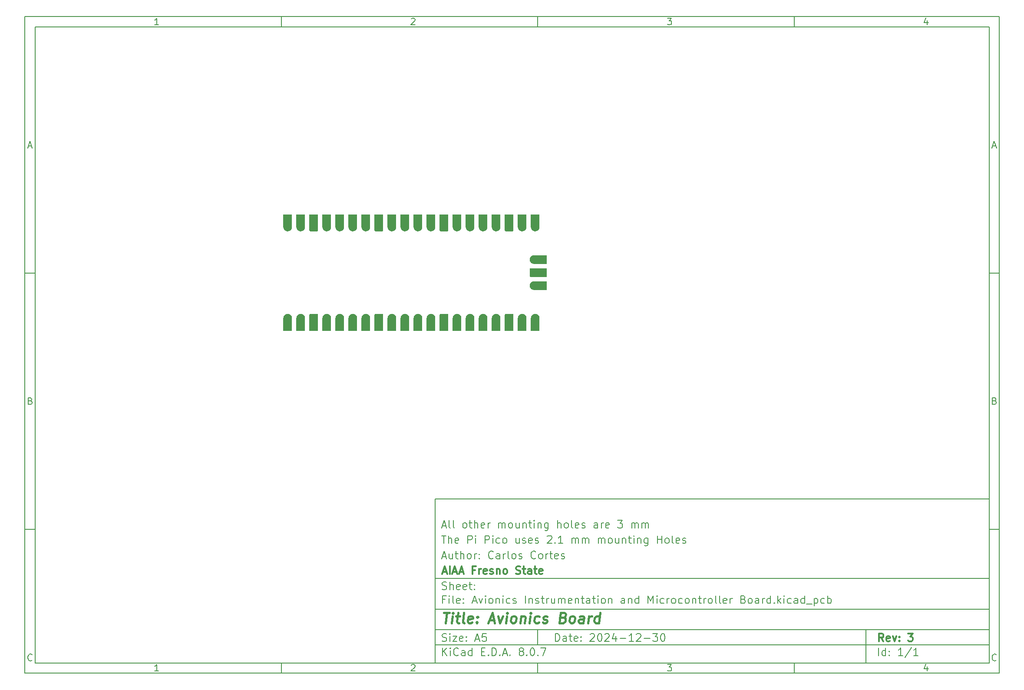
<source format=gbr>
%TF.GenerationSoftware,KiCad,Pcbnew,8.0.7*%
%TF.CreationDate,2024-12-31T14:19:16-08:00*%
%TF.ProjectId,Avionics Instrumentation and Microcontroller Board,4176696f-6e69-4637-9320-496e73747275,3*%
%TF.SameCoordinates,Original*%
%TF.FileFunction,Paste,Top*%
%TF.FilePolarity,Positive*%
%FSLAX46Y46*%
G04 Gerber Fmt 4.6, Leading zero omitted, Abs format (unit mm)*
G04 Created by KiCad (PCBNEW 8.0.7) date 2024-12-31 14:19:16*
%MOMM*%
%LPD*%
G01*
G04 APERTURE LIST*
%ADD10C,0.100000*%
%ADD11C,0.150000*%
%ADD12C,0.300000*%
%ADD13C,0.400000*%
%ADD14C,0.010000*%
G04 APERTURE END LIST*
D10*
D11*
X90007200Y-104005800D02*
X198007200Y-104005800D01*
X198007200Y-136005800D01*
X90007200Y-136005800D01*
X90007200Y-104005800D01*
D10*
D11*
X10000000Y-10000000D02*
X200007200Y-10000000D01*
X200007200Y-138005800D01*
X10000000Y-138005800D01*
X10000000Y-10000000D01*
D10*
D11*
X12000000Y-12000000D02*
X198007200Y-12000000D01*
X198007200Y-136005800D01*
X12000000Y-136005800D01*
X12000000Y-12000000D01*
D10*
D11*
X60000000Y-12000000D02*
X60000000Y-10000000D01*
D10*
D11*
X110000000Y-12000000D02*
X110000000Y-10000000D01*
D10*
D11*
X160000000Y-12000000D02*
X160000000Y-10000000D01*
D10*
D11*
X36089160Y-11593604D02*
X35346303Y-11593604D01*
X35717731Y-11593604D02*
X35717731Y-10293604D01*
X35717731Y-10293604D02*
X35593922Y-10479319D01*
X35593922Y-10479319D02*
X35470112Y-10603128D01*
X35470112Y-10603128D02*
X35346303Y-10665033D01*
D10*
D11*
X85346303Y-10417414D02*
X85408207Y-10355509D01*
X85408207Y-10355509D02*
X85532017Y-10293604D01*
X85532017Y-10293604D02*
X85841541Y-10293604D01*
X85841541Y-10293604D02*
X85965350Y-10355509D01*
X85965350Y-10355509D02*
X86027255Y-10417414D01*
X86027255Y-10417414D02*
X86089160Y-10541223D01*
X86089160Y-10541223D02*
X86089160Y-10665033D01*
X86089160Y-10665033D02*
X86027255Y-10850747D01*
X86027255Y-10850747D02*
X85284398Y-11593604D01*
X85284398Y-11593604D02*
X86089160Y-11593604D01*
D10*
D11*
X135284398Y-10293604D02*
X136089160Y-10293604D01*
X136089160Y-10293604D02*
X135655826Y-10788842D01*
X135655826Y-10788842D02*
X135841541Y-10788842D01*
X135841541Y-10788842D02*
X135965350Y-10850747D01*
X135965350Y-10850747D02*
X136027255Y-10912652D01*
X136027255Y-10912652D02*
X136089160Y-11036461D01*
X136089160Y-11036461D02*
X136089160Y-11345985D01*
X136089160Y-11345985D02*
X136027255Y-11469795D01*
X136027255Y-11469795D02*
X135965350Y-11531700D01*
X135965350Y-11531700D02*
X135841541Y-11593604D01*
X135841541Y-11593604D02*
X135470112Y-11593604D01*
X135470112Y-11593604D02*
X135346303Y-11531700D01*
X135346303Y-11531700D02*
X135284398Y-11469795D01*
D10*
D11*
X185965350Y-10726938D02*
X185965350Y-11593604D01*
X185655826Y-10231700D02*
X185346303Y-11160271D01*
X185346303Y-11160271D02*
X186151064Y-11160271D01*
D10*
D11*
X60000000Y-136005800D02*
X60000000Y-138005800D01*
D10*
D11*
X110000000Y-136005800D02*
X110000000Y-138005800D01*
D10*
D11*
X160000000Y-136005800D02*
X160000000Y-138005800D01*
D10*
D11*
X36089160Y-137599404D02*
X35346303Y-137599404D01*
X35717731Y-137599404D02*
X35717731Y-136299404D01*
X35717731Y-136299404D02*
X35593922Y-136485119D01*
X35593922Y-136485119D02*
X35470112Y-136608928D01*
X35470112Y-136608928D02*
X35346303Y-136670833D01*
D10*
D11*
X85346303Y-136423214D02*
X85408207Y-136361309D01*
X85408207Y-136361309D02*
X85532017Y-136299404D01*
X85532017Y-136299404D02*
X85841541Y-136299404D01*
X85841541Y-136299404D02*
X85965350Y-136361309D01*
X85965350Y-136361309D02*
X86027255Y-136423214D01*
X86027255Y-136423214D02*
X86089160Y-136547023D01*
X86089160Y-136547023D02*
X86089160Y-136670833D01*
X86089160Y-136670833D02*
X86027255Y-136856547D01*
X86027255Y-136856547D02*
X85284398Y-137599404D01*
X85284398Y-137599404D02*
X86089160Y-137599404D01*
D10*
D11*
X135284398Y-136299404D02*
X136089160Y-136299404D01*
X136089160Y-136299404D02*
X135655826Y-136794642D01*
X135655826Y-136794642D02*
X135841541Y-136794642D01*
X135841541Y-136794642D02*
X135965350Y-136856547D01*
X135965350Y-136856547D02*
X136027255Y-136918452D01*
X136027255Y-136918452D02*
X136089160Y-137042261D01*
X136089160Y-137042261D02*
X136089160Y-137351785D01*
X136089160Y-137351785D02*
X136027255Y-137475595D01*
X136027255Y-137475595D02*
X135965350Y-137537500D01*
X135965350Y-137537500D02*
X135841541Y-137599404D01*
X135841541Y-137599404D02*
X135470112Y-137599404D01*
X135470112Y-137599404D02*
X135346303Y-137537500D01*
X135346303Y-137537500D02*
X135284398Y-137475595D01*
D10*
D11*
X185965350Y-136732738D02*
X185965350Y-137599404D01*
X185655826Y-136237500D02*
X185346303Y-137166071D01*
X185346303Y-137166071D02*
X186151064Y-137166071D01*
D10*
D11*
X10000000Y-60000000D02*
X12000000Y-60000000D01*
D10*
D11*
X10000000Y-110000000D02*
X12000000Y-110000000D01*
D10*
D11*
X10690476Y-35222176D02*
X11309523Y-35222176D01*
X10566666Y-35593604D02*
X10999999Y-34293604D01*
X10999999Y-34293604D02*
X11433333Y-35593604D01*
D10*
D11*
X11092857Y-84912652D02*
X11278571Y-84974557D01*
X11278571Y-84974557D02*
X11340476Y-85036461D01*
X11340476Y-85036461D02*
X11402380Y-85160271D01*
X11402380Y-85160271D02*
X11402380Y-85345985D01*
X11402380Y-85345985D02*
X11340476Y-85469795D01*
X11340476Y-85469795D02*
X11278571Y-85531700D01*
X11278571Y-85531700D02*
X11154761Y-85593604D01*
X11154761Y-85593604D02*
X10659523Y-85593604D01*
X10659523Y-85593604D02*
X10659523Y-84293604D01*
X10659523Y-84293604D02*
X11092857Y-84293604D01*
X11092857Y-84293604D02*
X11216666Y-84355509D01*
X11216666Y-84355509D02*
X11278571Y-84417414D01*
X11278571Y-84417414D02*
X11340476Y-84541223D01*
X11340476Y-84541223D02*
X11340476Y-84665033D01*
X11340476Y-84665033D02*
X11278571Y-84788842D01*
X11278571Y-84788842D02*
X11216666Y-84850747D01*
X11216666Y-84850747D02*
X11092857Y-84912652D01*
X11092857Y-84912652D02*
X10659523Y-84912652D01*
D10*
D11*
X11402380Y-135469795D02*
X11340476Y-135531700D01*
X11340476Y-135531700D02*
X11154761Y-135593604D01*
X11154761Y-135593604D02*
X11030952Y-135593604D01*
X11030952Y-135593604D02*
X10845238Y-135531700D01*
X10845238Y-135531700D02*
X10721428Y-135407890D01*
X10721428Y-135407890D02*
X10659523Y-135284080D01*
X10659523Y-135284080D02*
X10597619Y-135036461D01*
X10597619Y-135036461D02*
X10597619Y-134850747D01*
X10597619Y-134850747D02*
X10659523Y-134603128D01*
X10659523Y-134603128D02*
X10721428Y-134479319D01*
X10721428Y-134479319D02*
X10845238Y-134355509D01*
X10845238Y-134355509D02*
X11030952Y-134293604D01*
X11030952Y-134293604D02*
X11154761Y-134293604D01*
X11154761Y-134293604D02*
X11340476Y-134355509D01*
X11340476Y-134355509D02*
X11402380Y-134417414D01*
D10*
D11*
X200007200Y-60000000D02*
X198007200Y-60000000D01*
D10*
D11*
X200007200Y-110000000D02*
X198007200Y-110000000D01*
D10*
D11*
X198697676Y-35222176D02*
X199316723Y-35222176D01*
X198573866Y-35593604D02*
X199007199Y-34293604D01*
X199007199Y-34293604D02*
X199440533Y-35593604D01*
D10*
D11*
X199100057Y-84912652D02*
X199285771Y-84974557D01*
X199285771Y-84974557D02*
X199347676Y-85036461D01*
X199347676Y-85036461D02*
X199409580Y-85160271D01*
X199409580Y-85160271D02*
X199409580Y-85345985D01*
X199409580Y-85345985D02*
X199347676Y-85469795D01*
X199347676Y-85469795D02*
X199285771Y-85531700D01*
X199285771Y-85531700D02*
X199161961Y-85593604D01*
X199161961Y-85593604D02*
X198666723Y-85593604D01*
X198666723Y-85593604D02*
X198666723Y-84293604D01*
X198666723Y-84293604D02*
X199100057Y-84293604D01*
X199100057Y-84293604D02*
X199223866Y-84355509D01*
X199223866Y-84355509D02*
X199285771Y-84417414D01*
X199285771Y-84417414D02*
X199347676Y-84541223D01*
X199347676Y-84541223D02*
X199347676Y-84665033D01*
X199347676Y-84665033D02*
X199285771Y-84788842D01*
X199285771Y-84788842D02*
X199223866Y-84850747D01*
X199223866Y-84850747D02*
X199100057Y-84912652D01*
X199100057Y-84912652D02*
X198666723Y-84912652D01*
D10*
D11*
X199409580Y-135469795D02*
X199347676Y-135531700D01*
X199347676Y-135531700D02*
X199161961Y-135593604D01*
X199161961Y-135593604D02*
X199038152Y-135593604D01*
X199038152Y-135593604D02*
X198852438Y-135531700D01*
X198852438Y-135531700D02*
X198728628Y-135407890D01*
X198728628Y-135407890D02*
X198666723Y-135284080D01*
X198666723Y-135284080D02*
X198604819Y-135036461D01*
X198604819Y-135036461D02*
X198604819Y-134850747D01*
X198604819Y-134850747D02*
X198666723Y-134603128D01*
X198666723Y-134603128D02*
X198728628Y-134479319D01*
X198728628Y-134479319D02*
X198852438Y-134355509D01*
X198852438Y-134355509D02*
X199038152Y-134293604D01*
X199038152Y-134293604D02*
X199161961Y-134293604D01*
X199161961Y-134293604D02*
X199347676Y-134355509D01*
X199347676Y-134355509D02*
X199409580Y-134417414D01*
D10*
D11*
X113463026Y-131791928D02*
X113463026Y-130291928D01*
X113463026Y-130291928D02*
X113820169Y-130291928D01*
X113820169Y-130291928D02*
X114034455Y-130363357D01*
X114034455Y-130363357D02*
X114177312Y-130506214D01*
X114177312Y-130506214D02*
X114248741Y-130649071D01*
X114248741Y-130649071D02*
X114320169Y-130934785D01*
X114320169Y-130934785D02*
X114320169Y-131149071D01*
X114320169Y-131149071D02*
X114248741Y-131434785D01*
X114248741Y-131434785D02*
X114177312Y-131577642D01*
X114177312Y-131577642D02*
X114034455Y-131720500D01*
X114034455Y-131720500D02*
X113820169Y-131791928D01*
X113820169Y-131791928D02*
X113463026Y-131791928D01*
X115605884Y-131791928D02*
X115605884Y-131006214D01*
X115605884Y-131006214D02*
X115534455Y-130863357D01*
X115534455Y-130863357D02*
X115391598Y-130791928D01*
X115391598Y-130791928D02*
X115105884Y-130791928D01*
X115105884Y-130791928D02*
X114963026Y-130863357D01*
X115605884Y-131720500D02*
X115463026Y-131791928D01*
X115463026Y-131791928D02*
X115105884Y-131791928D01*
X115105884Y-131791928D02*
X114963026Y-131720500D01*
X114963026Y-131720500D02*
X114891598Y-131577642D01*
X114891598Y-131577642D02*
X114891598Y-131434785D01*
X114891598Y-131434785D02*
X114963026Y-131291928D01*
X114963026Y-131291928D02*
X115105884Y-131220500D01*
X115105884Y-131220500D02*
X115463026Y-131220500D01*
X115463026Y-131220500D02*
X115605884Y-131149071D01*
X116105884Y-130791928D02*
X116677312Y-130791928D01*
X116320169Y-130291928D02*
X116320169Y-131577642D01*
X116320169Y-131577642D02*
X116391598Y-131720500D01*
X116391598Y-131720500D02*
X116534455Y-131791928D01*
X116534455Y-131791928D02*
X116677312Y-131791928D01*
X117748741Y-131720500D02*
X117605884Y-131791928D01*
X117605884Y-131791928D02*
X117320170Y-131791928D01*
X117320170Y-131791928D02*
X117177312Y-131720500D01*
X117177312Y-131720500D02*
X117105884Y-131577642D01*
X117105884Y-131577642D02*
X117105884Y-131006214D01*
X117105884Y-131006214D02*
X117177312Y-130863357D01*
X117177312Y-130863357D02*
X117320170Y-130791928D01*
X117320170Y-130791928D02*
X117605884Y-130791928D01*
X117605884Y-130791928D02*
X117748741Y-130863357D01*
X117748741Y-130863357D02*
X117820170Y-131006214D01*
X117820170Y-131006214D02*
X117820170Y-131149071D01*
X117820170Y-131149071D02*
X117105884Y-131291928D01*
X118463026Y-131649071D02*
X118534455Y-131720500D01*
X118534455Y-131720500D02*
X118463026Y-131791928D01*
X118463026Y-131791928D02*
X118391598Y-131720500D01*
X118391598Y-131720500D02*
X118463026Y-131649071D01*
X118463026Y-131649071D02*
X118463026Y-131791928D01*
X118463026Y-130863357D02*
X118534455Y-130934785D01*
X118534455Y-130934785D02*
X118463026Y-131006214D01*
X118463026Y-131006214D02*
X118391598Y-130934785D01*
X118391598Y-130934785D02*
X118463026Y-130863357D01*
X118463026Y-130863357D02*
X118463026Y-131006214D01*
X120248741Y-130434785D02*
X120320169Y-130363357D01*
X120320169Y-130363357D02*
X120463027Y-130291928D01*
X120463027Y-130291928D02*
X120820169Y-130291928D01*
X120820169Y-130291928D02*
X120963027Y-130363357D01*
X120963027Y-130363357D02*
X121034455Y-130434785D01*
X121034455Y-130434785D02*
X121105884Y-130577642D01*
X121105884Y-130577642D02*
X121105884Y-130720500D01*
X121105884Y-130720500D02*
X121034455Y-130934785D01*
X121034455Y-130934785D02*
X120177312Y-131791928D01*
X120177312Y-131791928D02*
X121105884Y-131791928D01*
X122034455Y-130291928D02*
X122177312Y-130291928D01*
X122177312Y-130291928D02*
X122320169Y-130363357D01*
X122320169Y-130363357D02*
X122391598Y-130434785D01*
X122391598Y-130434785D02*
X122463026Y-130577642D01*
X122463026Y-130577642D02*
X122534455Y-130863357D01*
X122534455Y-130863357D02*
X122534455Y-131220500D01*
X122534455Y-131220500D02*
X122463026Y-131506214D01*
X122463026Y-131506214D02*
X122391598Y-131649071D01*
X122391598Y-131649071D02*
X122320169Y-131720500D01*
X122320169Y-131720500D02*
X122177312Y-131791928D01*
X122177312Y-131791928D02*
X122034455Y-131791928D01*
X122034455Y-131791928D02*
X121891598Y-131720500D01*
X121891598Y-131720500D02*
X121820169Y-131649071D01*
X121820169Y-131649071D02*
X121748740Y-131506214D01*
X121748740Y-131506214D02*
X121677312Y-131220500D01*
X121677312Y-131220500D02*
X121677312Y-130863357D01*
X121677312Y-130863357D02*
X121748740Y-130577642D01*
X121748740Y-130577642D02*
X121820169Y-130434785D01*
X121820169Y-130434785D02*
X121891598Y-130363357D01*
X121891598Y-130363357D02*
X122034455Y-130291928D01*
X123105883Y-130434785D02*
X123177311Y-130363357D01*
X123177311Y-130363357D02*
X123320169Y-130291928D01*
X123320169Y-130291928D02*
X123677311Y-130291928D01*
X123677311Y-130291928D02*
X123820169Y-130363357D01*
X123820169Y-130363357D02*
X123891597Y-130434785D01*
X123891597Y-130434785D02*
X123963026Y-130577642D01*
X123963026Y-130577642D02*
X123963026Y-130720500D01*
X123963026Y-130720500D02*
X123891597Y-130934785D01*
X123891597Y-130934785D02*
X123034454Y-131791928D01*
X123034454Y-131791928D02*
X123963026Y-131791928D01*
X125248740Y-130791928D02*
X125248740Y-131791928D01*
X124891597Y-130220500D02*
X124534454Y-131291928D01*
X124534454Y-131291928D02*
X125463025Y-131291928D01*
X126034453Y-131220500D02*
X127177311Y-131220500D01*
X128677311Y-131791928D02*
X127820168Y-131791928D01*
X128248739Y-131791928D02*
X128248739Y-130291928D01*
X128248739Y-130291928D02*
X128105882Y-130506214D01*
X128105882Y-130506214D02*
X127963025Y-130649071D01*
X127963025Y-130649071D02*
X127820168Y-130720500D01*
X129248739Y-130434785D02*
X129320167Y-130363357D01*
X129320167Y-130363357D02*
X129463025Y-130291928D01*
X129463025Y-130291928D02*
X129820167Y-130291928D01*
X129820167Y-130291928D02*
X129963025Y-130363357D01*
X129963025Y-130363357D02*
X130034453Y-130434785D01*
X130034453Y-130434785D02*
X130105882Y-130577642D01*
X130105882Y-130577642D02*
X130105882Y-130720500D01*
X130105882Y-130720500D02*
X130034453Y-130934785D01*
X130034453Y-130934785D02*
X129177310Y-131791928D01*
X129177310Y-131791928D02*
X130105882Y-131791928D01*
X130748738Y-131220500D02*
X131891596Y-131220500D01*
X132463024Y-130291928D02*
X133391596Y-130291928D01*
X133391596Y-130291928D02*
X132891596Y-130863357D01*
X132891596Y-130863357D02*
X133105881Y-130863357D01*
X133105881Y-130863357D02*
X133248739Y-130934785D01*
X133248739Y-130934785D02*
X133320167Y-131006214D01*
X133320167Y-131006214D02*
X133391596Y-131149071D01*
X133391596Y-131149071D02*
X133391596Y-131506214D01*
X133391596Y-131506214D02*
X133320167Y-131649071D01*
X133320167Y-131649071D02*
X133248739Y-131720500D01*
X133248739Y-131720500D02*
X133105881Y-131791928D01*
X133105881Y-131791928D02*
X132677310Y-131791928D01*
X132677310Y-131791928D02*
X132534453Y-131720500D01*
X132534453Y-131720500D02*
X132463024Y-131649071D01*
X134320167Y-130291928D02*
X134463024Y-130291928D01*
X134463024Y-130291928D02*
X134605881Y-130363357D01*
X134605881Y-130363357D02*
X134677310Y-130434785D01*
X134677310Y-130434785D02*
X134748738Y-130577642D01*
X134748738Y-130577642D02*
X134820167Y-130863357D01*
X134820167Y-130863357D02*
X134820167Y-131220500D01*
X134820167Y-131220500D02*
X134748738Y-131506214D01*
X134748738Y-131506214D02*
X134677310Y-131649071D01*
X134677310Y-131649071D02*
X134605881Y-131720500D01*
X134605881Y-131720500D02*
X134463024Y-131791928D01*
X134463024Y-131791928D02*
X134320167Y-131791928D01*
X134320167Y-131791928D02*
X134177310Y-131720500D01*
X134177310Y-131720500D02*
X134105881Y-131649071D01*
X134105881Y-131649071D02*
X134034452Y-131506214D01*
X134034452Y-131506214D02*
X133963024Y-131220500D01*
X133963024Y-131220500D02*
X133963024Y-130863357D01*
X133963024Y-130863357D02*
X134034452Y-130577642D01*
X134034452Y-130577642D02*
X134105881Y-130434785D01*
X134105881Y-130434785D02*
X134177310Y-130363357D01*
X134177310Y-130363357D02*
X134320167Y-130291928D01*
D10*
D11*
X90007200Y-132505800D02*
X198007200Y-132505800D01*
D10*
D11*
X91463026Y-134591928D02*
X91463026Y-133091928D01*
X92320169Y-134591928D02*
X91677312Y-133734785D01*
X92320169Y-133091928D02*
X91463026Y-133949071D01*
X92963026Y-134591928D02*
X92963026Y-133591928D01*
X92963026Y-133091928D02*
X92891598Y-133163357D01*
X92891598Y-133163357D02*
X92963026Y-133234785D01*
X92963026Y-133234785D02*
X93034455Y-133163357D01*
X93034455Y-133163357D02*
X92963026Y-133091928D01*
X92963026Y-133091928D02*
X92963026Y-133234785D01*
X94534455Y-134449071D02*
X94463027Y-134520500D01*
X94463027Y-134520500D02*
X94248741Y-134591928D01*
X94248741Y-134591928D02*
X94105884Y-134591928D01*
X94105884Y-134591928D02*
X93891598Y-134520500D01*
X93891598Y-134520500D02*
X93748741Y-134377642D01*
X93748741Y-134377642D02*
X93677312Y-134234785D01*
X93677312Y-134234785D02*
X93605884Y-133949071D01*
X93605884Y-133949071D02*
X93605884Y-133734785D01*
X93605884Y-133734785D02*
X93677312Y-133449071D01*
X93677312Y-133449071D02*
X93748741Y-133306214D01*
X93748741Y-133306214D02*
X93891598Y-133163357D01*
X93891598Y-133163357D02*
X94105884Y-133091928D01*
X94105884Y-133091928D02*
X94248741Y-133091928D01*
X94248741Y-133091928D02*
X94463027Y-133163357D01*
X94463027Y-133163357D02*
X94534455Y-133234785D01*
X95820170Y-134591928D02*
X95820170Y-133806214D01*
X95820170Y-133806214D02*
X95748741Y-133663357D01*
X95748741Y-133663357D02*
X95605884Y-133591928D01*
X95605884Y-133591928D02*
X95320170Y-133591928D01*
X95320170Y-133591928D02*
X95177312Y-133663357D01*
X95820170Y-134520500D02*
X95677312Y-134591928D01*
X95677312Y-134591928D02*
X95320170Y-134591928D01*
X95320170Y-134591928D02*
X95177312Y-134520500D01*
X95177312Y-134520500D02*
X95105884Y-134377642D01*
X95105884Y-134377642D02*
X95105884Y-134234785D01*
X95105884Y-134234785D02*
X95177312Y-134091928D01*
X95177312Y-134091928D02*
X95320170Y-134020500D01*
X95320170Y-134020500D02*
X95677312Y-134020500D01*
X95677312Y-134020500D02*
X95820170Y-133949071D01*
X97177313Y-134591928D02*
X97177313Y-133091928D01*
X97177313Y-134520500D02*
X97034455Y-134591928D01*
X97034455Y-134591928D02*
X96748741Y-134591928D01*
X96748741Y-134591928D02*
X96605884Y-134520500D01*
X96605884Y-134520500D02*
X96534455Y-134449071D01*
X96534455Y-134449071D02*
X96463027Y-134306214D01*
X96463027Y-134306214D02*
X96463027Y-133877642D01*
X96463027Y-133877642D02*
X96534455Y-133734785D01*
X96534455Y-133734785D02*
X96605884Y-133663357D01*
X96605884Y-133663357D02*
X96748741Y-133591928D01*
X96748741Y-133591928D02*
X97034455Y-133591928D01*
X97034455Y-133591928D02*
X97177313Y-133663357D01*
X99034455Y-133806214D02*
X99534455Y-133806214D01*
X99748741Y-134591928D02*
X99034455Y-134591928D01*
X99034455Y-134591928D02*
X99034455Y-133091928D01*
X99034455Y-133091928D02*
X99748741Y-133091928D01*
X100391598Y-134449071D02*
X100463027Y-134520500D01*
X100463027Y-134520500D02*
X100391598Y-134591928D01*
X100391598Y-134591928D02*
X100320170Y-134520500D01*
X100320170Y-134520500D02*
X100391598Y-134449071D01*
X100391598Y-134449071D02*
X100391598Y-134591928D01*
X101105884Y-134591928D02*
X101105884Y-133091928D01*
X101105884Y-133091928D02*
X101463027Y-133091928D01*
X101463027Y-133091928D02*
X101677313Y-133163357D01*
X101677313Y-133163357D02*
X101820170Y-133306214D01*
X101820170Y-133306214D02*
X101891599Y-133449071D01*
X101891599Y-133449071D02*
X101963027Y-133734785D01*
X101963027Y-133734785D02*
X101963027Y-133949071D01*
X101963027Y-133949071D02*
X101891599Y-134234785D01*
X101891599Y-134234785D02*
X101820170Y-134377642D01*
X101820170Y-134377642D02*
X101677313Y-134520500D01*
X101677313Y-134520500D02*
X101463027Y-134591928D01*
X101463027Y-134591928D02*
X101105884Y-134591928D01*
X102605884Y-134449071D02*
X102677313Y-134520500D01*
X102677313Y-134520500D02*
X102605884Y-134591928D01*
X102605884Y-134591928D02*
X102534456Y-134520500D01*
X102534456Y-134520500D02*
X102605884Y-134449071D01*
X102605884Y-134449071D02*
X102605884Y-134591928D01*
X103248742Y-134163357D02*
X103963028Y-134163357D01*
X103105885Y-134591928D02*
X103605885Y-133091928D01*
X103605885Y-133091928D02*
X104105885Y-134591928D01*
X104605884Y-134449071D02*
X104677313Y-134520500D01*
X104677313Y-134520500D02*
X104605884Y-134591928D01*
X104605884Y-134591928D02*
X104534456Y-134520500D01*
X104534456Y-134520500D02*
X104605884Y-134449071D01*
X104605884Y-134449071D02*
X104605884Y-134591928D01*
X106677313Y-133734785D02*
X106534456Y-133663357D01*
X106534456Y-133663357D02*
X106463027Y-133591928D01*
X106463027Y-133591928D02*
X106391599Y-133449071D01*
X106391599Y-133449071D02*
X106391599Y-133377642D01*
X106391599Y-133377642D02*
X106463027Y-133234785D01*
X106463027Y-133234785D02*
X106534456Y-133163357D01*
X106534456Y-133163357D02*
X106677313Y-133091928D01*
X106677313Y-133091928D02*
X106963027Y-133091928D01*
X106963027Y-133091928D02*
X107105885Y-133163357D01*
X107105885Y-133163357D02*
X107177313Y-133234785D01*
X107177313Y-133234785D02*
X107248742Y-133377642D01*
X107248742Y-133377642D02*
X107248742Y-133449071D01*
X107248742Y-133449071D02*
X107177313Y-133591928D01*
X107177313Y-133591928D02*
X107105885Y-133663357D01*
X107105885Y-133663357D02*
X106963027Y-133734785D01*
X106963027Y-133734785D02*
X106677313Y-133734785D01*
X106677313Y-133734785D02*
X106534456Y-133806214D01*
X106534456Y-133806214D02*
X106463027Y-133877642D01*
X106463027Y-133877642D02*
X106391599Y-134020500D01*
X106391599Y-134020500D02*
X106391599Y-134306214D01*
X106391599Y-134306214D02*
X106463027Y-134449071D01*
X106463027Y-134449071D02*
X106534456Y-134520500D01*
X106534456Y-134520500D02*
X106677313Y-134591928D01*
X106677313Y-134591928D02*
X106963027Y-134591928D01*
X106963027Y-134591928D02*
X107105885Y-134520500D01*
X107105885Y-134520500D02*
X107177313Y-134449071D01*
X107177313Y-134449071D02*
X107248742Y-134306214D01*
X107248742Y-134306214D02*
X107248742Y-134020500D01*
X107248742Y-134020500D02*
X107177313Y-133877642D01*
X107177313Y-133877642D02*
X107105885Y-133806214D01*
X107105885Y-133806214D02*
X106963027Y-133734785D01*
X107891598Y-134449071D02*
X107963027Y-134520500D01*
X107963027Y-134520500D02*
X107891598Y-134591928D01*
X107891598Y-134591928D02*
X107820170Y-134520500D01*
X107820170Y-134520500D02*
X107891598Y-134449071D01*
X107891598Y-134449071D02*
X107891598Y-134591928D01*
X108891599Y-133091928D02*
X109034456Y-133091928D01*
X109034456Y-133091928D02*
X109177313Y-133163357D01*
X109177313Y-133163357D02*
X109248742Y-133234785D01*
X109248742Y-133234785D02*
X109320170Y-133377642D01*
X109320170Y-133377642D02*
X109391599Y-133663357D01*
X109391599Y-133663357D02*
X109391599Y-134020500D01*
X109391599Y-134020500D02*
X109320170Y-134306214D01*
X109320170Y-134306214D02*
X109248742Y-134449071D01*
X109248742Y-134449071D02*
X109177313Y-134520500D01*
X109177313Y-134520500D02*
X109034456Y-134591928D01*
X109034456Y-134591928D02*
X108891599Y-134591928D01*
X108891599Y-134591928D02*
X108748742Y-134520500D01*
X108748742Y-134520500D02*
X108677313Y-134449071D01*
X108677313Y-134449071D02*
X108605884Y-134306214D01*
X108605884Y-134306214D02*
X108534456Y-134020500D01*
X108534456Y-134020500D02*
X108534456Y-133663357D01*
X108534456Y-133663357D02*
X108605884Y-133377642D01*
X108605884Y-133377642D02*
X108677313Y-133234785D01*
X108677313Y-133234785D02*
X108748742Y-133163357D01*
X108748742Y-133163357D02*
X108891599Y-133091928D01*
X110034455Y-134449071D02*
X110105884Y-134520500D01*
X110105884Y-134520500D02*
X110034455Y-134591928D01*
X110034455Y-134591928D02*
X109963027Y-134520500D01*
X109963027Y-134520500D02*
X110034455Y-134449071D01*
X110034455Y-134449071D02*
X110034455Y-134591928D01*
X110605884Y-133091928D02*
X111605884Y-133091928D01*
X111605884Y-133091928D02*
X110963027Y-134591928D01*
D10*
D11*
X90007200Y-129505800D02*
X198007200Y-129505800D01*
D10*
D12*
X177418853Y-131784128D02*
X176918853Y-131069842D01*
X176561710Y-131784128D02*
X176561710Y-130284128D01*
X176561710Y-130284128D02*
X177133139Y-130284128D01*
X177133139Y-130284128D02*
X177275996Y-130355557D01*
X177275996Y-130355557D02*
X177347425Y-130426985D01*
X177347425Y-130426985D02*
X177418853Y-130569842D01*
X177418853Y-130569842D02*
X177418853Y-130784128D01*
X177418853Y-130784128D02*
X177347425Y-130926985D01*
X177347425Y-130926985D02*
X177275996Y-130998414D01*
X177275996Y-130998414D02*
X177133139Y-131069842D01*
X177133139Y-131069842D02*
X176561710Y-131069842D01*
X178633139Y-131712700D02*
X178490282Y-131784128D01*
X178490282Y-131784128D02*
X178204568Y-131784128D01*
X178204568Y-131784128D02*
X178061710Y-131712700D01*
X178061710Y-131712700D02*
X177990282Y-131569842D01*
X177990282Y-131569842D02*
X177990282Y-130998414D01*
X177990282Y-130998414D02*
X178061710Y-130855557D01*
X178061710Y-130855557D02*
X178204568Y-130784128D01*
X178204568Y-130784128D02*
X178490282Y-130784128D01*
X178490282Y-130784128D02*
X178633139Y-130855557D01*
X178633139Y-130855557D02*
X178704568Y-130998414D01*
X178704568Y-130998414D02*
X178704568Y-131141271D01*
X178704568Y-131141271D02*
X177990282Y-131284128D01*
X179204567Y-130784128D02*
X179561710Y-131784128D01*
X179561710Y-131784128D02*
X179918853Y-130784128D01*
X180490281Y-131641271D02*
X180561710Y-131712700D01*
X180561710Y-131712700D02*
X180490281Y-131784128D01*
X180490281Y-131784128D02*
X180418853Y-131712700D01*
X180418853Y-131712700D02*
X180490281Y-131641271D01*
X180490281Y-131641271D02*
X180490281Y-131784128D01*
X180490281Y-130855557D02*
X180561710Y-130926985D01*
X180561710Y-130926985D02*
X180490281Y-130998414D01*
X180490281Y-130998414D02*
X180418853Y-130926985D01*
X180418853Y-130926985D02*
X180490281Y-130855557D01*
X180490281Y-130855557D02*
X180490281Y-130998414D01*
X182204567Y-130284128D02*
X183133139Y-130284128D01*
X183133139Y-130284128D02*
X182633139Y-130855557D01*
X182633139Y-130855557D02*
X182847424Y-130855557D01*
X182847424Y-130855557D02*
X182990282Y-130926985D01*
X182990282Y-130926985D02*
X183061710Y-130998414D01*
X183061710Y-130998414D02*
X183133139Y-131141271D01*
X183133139Y-131141271D02*
X183133139Y-131498414D01*
X183133139Y-131498414D02*
X183061710Y-131641271D01*
X183061710Y-131641271D02*
X182990282Y-131712700D01*
X182990282Y-131712700D02*
X182847424Y-131784128D01*
X182847424Y-131784128D02*
X182418853Y-131784128D01*
X182418853Y-131784128D02*
X182275996Y-131712700D01*
X182275996Y-131712700D02*
X182204567Y-131641271D01*
D10*
D11*
X91391598Y-131720500D02*
X91605884Y-131791928D01*
X91605884Y-131791928D02*
X91963026Y-131791928D01*
X91963026Y-131791928D02*
X92105884Y-131720500D01*
X92105884Y-131720500D02*
X92177312Y-131649071D01*
X92177312Y-131649071D02*
X92248741Y-131506214D01*
X92248741Y-131506214D02*
X92248741Y-131363357D01*
X92248741Y-131363357D02*
X92177312Y-131220500D01*
X92177312Y-131220500D02*
X92105884Y-131149071D01*
X92105884Y-131149071D02*
X91963026Y-131077642D01*
X91963026Y-131077642D02*
X91677312Y-131006214D01*
X91677312Y-131006214D02*
X91534455Y-130934785D01*
X91534455Y-130934785D02*
X91463026Y-130863357D01*
X91463026Y-130863357D02*
X91391598Y-130720500D01*
X91391598Y-130720500D02*
X91391598Y-130577642D01*
X91391598Y-130577642D02*
X91463026Y-130434785D01*
X91463026Y-130434785D02*
X91534455Y-130363357D01*
X91534455Y-130363357D02*
X91677312Y-130291928D01*
X91677312Y-130291928D02*
X92034455Y-130291928D01*
X92034455Y-130291928D02*
X92248741Y-130363357D01*
X92891597Y-131791928D02*
X92891597Y-130791928D01*
X92891597Y-130291928D02*
X92820169Y-130363357D01*
X92820169Y-130363357D02*
X92891597Y-130434785D01*
X92891597Y-130434785D02*
X92963026Y-130363357D01*
X92963026Y-130363357D02*
X92891597Y-130291928D01*
X92891597Y-130291928D02*
X92891597Y-130434785D01*
X93463026Y-130791928D02*
X94248741Y-130791928D01*
X94248741Y-130791928D02*
X93463026Y-131791928D01*
X93463026Y-131791928D02*
X94248741Y-131791928D01*
X95391598Y-131720500D02*
X95248741Y-131791928D01*
X95248741Y-131791928D02*
X94963027Y-131791928D01*
X94963027Y-131791928D02*
X94820169Y-131720500D01*
X94820169Y-131720500D02*
X94748741Y-131577642D01*
X94748741Y-131577642D02*
X94748741Y-131006214D01*
X94748741Y-131006214D02*
X94820169Y-130863357D01*
X94820169Y-130863357D02*
X94963027Y-130791928D01*
X94963027Y-130791928D02*
X95248741Y-130791928D01*
X95248741Y-130791928D02*
X95391598Y-130863357D01*
X95391598Y-130863357D02*
X95463027Y-131006214D01*
X95463027Y-131006214D02*
X95463027Y-131149071D01*
X95463027Y-131149071D02*
X94748741Y-131291928D01*
X96105883Y-131649071D02*
X96177312Y-131720500D01*
X96177312Y-131720500D02*
X96105883Y-131791928D01*
X96105883Y-131791928D02*
X96034455Y-131720500D01*
X96034455Y-131720500D02*
X96105883Y-131649071D01*
X96105883Y-131649071D02*
X96105883Y-131791928D01*
X96105883Y-130863357D02*
X96177312Y-130934785D01*
X96177312Y-130934785D02*
X96105883Y-131006214D01*
X96105883Y-131006214D02*
X96034455Y-130934785D01*
X96034455Y-130934785D02*
X96105883Y-130863357D01*
X96105883Y-130863357D02*
X96105883Y-131006214D01*
X97891598Y-131363357D02*
X98605884Y-131363357D01*
X97748741Y-131791928D02*
X98248741Y-130291928D01*
X98248741Y-130291928D02*
X98748741Y-131791928D01*
X99963026Y-130291928D02*
X99248740Y-130291928D01*
X99248740Y-130291928D02*
X99177312Y-131006214D01*
X99177312Y-131006214D02*
X99248740Y-130934785D01*
X99248740Y-130934785D02*
X99391598Y-130863357D01*
X99391598Y-130863357D02*
X99748740Y-130863357D01*
X99748740Y-130863357D02*
X99891598Y-130934785D01*
X99891598Y-130934785D02*
X99963026Y-131006214D01*
X99963026Y-131006214D02*
X100034455Y-131149071D01*
X100034455Y-131149071D02*
X100034455Y-131506214D01*
X100034455Y-131506214D02*
X99963026Y-131649071D01*
X99963026Y-131649071D02*
X99891598Y-131720500D01*
X99891598Y-131720500D02*
X99748740Y-131791928D01*
X99748740Y-131791928D02*
X99391598Y-131791928D01*
X99391598Y-131791928D02*
X99248740Y-131720500D01*
X99248740Y-131720500D02*
X99177312Y-131649071D01*
D10*
D11*
X176463026Y-134591928D02*
X176463026Y-133091928D01*
X177820170Y-134591928D02*
X177820170Y-133091928D01*
X177820170Y-134520500D02*
X177677312Y-134591928D01*
X177677312Y-134591928D02*
X177391598Y-134591928D01*
X177391598Y-134591928D02*
X177248741Y-134520500D01*
X177248741Y-134520500D02*
X177177312Y-134449071D01*
X177177312Y-134449071D02*
X177105884Y-134306214D01*
X177105884Y-134306214D02*
X177105884Y-133877642D01*
X177105884Y-133877642D02*
X177177312Y-133734785D01*
X177177312Y-133734785D02*
X177248741Y-133663357D01*
X177248741Y-133663357D02*
X177391598Y-133591928D01*
X177391598Y-133591928D02*
X177677312Y-133591928D01*
X177677312Y-133591928D02*
X177820170Y-133663357D01*
X178534455Y-134449071D02*
X178605884Y-134520500D01*
X178605884Y-134520500D02*
X178534455Y-134591928D01*
X178534455Y-134591928D02*
X178463027Y-134520500D01*
X178463027Y-134520500D02*
X178534455Y-134449071D01*
X178534455Y-134449071D02*
X178534455Y-134591928D01*
X178534455Y-133663357D02*
X178605884Y-133734785D01*
X178605884Y-133734785D02*
X178534455Y-133806214D01*
X178534455Y-133806214D02*
X178463027Y-133734785D01*
X178463027Y-133734785D02*
X178534455Y-133663357D01*
X178534455Y-133663357D02*
X178534455Y-133806214D01*
X181177313Y-134591928D02*
X180320170Y-134591928D01*
X180748741Y-134591928D02*
X180748741Y-133091928D01*
X180748741Y-133091928D02*
X180605884Y-133306214D01*
X180605884Y-133306214D02*
X180463027Y-133449071D01*
X180463027Y-133449071D02*
X180320170Y-133520500D01*
X182891598Y-133020500D02*
X181605884Y-134949071D01*
X184177313Y-134591928D02*
X183320170Y-134591928D01*
X183748741Y-134591928D02*
X183748741Y-133091928D01*
X183748741Y-133091928D02*
X183605884Y-133306214D01*
X183605884Y-133306214D02*
X183463027Y-133449071D01*
X183463027Y-133449071D02*
X183320170Y-133520500D01*
D10*
D11*
X90007200Y-125505800D02*
X198007200Y-125505800D01*
D10*
D13*
X91698928Y-126210238D02*
X92841785Y-126210238D01*
X92020357Y-128210238D02*
X92270357Y-126210238D01*
X93258452Y-128210238D02*
X93425119Y-126876904D01*
X93508452Y-126210238D02*
X93401309Y-126305476D01*
X93401309Y-126305476D02*
X93484643Y-126400714D01*
X93484643Y-126400714D02*
X93591786Y-126305476D01*
X93591786Y-126305476D02*
X93508452Y-126210238D01*
X93508452Y-126210238D02*
X93484643Y-126400714D01*
X94091786Y-126876904D02*
X94853690Y-126876904D01*
X94460833Y-126210238D02*
X94246548Y-127924523D01*
X94246548Y-127924523D02*
X94317976Y-128115000D01*
X94317976Y-128115000D02*
X94496548Y-128210238D01*
X94496548Y-128210238D02*
X94687024Y-128210238D01*
X95639405Y-128210238D02*
X95460833Y-128115000D01*
X95460833Y-128115000D02*
X95389405Y-127924523D01*
X95389405Y-127924523D02*
X95603690Y-126210238D01*
X97175119Y-128115000D02*
X96972738Y-128210238D01*
X96972738Y-128210238D02*
X96591785Y-128210238D01*
X96591785Y-128210238D02*
X96413214Y-128115000D01*
X96413214Y-128115000D02*
X96341785Y-127924523D01*
X96341785Y-127924523D02*
X96437024Y-127162619D01*
X96437024Y-127162619D02*
X96556071Y-126972142D01*
X96556071Y-126972142D02*
X96758452Y-126876904D01*
X96758452Y-126876904D02*
X97139404Y-126876904D01*
X97139404Y-126876904D02*
X97317976Y-126972142D01*
X97317976Y-126972142D02*
X97389404Y-127162619D01*
X97389404Y-127162619D02*
X97365595Y-127353095D01*
X97365595Y-127353095D02*
X96389404Y-127543571D01*
X98139405Y-128019761D02*
X98222738Y-128115000D01*
X98222738Y-128115000D02*
X98115595Y-128210238D01*
X98115595Y-128210238D02*
X98032262Y-128115000D01*
X98032262Y-128115000D02*
X98139405Y-128019761D01*
X98139405Y-128019761D02*
X98115595Y-128210238D01*
X98270357Y-126972142D02*
X98353690Y-127067380D01*
X98353690Y-127067380D02*
X98246548Y-127162619D01*
X98246548Y-127162619D02*
X98163214Y-127067380D01*
X98163214Y-127067380D02*
X98270357Y-126972142D01*
X98270357Y-126972142D02*
X98246548Y-127162619D01*
X100567977Y-127638809D02*
X101520358Y-127638809D01*
X100306072Y-128210238D02*
X101222739Y-126210238D01*
X101222739Y-126210238D02*
X101639405Y-128210238D01*
X102282263Y-126876904D02*
X102591787Y-128210238D01*
X102591787Y-128210238D02*
X103234644Y-126876904D01*
X103829882Y-128210238D02*
X103996549Y-126876904D01*
X104079882Y-126210238D02*
X103972739Y-126305476D01*
X103972739Y-126305476D02*
X104056073Y-126400714D01*
X104056073Y-126400714D02*
X104163216Y-126305476D01*
X104163216Y-126305476D02*
X104079882Y-126210238D01*
X104079882Y-126210238D02*
X104056073Y-126400714D01*
X105067978Y-128210238D02*
X104889406Y-128115000D01*
X104889406Y-128115000D02*
X104806073Y-128019761D01*
X104806073Y-128019761D02*
X104734644Y-127829285D01*
X104734644Y-127829285D02*
X104806073Y-127257857D01*
X104806073Y-127257857D02*
X104925120Y-127067380D01*
X104925120Y-127067380D02*
X105032263Y-126972142D01*
X105032263Y-126972142D02*
X105234644Y-126876904D01*
X105234644Y-126876904D02*
X105520358Y-126876904D01*
X105520358Y-126876904D02*
X105698930Y-126972142D01*
X105698930Y-126972142D02*
X105782263Y-127067380D01*
X105782263Y-127067380D02*
X105853692Y-127257857D01*
X105853692Y-127257857D02*
X105782263Y-127829285D01*
X105782263Y-127829285D02*
X105663216Y-128019761D01*
X105663216Y-128019761D02*
X105556073Y-128115000D01*
X105556073Y-128115000D02*
X105353692Y-128210238D01*
X105353692Y-128210238D02*
X105067978Y-128210238D01*
X106758454Y-126876904D02*
X106591787Y-128210238D01*
X106734644Y-127067380D02*
X106841787Y-126972142D01*
X106841787Y-126972142D02*
X107044168Y-126876904D01*
X107044168Y-126876904D02*
X107329882Y-126876904D01*
X107329882Y-126876904D02*
X107508454Y-126972142D01*
X107508454Y-126972142D02*
X107579882Y-127162619D01*
X107579882Y-127162619D02*
X107448930Y-128210238D01*
X108401311Y-128210238D02*
X108567978Y-126876904D01*
X108651311Y-126210238D02*
X108544168Y-126305476D01*
X108544168Y-126305476D02*
X108627502Y-126400714D01*
X108627502Y-126400714D02*
X108734645Y-126305476D01*
X108734645Y-126305476D02*
X108651311Y-126210238D01*
X108651311Y-126210238D02*
X108627502Y-126400714D01*
X110222740Y-128115000D02*
X110020359Y-128210238D01*
X110020359Y-128210238D02*
X109639407Y-128210238D01*
X109639407Y-128210238D02*
X109460835Y-128115000D01*
X109460835Y-128115000D02*
X109377502Y-128019761D01*
X109377502Y-128019761D02*
X109306073Y-127829285D01*
X109306073Y-127829285D02*
X109377502Y-127257857D01*
X109377502Y-127257857D02*
X109496549Y-127067380D01*
X109496549Y-127067380D02*
X109603692Y-126972142D01*
X109603692Y-126972142D02*
X109806073Y-126876904D01*
X109806073Y-126876904D02*
X110187026Y-126876904D01*
X110187026Y-126876904D02*
X110365597Y-126972142D01*
X110984645Y-128115000D02*
X111163216Y-128210238D01*
X111163216Y-128210238D02*
X111544169Y-128210238D01*
X111544169Y-128210238D02*
X111746550Y-128115000D01*
X111746550Y-128115000D02*
X111865597Y-127924523D01*
X111865597Y-127924523D02*
X111877502Y-127829285D01*
X111877502Y-127829285D02*
X111806073Y-127638809D01*
X111806073Y-127638809D02*
X111627502Y-127543571D01*
X111627502Y-127543571D02*
X111341788Y-127543571D01*
X111341788Y-127543571D02*
X111163216Y-127448333D01*
X111163216Y-127448333D02*
X111091788Y-127257857D01*
X111091788Y-127257857D02*
X111103693Y-127162619D01*
X111103693Y-127162619D02*
X111222740Y-126972142D01*
X111222740Y-126972142D02*
X111425121Y-126876904D01*
X111425121Y-126876904D02*
X111710835Y-126876904D01*
X111710835Y-126876904D02*
X111889407Y-126972142D01*
X115008455Y-127162619D02*
X115282265Y-127257857D01*
X115282265Y-127257857D02*
X115365598Y-127353095D01*
X115365598Y-127353095D02*
X115437027Y-127543571D01*
X115437027Y-127543571D02*
X115401312Y-127829285D01*
X115401312Y-127829285D02*
X115282265Y-128019761D01*
X115282265Y-128019761D02*
X115175122Y-128115000D01*
X115175122Y-128115000D02*
X114972741Y-128210238D01*
X114972741Y-128210238D02*
X114210836Y-128210238D01*
X114210836Y-128210238D02*
X114460836Y-126210238D01*
X114460836Y-126210238D02*
X115127503Y-126210238D01*
X115127503Y-126210238D02*
X115306074Y-126305476D01*
X115306074Y-126305476D02*
X115389408Y-126400714D01*
X115389408Y-126400714D02*
X115460836Y-126591190D01*
X115460836Y-126591190D02*
X115437027Y-126781666D01*
X115437027Y-126781666D02*
X115317979Y-126972142D01*
X115317979Y-126972142D02*
X115210836Y-127067380D01*
X115210836Y-127067380D02*
X115008455Y-127162619D01*
X115008455Y-127162619D02*
X114341789Y-127162619D01*
X116496551Y-128210238D02*
X116317979Y-128115000D01*
X116317979Y-128115000D02*
X116234646Y-128019761D01*
X116234646Y-128019761D02*
X116163217Y-127829285D01*
X116163217Y-127829285D02*
X116234646Y-127257857D01*
X116234646Y-127257857D02*
X116353693Y-127067380D01*
X116353693Y-127067380D02*
X116460836Y-126972142D01*
X116460836Y-126972142D02*
X116663217Y-126876904D01*
X116663217Y-126876904D02*
X116948931Y-126876904D01*
X116948931Y-126876904D02*
X117127503Y-126972142D01*
X117127503Y-126972142D02*
X117210836Y-127067380D01*
X117210836Y-127067380D02*
X117282265Y-127257857D01*
X117282265Y-127257857D02*
X117210836Y-127829285D01*
X117210836Y-127829285D02*
X117091789Y-128019761D01*
X117091789Y-128019761D02*
X116984646Y-128115000D01*
X116984646Y-128115000D02*
X116782265Y-128210238D01*
X116782265Y-128210238D02*
X116496551Y-128210238D01*
X118877503Y-128210238D02*
X119008455Y-127162619D01*
X119008455Y-127162619D02*
X118937027Y-126972142D01*
X118937027Y-126972142D02*
X118758455Y-126876904D01*
X118758455Y-126876904D02*
X118377503Y-126876904D01*
X118377503Y-126876904D02*
X118175122Y-126972142D01*
X118889408Y-128115000D02*
X118687027Y-128210238D01*
X118687027Y-128210238D02*
X118210836Y-128210238D01*
X118210836Y-128210238D02*
X118032265Y-128115000D01*
X118032265Y-128115000D02*
X117960836Y-127924523D01*
X117960836Y-127924523D02*
X117984646Y-127734047D01*
X117984646Y-127734047D02*
X118103694Y-127543571D01*
X118103694Y-127543571D02*
X118306075Y-127448333D01*
X118306075Y-127448333D02*
X118782265Y-127448333D01*
X118782265Y-127448333D02*
X118984646Y-127353095D01*
X119829884Y-128210238D02*
X119996551Y-126876904D01*
X119948932Y-127257857D02*
X120067979Y-127067380D01*
X120067979Y-127067380D02*
X120175122Y-126972142D01*
X120175122Y-126972142D02*
X120377503Y-126876904D01*
X120377503Y-126876904D02*
X120567979Y-126876904D01*
X121925122Y-128210238D02*
X122175122Y-126210238D01*
X121937027Y-128115000D02*
X121734646Y-128210238D01*
X121734646Y-128210238D02*
X121353694Y-128210238D01*
X121353694Y-128210238D02*
X121175122Y-128115000D01*
X121175122Y-128115000D02*
X121091789Y-128019761D01*
X121091789Y-128019761D02*
X121020360Y-127829285D01*
X121020360Y-127829285D02*
X121091789Y-127257857D01*
X121091789Y-127257857D02*
X121210836Y-127067380D01*
X121210836Y-127067380D02*
X121317979Y-126972142D01*
X121317979Y-126972142D02*
X121520360Y-126876904D01*
X121520360Y-126876904D02*
X121901313Y-126876904D01*
X121901313Y-126876904D02*
X122079884Y-126972142D01*
D10*
D11*
X91963026Y-123606214D02*
X91463026Y-123606214D01*
X91463026Y-124391928D02*
X91463026Y-122891928D01*
X91463026Y-122891928D02*
X92177312Y-122891928D01*
X92748740Y-124391928D02*
X92748740Y-123391928D01*
X92748740Y-122891928D02*
X92677312Y-122963357D01*
X92677312Y-122963357D02*
X92748740Y-123034785D01*
X92748740Y-123034785D02*
X92820169Y-122963357D01*
X92820169Y-122963357D02*
X92748740Y-122891928D01*
X92748740Y-122891928D02*
X92748740Y-123034785D01*
X93677312Y-124391928D02*
X93534455Y-124320500D01*
X93534455Y-124320500D02*
X93463026Y-124177642D01*
X93463026Y-124177642D02*
X93463026Y-122891928D01*
X94820169Y-124320500D02*
X94677312Y-124391928D01*
X94677312Y-124391928D02*
X94391598Y-124391928D01*
X94391598Y-124391928D02*
X94248740Y-124320500D01*
X94248740Y-124320500D02*
X94177312Y-124177642D01*
X94177312Y-124177642D02*
X94177312Y-123606214D01*
X94177312Y-123606214D02*
X94248740Y-123463357D01*
X94248740Y-123463357D02*
X94391598Y-123391928D01*
X94391598Y-123391928D02*
X94677312Y-123391928D01*
X94677312Y-123391928D02*
X94820169Y-123463357D01*
X94820169Y-123463357D02*
X94891598Y-123606214D01*
X94891598Y-123606214D02*
X94891598Y-123749071D01*
X94891598Y-123749071D02*
X94177312Y-123891928D01*
X95534454Y-124249071D02*
X95605883Y-124320500D01*
X95605883Y-124320500D02*
X95534454Y-124391928D01*
X95534454Y-124391928D02*
X95463026Y-124320500D01*
X95463026Y-124320500D02*
X95534454Y-124249071D01*
X95534454Y-124249071D02*
X95534454Y-124391928D01*
X95534454Y-123463357D02*
X95605883Y-123534785D01*
X95605883Y-123534785D02*
X95534454Y-123606214D01*
X95534454Y-123606214D02*
X95463026Y-123534785D01*
X95463026Y-123534785D02*
X95534454Y-123463357D01*
X95534454Y-123463357D02*
X95534454Y-123606214D01*
X97320169Y-123963357D02*
X98034455Y-123963357D01*
X97177312Y-124391928D02*
X97677312Y-122891928D01*
X97677312Y-122891928D02*
X98177312Y-124391928D01*
X98534454Y-123391928D02*
X98891597Y-124391928D01*
X98891597Y-124391928D02*
X99248740Y-123391928D01*
X99820168Y-124391928D02*
X99820168Y-123391928D01*
X99820168Y-122891928D02*
X99748740Y-122963357D01*
X99748740Y-122963357D02*
X99820168Y-123034785D01*
X99820168Y-123034785D02*
X99891597Y-122963357D01*
X99891597Y-122963357D02*
X99820168Y-122891928D01*
X99820168Y-122891928D02*
X99820168Y-123034785D01*
X100748740Y-124391928D02*
X100605883Y-124320500D01*
X100605883Y-124320500D02*
X100534454Y-124249071D01*
X100534454Y-124249071D02*
X100463026Y-124106214D01*
X100463026Y-124106214D02*
X100463026Y-123677642D01*
X100463026Y-123677642D02*
X100534454Y-123534785D01*
X100534454Y-123534785D02*
X100605883Y-123463357D01*
X100605883Y-123463357D02*
X100748740Y-123391928D01*
X100748740Y-123391928D02*
X100963026Y-123391928D01*
X100963026Y-123391928D02*
X101105883Y-123463357D01*
X101105883Y-123463357D02*
X101177312Y-123534785D01*
X101177312Y-123534785D02*
X101248740Y-123677642D01*
X101248740Y-123677642D02*
X101248740Y-124106214D01*
X101248740Y-124106214D02*
X101177312Y-124249071D01*
X101177312Y-124249071D02*
X101105883Y-124320500D01*
X101105883Y-124320500D02*
X100963026Y-124391928D01*
X100963026Y-124391928D02*
X100748740Y-124391928D01*
X101891597Y-123391928D02*
X101891597Y-124391928D01*
X101891597Y-123534785D02*
X101963026Y-123463357D01*
X101963026Y-123463357D02*
X102105883Y-123391928D01*
X102105883Y-123391928D02*
X102320169Y-123391928D01*
X102320169Y-123391928D02*
X102463026Y-123463357D01*
X102463026Y-123463357D02*
X102534455Y-123606214D01*
X102534455Y-123606214D02*
X102534455Y-124391928D01*
X103248740Y-124391928D02*
X103248740Y-123391928D01*
X103248740Y-122891928D02*
X103177312Y-122963357D01*
X103177312Y-122963357D02*
X103248740Y-123034785D01*
X103248740Y-123034785D02*
X103320169Y-122963357D01*
X103320169Y-122963357D02*
X103248740Y-122891928D01*
X103248740Y-122891928D02*
X103248740Y-123034785D01*
X104605884Y-124320500D02*
X104463026Y-124391928D01*
X104463026Y-124391928D02*
X104177312Y-124391928D01*
X104177312Y-124391928D02*
X104034455Y-124320500D01*
X104034455Y-124320500D02*
X103963026Y-124249071D01*
X103963026Y-124249071D02*
X103891598Y-124106214D01*
X103891598Y-124106214D02*
X103891598Y-123677642D01*
X103891598Y-123677642D02*
X103963026Y-123534785D01*
X103963026Y-123534785D02*
X104034455Y-123463357D01*
X104034455Y-123463357D02*
X104177312Y-123391928D01*
X104177312Y-123391928D02*
X104463026Y-123391928D01*
X104463026Y-123391928D02*
X104605884Y-123463357D01*
X105177312Y-124320500D02*
X105320169Y-124391928D01*
X105320169Y-124391928D02*
X105605883Y-124391928D01*
X105605883Y-124391928D02*
X105748740Y-124320500D01*
X105748740Y-124320500D02*
X105820169Y-124177642D01*
X105820169Y-124177642D02*
X105820169Y-124106214D01*
X105820169Y-124106214D02*
X105748740Y-123963357D01*
X105748740Y-123963357D02*
X105605883Y-123891928D01*
X105605883Y-123891928D02*
X105391598Y-123891928D01*
X105391598Y-123891928D02*
X105248740Y-123820500D01*
X105248740Y-123820500D02*
X105177312Y-123677642D01*
X105177312Y-123677642D02*
X105177312Y-123606214D01*
X105177312Y-123606214D02*
X105248740Y-123463357D01*
X105248740Y-123463357D02*
X105391598Y-123391928D01*
X105391598Y-123391928D02*
X105605883Y-123391928D01*
X105605883Y-123391928D02*
X105748740Y-123463357D01*
X107605883Y-124391928D02*
X107605883Y-122891928D01*
X108320169Y-123391928D02*
X108320169Y-124391928D01*
X108320169Y-123534785D02*
X108391598Y-123463357D01*
X108391598Y-123463357D02*
X108534455Y-123391928D01*
X108534455Y-123391928D02*
X108748741Y-123391928D01*
X108748741Y-123391928D02*
X108891598Y-123463357D01*
X108891598Y-123463357D02*
X108963027Y-123606214D01*
X108963027Y-123606214D02*
X108963027Y-124391928D01*
X109605884Y-124320500D02*
X109748741Y-124391928D01*
X109748741Y-124391928D02*
X110034455Y-124391928D01*
X110034455Y-124391928D02*
X110177312Y-124320500D01*
X110177312Y-124320500D02*
X110248741Y-124177642D01*
X110248741Y-124177642D02*
X110248741Y-124106214D01*
X110248741Y-124106214D02*
X110177312Y-123963357D01*
X110177312Y-123963357D02*
X110034455Y-123891928D01*
X110034455Y-123891928D02*
X109820170Y-123891928D01*
X109820170Y-123891928D02*
X109677312Y-123820500D01*
X109677312Y-123820500D02*
X109605884Y-123677642D01*
X109605884Y-123677642D02*
X109605884Y-123606214D01*
X109605884Y-123606214D02*
X109677312Y-123463357D01*
X109677312Y-123463357D02*
X109820170Y-123391928D01*
X109820170Y-123391928D02*
X110034455Y-123391928D01*
X110034455Y-123391928D02*
X110177312Y-123463357D01*
X110677313Y-123391928D02*
X111248741Y-123391928D01*
X110891598Y-122891928D02*
X110891598Y-124177642D01*
X110891598Y-124177642D02*
X110963027Y-124320500D01*
X110963027Y-124320500D02*
X111105884Y-124391928D01*
X111105884Y-124391928D02*
X111248741Y-124391928D01*
X111748741Y-124391928D02*
X111748741Y-123391928D01*
X111748741Y-123677642D02*
X111820170Y-123534785D01*
X111820170Y-123534785D02*
X111891599Y-123463357D01*
X111891599Y-123463357D02*
X112034456Y-123391928D01*
X112034456Y-123391928D02*
X112177313Y-123391928D01*
X113320170Y-123391928D02*
X113320170Y-124391928D01*
X112677312Y-123391928D02*
X112677312Y-124177642D01*
X112677312Y-124177642D02*
X112748741Y-124320500D01*
X112748741Y-124320500D02*
X112891598Y-124391928D01*
X112891598Y-124391928D02*
X113105884Y-124391928D01*
X113105884Y-124391928D02*
X113248741Y-124320500D01*
X113248741Y-124320500D02*
X113320170Y-124249071D01*
X114034455Y-124391928D02*
X114034455Y-123391928D01*
X114034455Y-123534785D02*
X114105884Y-123463357D01*
X114105884Y-123463357D02*
X114248741Y-123391928D01*
X114248741Y-123391928D02*
X114463027Y-123391928D01*
X114463027Y-123391928D02*
X114605884Y-123463357D01*
X114605884Y-123463357D02*
X114677313Y-123606214D01*
X114677313Y-123606214D02*
X114677313Y-124391928D01*
X114677313Y-123606214D02*
X114748741Y-123463357D01*
X114748741Y-123463357D02*
X114891598Y-123391928D01*
X114891598Y-123391928D02*
X115105884Y-123391928D01*
X115105884Y-123391928D02*
X115248741Y-123463357D01*
X115248741Y-123463357D02*
X115320170Y-123606214D01*
X115320170Y-123606214D02*
X115320170Y-124391928D01*
X116605884Y-124320500D02*
X116463027Y-124391928D01*
X116463027Y-124391928D02*
X116177313Y-124391928D01*
X116177313Y-124391928D02*
X116034455Y-124320500D01*
X116034455Y-124320500D02*
X115963027Y-124177642D01*
X115963027Y-124177642D02*
X115963027Y-123606214D01*
X115963027Y-123606214D02*
X116034455Y-123463357D01*
X116034455Y-123463357D02*
X116177313Y-123391928D01*
X116177313Y-123391928D02*
X116463027Y-123391928D01*
X116463027Y-123391928D02*
X116605884Y-123463357D01*
X116605884Y-123463357D02*
X116677313Y-123606214D01*
X116677313Y-123606214D02*
X116677313Y-123749071D01*
X116677313Y-123749071D02*
X115963027Y-123891928D01*
X117320169Y-123391928D02*
X117320169Y-124391928D01*
X117320169Y-123534785D02*
X117391598Y-123463357D01*
X117391598Y-123463357D02*
X117534455Y-123391928D01*
X117534455Y-123391928D02*
X117748741Y-123391928D01*
X117748741Y-123391928D02*
X117891598Y-123463357D01*
X117891598Y-123463357D02*
X117963027Y-123606214D01*
X117963027Y-123606214D02*
X117963027Y-124391928D01*
X118463027Y-123391928D02*
X119034455Y-123391928D01*
X118677312Y-122891928D02*
X118677312Y-124177642D01*
X118677312Y-124177642D02*
X118748741Y-124320500D01*
X118748741Y-124320500D02*
X118891598Y-124391928D01*
X118891598Y-124391928D02*
X119034455Y-124391928D01*
X120177313Y-124391928D02*
X120177313Y-123606214D01*
X120177313Y-123606214D02*
X120105884Y-123463357D01*
X120105884Y-123463357D02*
X119963027Y-123391928D01*
X119963027Y-123391928D02*
X119677313Y-123391928D01*
X119677313Y-123391928D02*
X119534455Y-123463357D01*
X120177313Y-124320500D02*
X120034455Y-124391928D01*
X120034455Y-124391928D02*
X119677313Y-124391928D01*
X119677313Y-124391928D02*
X119534455Y-124320500D01*
X119534455Y-124320500D02*
X119463027Y-124177642D01*
X119463027Y-124177642D02*
X119463027Y-124034785D01*
X119463027Y-124034785D02*
X119534455Y-123891928D01*
X119534455Y-123891928D02*
X119677313Y-123820500D01*
X119677313Y-123820500D02*
X120034455Y-123820500D01*
X120034455Y-123820500D02*
X120177313Y-123749071D01*
X120677313Y-123391928D02*
X121248741Y-123391928D01*
X120891598Y-122891928D02*
X120891598Y-124177642D01*
X120891598Y-124177642D02*
X120963027Y-124320500D01*
X120963027Y-124320500D02*
X121105884Y-124391928D01*
X121105884Y-124391928D02*
X121248741Y-124391928D01*
X121748741Y-124391928D02*
X121748741Y-123391928D01*
X121748741Y-122891928D02*
X121677313Y-122963357D01*
X121677313Y-122963357D02*
X121748741Y-123034785D01*
X121748741Y-123034785D02*
X121820170Y-122963357D01*
X121820170Y-122963357D02*
X121748741Y-122891928D01*
X121748741Y-122891928D02*
X121748741Y-123034785D01*
X122677313Y-124391928D02*
X122534456Y-124320500D01*
X122534456Y-124320500D02*
X122463027Y-124249071D01*
X122463027Y-124249071D02*
X122391599Y-124106214D01*
X122391599Y-124106214D02*
X122391599Y-123677642D01*
X122391599Y-123677642D02*
X122463027Y-123534785D01*
X122463027Y-123534785D02*
X122534456Y-123463357D01*
X122534456Y-123463357D02*
X122677313Y-123391928D01*
X122677313Y-123391928D02*
X122891599Y-123391928D01*
X122891599Y-123391928D02*
X123034456Y-123463357D01*
X123034456Y-123463357D02*
X123105885Y-123534785D01*
X123105885Y-123534785D02*
X123177313Y-123677642D01*
X123177313Y-123677642D02*
X123177313Y-124106214D01*
X123177313Y-124106214D02*
X123105885Y-124249071D01*
X123105885Y-124249071D02*
X123034456Y-124320500D01*
X123034456Y-124320500D02*
X122891599Y-124391928D01*
X122891599Y-124391928D02*
X122677313Y-124391928D01*
X123820170Y-123391928D02*
X123820170Y-124391928D01*
X123820170Y-123534785D02*
X123891599Y-123463357D01*
X123891599Y-123463357D02*
X124034456Y-123391928D01*
X124034456Y-123391928D02*
X124248742Y-123391928D01*
X124248742Y-123391928D02*
X124391599Y-123463357D01*
X124391599Y-123463357D02*
X124463028Y-123606214D01*
X124463028Y-123606214D02*
X124463028Y-124391928D01*
X126963028Y-124391928D02*
X126963028Y-123606214D01*
X126963028Y-123606214D02*
X126891599Y-123463357D01*
X126891599Y-123463357D02*
X126748742Y-123391928D01*
X126748742Y-123391928D02*
X126463028Y-123391928D01*
X126463028Y-123391928D02*
X126320170Y-123463357D01*
X126963028Y-124320500D02*
X126820170Y-124391928D01*
X126820170Y-124391928D02*
X126463028Y-124391928D01*
X126463028Y-124391928D02*
X126320170Y-124320500D01*
X126320170Y-124320500D02*
X126248742Y-124177642D01*
X126248742Y-124177642D02*
X126248742Y-124034785D01*
X126248742Y-124034785D02*
X126320170Y-123891928D01*
X126320170Y-123891928D02*
X126463028Y-123820500D01*
X126463028Y-123820500D02*
X126820170Y-123820500D01*
X126820170Y-123820500D02*
X126963028Y-123749071D01*
X127677313Y-123391928D02*
X127677313Y-124391928D01*
X127677313Y-123534785D02*
X127748742Y-123463357D01*
X127748742Y-123463357D02*
X127891599Y-123391928D01*
X127891599Y-123391928D02*
X128105885Y-123391928D01*
X128105885Y-123391928D02*
X128248742Y-123463357D01*
X128248742Y-123463357D02*
X128320171Y-123606214D01*
X128320171Y-123606214D02*
X128320171Y-124391928D01*
X129677314Y-124391928D02*
X129677314Y-122891928D01*
X129677314Y-124320500D02*
X129534456Y-124391928D01*
X129534456Y-124391928D02*
X129248742Y-124391928D01*
X129248742Y-124391928D02*
X129105885Y-124320500D01*
X129105885Y-124320500D02*
X129034456Y-124249071D01*
X129034456Y-124249071D02*
X128963028Y-124106214D01*
X128963028Y-124106214D02*
X128963028Y-123677642D01*
X128963028Y-123677642D02*
X129034456Y-123534785D01*
X129034456Y-123534785D02*
X129105885Y-123463357D01*
X129105885Y-123463357D02*
X129248742Y-123391928D01*
X129248742Y-123391928D02*
X129534456Y-123391928D01*
X129534456Y-123391928D02*
X129677314Y-123463357D01*
X131534456Y-124391928D02*
X131534456Y-122891928D01*
X131534456Y-122891928D02*
X132034456Y-123963357D01*
X132034456Y-123963357D02*
X132534456Y-122891928D01*
X132534456Y-122891928D02*
X132534456Y-124391928D01*
X133248742Y-124391928D02*
X133248742Y-123391928D01*
X133248742Y-122891928D02*
X133177314Y-122963357D01*
X133177314Y-122963357D02*
X133248742Y-123034785D01*
X133248742Y-123034785D02*
X133320171Y-122963357D01*
X133320171Y-122963357D02*
X133248742Y-122891928D01*
X133248742Y-122891928D02*
X133248742Y-123034785D01*
X134605886Y-124320500D02*
X134463028Y-124391928D01*
X134463028Y-124391928D02*
X134177314Y-124391928D01*
X134177314Y-124391928D02*
X134034457Y-124320500D01*
X134034457Y-124320500D02*
X133963028Y-124249071D01*
X133963028Y-124249071D02*
X133891600Y-124106214D01*
X133891600Y-124106214D02*
X133891600Y-123677642D01*
X133891600Y-123677642D02*
X133963028Y-123534785D01*
X133963028Y-123534785D02*
X134034457Y-123463357D01*
X134034457Y-123463357D02*
X134177314Y-123391928D01*
X134177314Y-123391928D02*
X134463028Y-123391928D01*
X134463028Y-123391928D02*
X134605886Y-123463357D01*
X135248742Y-124391928D02*
X135248742Y-123391928D01*
X135248742Y-123677642D02*
X135320171Y-123534785D01*
X135320171Y-123534785D02*
X135391600Y-123463357D01*
X135391600Y-123463357D02*
X135534457Y-123391928D01*
X135534457Y-123391928D02*
X135677314Y-123391928D01*
X136391599Y-124391928D02*
X136248742Y-124320500D01*
X136248742Y-124320500D02*
X136177313Y-124249071D01*
X136177313Y-124249071D02*
X136105885Y-124106214D01*
X136105885Y-124106214D02*
X136105885Y-123677642D01*
X136105885Y-123677642D02*
X136177313Y-123534785D01*
X136177313Y-123534785D02*
X136248742Y-123463357D01*
X136248742Y-123463357D02*
X136391599Y-123391928D01*
X136391599Y-123391928D02*
X136605885Y-123391928D01*
X136605885Y-123391928D02*
X136748742Y-123463357D01*
X136748742Y-123463357D02*
X136820171Y-123534785D01*
X136820171Y-123534785D02*
X136891599Y-123677642D01*
X136891599Y-123677642D02*
X136891599Y-124106214D01*
X136891599Y-124106214D02*
X136820171Y-124249071D01*
X136820171Y-124249071D02*
X136748742Y-124320500D01*
X136748742Y-124320500D02*
X136605885Y-124391928D01*
X136605885Y-124391928D02*
X136391599Y-124391928D01*
X138177314Y-124320500D02*
X138034456Y-124391928D01*
X138034456Y-124391928D02*
X137748742Y-124391928D01*
X137748742Y-124391928D02*
X137605885Y-124320500D01*
X137605885Y-124320500D02*
X137534456Y-124249071D01*
X137534456Y-124249071D02*
X137463028Y-124106214D01*
X137463028Y-124106214D02*
X137463028Y-123677642D01*
X137463028Y-123677642D02*
X137534456Y-123534785D01*
X137534456Y-123534785D02*
X137605885Y-123463357D01*
X137605885Y-123463357D02*
X137748742Y-123391928D01*
X137748742Y-123391928D02*
X138034456Y-123391928D01*
X138034456Y-123391928D02*
X138177314Y-123463357D01*
X139034456Y-124391928D02*
X138891599Y-124320500D01*
X138891599Y-124320500D02*
X138820170Y-124249071D01*
X138820170Y-124249071D02*
X138748742Y-124106214D01*
X138748742Y-124106214D02*
X138748742Y-123677642D01*
X138748742Y-123677642D02*
X138820170Y-123534785D01*
X138820170Y-123534785D02*
X138891599Y-123463357D01*
X138891599Y-123463357D02*
X139034456Y-123391928D01*
X139034456Y-123391928D02*
X139248742Y-123391928D01*
X139248742Y-123391928D02*
X139391599Y-123463357D01*
X139391599Y-123463357D02*
X139463028Y-123534785D01*
X139463028Y-123534785D02*
X139534456Y-123677642D01*
X139534456Y-123677642D02*
X139534456Y-124106214D01*
X139534456Y-124106214D02*
X139463028Y-124249071D01*
X139463028Y-124249071D02*
X139391599Y-124320500D01*
X139391599Y-124320500D02*
X139248742Y-124391928D01*
X139248742Y-124391928D02*
X139034456Y-124391928D01*
X140177313Y-123391928D02*
X140177313Y-124391928D01*
X140177313Y-123534785D02*
X140248742Y-123463357D01*
X140248742Y-123463357D02*
X140391599Y-123391928D01*
X140391599Y-123391928D02*
X140605885Y-123391928D01*
X140605885Y-123391928D02*
X140748742Y-123463357D01*
X140748742Y-123463357D02*
X140820171Y-123606214D01*
X140820171Y-123606214D02*
X140820171Y-124391928D01*
X141320171Y-123391928D02*
X141891599Y-123391928D01*
X141534456Y-122891928D02*
X141534456Y-124177642D01*
X141534456Y-124177642D02*
X141605885Y-124320500D01*
X141605885Y-124320500D02*
X141748742Y-124391928D01*
X141748742Y-124391928D02*
X141891599Y-124391928D01*
X142391599Y-124391928D02*
X142391599Y-123391928D01*
X142391599Y-123677642D02*
X142463028Y-123534785D01*
X142463028Y-123534785D02*
X142534457Y-123463357D01*
X142534457Y-123463357D02*
X142677314Y-123391928D01*
X142677314Y-123391928D02*
X142820171Y-123391928D01*
X143534456Y-124391928D02*
X143391599Y-124320500D01*
X143391599Y-124320500D02*
X143320170Y-124249071D01*
X143320170Y-124249071D02*
X143248742Y-124106214D01*
X143248742Y-124106214D02*
X143248742Y-123677642D01*
X143248742Y-123677642D02*
X143320170Y-123534785D01*
X143320170Y-123534785D02*
X143391599Y-123463357D01*
X143391599Y-123463357D02*
X143534456Y-123391928D01*
X143534456Y-123391928D02*
X143748742Y-123391928D01*
X143748742Y-123391928D02*
X143891599Y-123463357D01*
X143891599Y-123463357D02*
X143963028Y-123534785D01*
X143963028Y-123534785D02*
X144034456Y-123677642D01*
X144034456Y-123677642D02*
X144034456Y-124106214D01*
X144034456Y-124106214D02*
X143963028Y-124249071D01*
X143963028Y-124249071D02*
X143891599Y-124320500D01*
X143891599Y-124320500D02*
X143748742Y-124391928D01*
X143748742Y-124391928D02*
X143534456Y-124391928D01*
X144891599Y-124391928D02*
X144748742Y-124320500D01*
X144748742Y-124320500D02*
X144677313Y-124177642D01*
X144677313Y-124177642D02*
X144677313Y-122891928D01*
X145677313Y-124391928D02*
X145534456Y-124320500D01*
X145534456Y-124320500D02*
X145463027Y-124177642D01*
X145463027Y-124177642D02*
X145463027Y-122891928D01*
X146820170Y-124320500D02*
X146677313Y-124391928D01*
X146677313Y-124391928D02*
X146391599Y-124391928D01*
X146391599Y-124391928D02*
X146248741Y-124320500D01*
X146248741Y-124320500D02*
X146177313Y-124177642D01*
X146177313Y-124177642D02*
X146177313Y-123606214D01*
X146177313Y-123606214D02*
X146248741Y-123463357D01*
X146248741Y-123463357D02*
X146391599Y-123391928D01*
X146391599Y-123391928D02*
X146677313Y-123391928D01*
X146677313Y-123391928D02*
X146820170Y-123463357D01*
X146820170Y-123463357D02*
X146891599Y-123606214D01*
X146891599Y-123606214D02*
X146891599Y-123749071D01*
X146891599Y-123749071D02*
X146177313Y-123891928D01*
X147534455Y-124391928D02*
X147534455Y-123391928D01*
X147534455Y-123677642D02*
X147605884Y-123534785D01*
X147605884Y-123534785D02*
X147677313Y-123463357D01*
X147677313Y-123463357D02*
X147820170Y-123391928D01*
X147820170Y-123391928D02*
X147963027Y-123391928D01*
X150105883Y-123606214D02*
X150320169Y-123677642D01*
X150320169Y-123677642D02*
X150391598Y-123749071D01*
X150391598Y-123749071D02*
X150463026Y-123891928D01*
X150463026Y-123891928D02*
X150463026Y-124106214D01*
X150463026Y-124106214D02*
X150391598Y-124249071D01*
X150391598Y-124249071D02*
X150320169Y-124320500D01*
X150320169Y-124320500D02*
X150177312Y-124391928D01*
X150177312Y-124391928D02*
X149605883Y-124391928D01*
X149605883Y-124391928D02*
X149605883Y-122891928D01*
X149605883Y-122891928D02*
X150105883Y-122891928D01*
X150105883Y-122891928D02*
X150248741Y-122963357D01*
X150248741Y-122963357D02*
X150320169Y-123034785D01*
X150320169Y-123034785D02*
X150391598Y-123177642D01*
X150391598Y-123177642D02*
X150391598Y-123320500D01*
X150391598Y-123320500D02*
X150320169Y-123463357D01*
X150320169Y-123463357D02*
X150248741Y-123534785D01*
X150248741Y-123534785D02*
X150105883Y-123606214D01*
X150105883Y-123606214D02*
X149605883Y-123606214D01*
X151320169Y-124391928D02*
X151177312Y-124320500D01*
X151177312Y-124320500D02*
X151105883Y-124249071D01*
X151105883Y-124249071D02*
X151034455Y-124106214D01*
X151034455Y-124106214D02*
X151034455Y-123677642D01*
X151034455Y-123677642D02*
X151105883Y-123534785D01*
X151105883Y-123534785D02*
X151177312Y-123463357D01*
X151177312Y-123463357D02*
X151320169Y-123391928D01*
X151320169Y-123391928D02*
X151534455Y-123391928D01*
X151534455Y-123391928D02*
X151677312Y-123463357D01*
X151677312Y-123463357D02*
X151748741Y-123534785D01*
X151748741Y-123534785D02*
X151820169Y-123677642D01*
X151820169Y-123677642D02*
X151820169Y-124106214D01*
X151820169Y-124106214D02*
X151748741Y-124249071D01*
X151748741Y-124249071D02*
X151677312Y-124320500D01*
X151677312Y-124320500D02*
X151534455Y-124391928D01*
X151534455Y-124391928D02*
X151320169Y-124391928D01*
X153105884Y-124391928D02*
X153105884Y-123606214D01*
X153105884Y-123606214D02*
X153034455Y-123463357D01*
X153034455Y-123463357D02*
X152891598Y-123391928D01*
X152891598Y-123391928D02*
X152605884Y-123391928D01*
X152605884Y-123391928D02*
X152463026Y-123463357D01*
X153105884Y-124320500D02*
X152963026Y-124391928D01*
X152963026Y-124391928D02*
X152605884Y-124391928D01*
X152605884Y-124391928D02*
X152463026Y-124320500D01*
X152463026Y-124320500D02*
X152391598Y-124177642D01*
X152391598Y-124177642D02*
X152391598Y-124034785D01*
X152391598Y-124034785D02*
X152463026Y-123891928D01*
X152463026Y-123891928D02*
X152605884Y-123820500D01*
X152605884Y-123820500D02*
X152963026Y-123820500D01*
X152963026Y-123820500D02*
X153105884Y-123749071D01*
X153820169Y-124391928D02*
X153820169Y-123391928D01*
X153820169Y-123677642D02*
X153891598Y-123534785D01*
X153891598Y-123534785D02*
X153963027Y-123463357D01*
X153963027Y-123463357D02*
X154105884Y-123391928D01*
X154105884Y-123391928D02*
X154248741Y-123391928D01*
X155391598Y-124391928D02*
X155391598Y-122891928D01*
X155391598Y-124320500D02*
X155248740Y-124391928D01*
X155248740Y-124391928D02*
X154963026Y-124391928D01*
X154963026Y-124391928D02*
X154820169Y-124320500D01*
X154820169Y-124320500D02*
X154748740Y-124249071D01*
X154748740Y-124249071D02*
X154677312Y-124106214D01*
X154677312Y-124106214D02*
X154677312Y-123677642D01*
X154677312Y-123677642D02*
X154748740Y-123534785D01*
X154748740Y-123534785D02*
X154820169Y-123463357D01*
X154820169Y-123463357D02*
X154963026Y-123391928D01*
X154963026Y-123391928D02*
X155248740Y-123391928D01*
X155248740Y-123391928D02*
X155391598Y-123463357D01*
X156105883Y-124249071D02*
X156177312Y-124320500D01*
X156177312Y-124320500D02*
X156105883Y-124391928D01*
X156105883Y-124391928D02*
X156034455Y-124320500D01*
X156034455Y-124320500D02*
X156105883Y-124249071D01*
X156105883Y-124249071D02*
X156105883Y-124391928D01*
X156820169Y-124391928D02*
X156820169Y-122891928D01*
X156963027Y-123820500D02*
X157391598Y-124391928D01*
X157391598Y-123391928D02*
X156820169Y-123963357D01*
X158034455Y-124391928D02*
X158034455Y-123391928D01*
X158034455Y-122891928D02*
X157963027Y-122963357D01*
X157963027Y-122963357D02*
X158034455Y-123034785D01*
X158034455Y-123034785D02*
X158105884Y-122963357D01*
X158105884Y-122963357D02*
X158034455Y-122891928D01*
X158034455Y-122891928D02*
X158034455Y-123034785D01*
X159391599Y-124320500D02*
X159248741Y-124391928D01*
X159248741Y-124391928D02*
X158963027Y-124391928D01*
X158963027Y-124391928D02*
X158820170Y-124320500D01*
X158820170Y-124320500D02*
X158748741Y-124249071D01*
X158748741Y-124249071D02*
X158677313Y-124106214D01*
X158677313Y-124106214D02*
X158677313Y-123677642D01*
X158677313Y-123677642D02*
X158748741Y-123534785D01*
X158748741Y-123534785D02*
X158820170Y-123463357D01*
X158820170Y-123463357D02*
X158963027Y-123391928D01*
X158963027Y-123391928D02*
X159248741Y-123391928D01*
X159248741Y-123391928D02*
X159391599Y-123463357D01*
X160677313Y-124391928D02*
X160677313Y-123606214D01*
X160677313Y-123606214D02*
X160605884Y-123463357D01*
X160605884Y-123463357D02*
X160463027Y-123391928D01*
X160463027Y-123391928D02*
X160177313Y-123391928D01*
X160177313Y-123391928D02*
X160034455Y-123463357D01*
X160677313Y-124320500D02*
X160534455Y-124391928D01*
X160534455Y-124391928D02*
X160177313Y-124391928D01*
X160177313Y-124391928D02*
X160034455Y-124320500D01*
X160034455Y-124320500D02*
X159963027Y-124177642D01*
X159963027Y-124177642D02*
X159963027Y-124034785D01*
X159963027Y-124034785D02*
X160034455Y-123891928D01*
X160034455Y-123891928D02*
X160177313Y-123820500D01*
X160177313Y-123820500D02*
X160534455Y-123820500D01*
X160534455Y-123820500D02*
X160677313Y-123749071D01*
X162034456Y-124391928D02*
X162034456Y-122891928D01*
X162034456Y-124320500D02*
X161891598Y-124391928D01*
X161891598Y-124391928D02*
X161605884Y-124391928D01*
X161605884Y-124391928D02*
X161463027Y-124320500D01*
X161463027Y-124320500D02*
X161391598Y-124249071D01*
X161391598Y-124249071D02*
X161320170Y-124106214D01*
X161320170Y-124106214D02*
X161320170Y-123677642D01*
X161320170Y-123677642D02*
X161391598Y-123534785D01*
X161391598Y-123534785D02*
X161463027Y-123463357D01*
X161463027Y-123463357D02*
X161605884Y-123391928D01*
X161605884Y-123391928D02*
X161891598Y-123391928D01*
X161891598Y-123391928D02*
X162034456Y-123463357D01*
X162391599Y-124534785D02*
X163534456Y-124534785D01*
X163891598Y-123391928D02*
X163891598Y-124891928D01*
X163891598Y-123463357D02*
X164034456Y-123391928D01*
X164034456Y-123391928D02*
X164320170Y-123391928D01*
X164320170Y-123391928D02*
X164463027Y-123463357D01*
X164463027Y-123463357D02*
X164534456Y-123534785D01*
X164534456Y-123534785D02*
X164605884Y-123677642D01*
X164605884Y-123677642D02*
X164605884Y-124106214D01*
X164605884Y-124106214D02*
X164534456Y-124249071D01*
X164534456Y-124249071D02*
X164463027Y-124320500D01*
X164463027Y-124320500D02*
X164320170Y-124391928D01*
X164320170Y-124391928D02*
X164034456Y-124391928D01*
X164034456Y-124391928D02*
X163891598Y-124320500D01*
X165891599Y-124320500D02*
X165748741Y-124391928D01*
X165748741Y-124391928D02*
X165463027Y-124391928D01*
X165463027Y-124391928D02*
X165320170Y-124320500D01*
X165320170Y-124320500D02*
X165248741Y-124249071D01*
X165248741Y-124249071D02*
X165177313Y-124106214D01*
X165177313Y-124106214D02*
X165177313Y-123677642D01*
X165177313Y-123677642D02*
X165248741Y-123534785D01*
X165248741Y-123534785D02*
X165320170Y-123463357D01*
X165320170Y-123463357D02*
X165463027Y-123391928D01*
X165463027Y-123391928D02*
X165748741Y-123391928D01*
X165748741Y-123391928D02*
X165891599Y-123463357D01*
X166534455Y-124391928D02*
X166534455Y-122891928D01*
X166534455Y-123463357D02*
X166677313Y-123391928D01*
X166677313Y-123391928D02*
X166963027Y-123391928D01*
X166963027Y-123391928D02*
X167105884Y-123463357D01*
X167105884Y-123463357D02*
X167177313Y-123534785D01*
X167177313Y-123534785D02*
X167248741Y-123677642D01*
X167248741Y-123677642D02*
X167248741Y-124106214D01*
X167248741Y-124106214D02*
X167177313Y-124249071D01*
X167177313Y-124249071D02*
X167105884Y-124320500D01*
X167105884Y-124320500D02*
X166963027Y-124391928D01*
X166963027Y-124391928D02*
X166677313Y-124391928D01*
X166677313Y-124391928D02*
X166534455Y-124320500D01*
D10*
D11*
X90007200Y-119505800D02*
X198007200Y-119505800D01*
D10*
D11*
X91391598Y-121620500D02*
X91605884Y-121691928D01*
X91605884Y-121691928D02*
X91963026Y-121691928D01*
X91963026Y-121691928D02*
X92105884Y-121620500D01*
X92105884Y-121620500D02*
X92177312Y-121549071D01*
X92177312Y-121549071D02*
X92248741Y-121406214D01*
X92248741Y-121406214D02*
X92248741Y-121263357D01*
X92248741Y-121263357D02*
X92177312Y-121120500D01*
X92177312Y-121120500D02*
X92105884Y-121049071D01*
X92105884Y-121049071D02*
X91963026Y-120977642D01*
X91963026Y-120977642D02*
X91677312Y-120906214D01*
X91677312Y-120906214D02*
X91534455Y-120834785D01*
X91534455Y-120834785D02*
X91463026Y-120763357D01*
X91463026Y-120763357D02*
X91391598Y-120620500D01*
X91391598Y-120620500D02*
X91391598Y-120477642D01*
X91391598Y-120477642D02*
X91463026Y-120334785D01*
X91463026Y-120334785D02*
X91534455Y-120263357D01*
X91534455Y-120263357D02*
X91677312Y-120191928D01*
X91677312Y-120191928D02*
X92034455Y-120191928D01*
X92034455Y-120191928D02*
X92248741Y-120263357D01*
X92891597Y-121691928D02*
X92891597Y-120191928D01*
X93534455Y-121691928D02*
X93534455Y-120906214D01*
X93534455Y-120906214D02*
X93463026Y-120763357D01*
X93463026Y-120763357D02*
X93320169Y-120691928D01*
X93320169Y-120691928D02*
X93105883Y-120691928D01*
X93105883Y-120691928D02*
X92963026Y-120763357D01*
X92963026Y-120763357D02*
X92891597Y-120834785D01*
X94820169Y-121620500D02*
X94677312Y-121691928D01*
X94677312Y-121691928D02*
X94391598Y-121691928D01*
X94391598Y-121691928D02*
X94248740Y-121620500D01*
X94248740Y-121620500D02*
X94177312Y-121477642D01*
X94177312Y-121477642D02*
X94177312Y-120906214D01*
X94177312Y-120906214D02*
X94248740Y-120763357D01*
X94248740Y-120763357D02*
X94391598Y-120691928D01*
X94391598Y-120691928D02*
X94677312Y-120691928D01*
X94677312Y-120691928D02*
X94820169Y-120763357D01*
X94820169Y-120763357D02*
X94891598Y-120906214D01*
X94891598Y-120906214D02*
X94891598Y-121049071D01*
X94891598Y-121049071D02*
X94177312Y-121191928D01*
X96105883Y-121620500D02*
X95963026Y-121691928D01*
X95963026Y-121691928D02*
X95677312Y-121691928D01*
X95677312Y-121691928D02*
X95534454Y-121620500D01*
X95534454Y-121620500D02*
X95463026Y-121477642D01*
X95463026Y-121477642D02*
X95463026Y-120906214D01*
X95463026Y-120906214D02*
X95534454Y-120763357D01*
X95534454Y-120763357D02*
X95677312Y-120691928D01*
X95677312Y-120691928D02*
X95963026Y-120691928D01*
X95963026Y-120691928D02*
X96105883Y-120763357D01*
X96105883Y-120763357D02*
X96177312Y-120906214D01*
X96177312Y-120906214D02*
X96177312Y-121049071D01*
X96177312Y-121049071D02*
X95463026Y-121191928D01*
X96605883Y-120691928D02*
X97177311Y-120691928D01*
X96820168Y-120191928D02*
X96820168Y-121477642D01*
X96820168Y-121477642D02*
X96891597Y-121620500D01*
X96891597Y-121620500D02*
X97034454Y-121691928D01*
X97034454Y-121691928D02*
X97177311Y-121691928D01*
X97677311Y-121549071D02*
X97748740Y-121620500D01*
X97748740Y-121620500D02*
X97677311Y-121691928D01*
X97677311Y-121691928D02*
X97605883Y-121620500D01*
X97605883Y-121620500D02*
X97677311Y-121549071D01*
X97677311Y-121549071D02*
X97677311Y-121691928D01*
X97677311Y-120763357D02*
X97748740Y-120834785D01*
X97748740Y-120834785D02*
X97677311Y-120906214D01*
X97677311Y-120906214D02*
X97605883Y-120834785D01*
X97605883Y-120834785D02*
X97677311Y-120763357D01*
X97677311Y-120763357D02*
X97677311Y-120906214D01*
D10*
D12*
X91490282Y-118255557D02*
X92204568Y-118255557D01*
X91347425Y-118684128D02*
X91847425Y-117184128D01*
X91847425Y-117184128D02*
X92347425Y-118684128D01*
X92847424Y-118684128D02*
X92847424Y-117184128D01*
X93490282Y-118255557D02*
X94204568Y-118255557D01*
X93347425Y-118684128D02*
X93847425Y-117184128D01*
X93847425Y-117184128D02*
X94347425Y-118684128D01*
X94775996Y-118255557D02*
X95490282Y-118255557D01*
X94633139Y-118684128D02*
X95133139Y-117184128D01*
X95133139Y-117184128D02*
X95633139Y-118684128D01*
X97775995Y-117898414D02*
X97275995Y-117898414D01*
X97275995Y-118684128D02*
X97275995Y-117184128D01*
X97275995Y-117184128D02*
X97990281Y-117184128D01*
X98561709Y-118684128D02*
X98561709Y-117684128D01*
X98561709Y-117969842D02*
X98633138Y-117826985D01*
X98633138Y-117826985D02*
X98704567Y-117755557D01*
X98704567Y-117755557D02*
X98847424Y-117684128D01*
X98847424Y-117684128D02*
X98990281Y-117684128D01*
X100061709Y-118612700D02*
X99918852Y-118684128D01*
X99918852Y-118684128D02*
X99633138Y-118684128D01*
X99633138Y-118684128D02*
X99490280Y-118612700D01*
X99490280Y-118612700D02*
X99418852Y-118469842D01*
X99418852Y-118469842D02*
X99418852Y-117898414D01*
X99418852Y-117898414D02*
X99490280Y-117755557D01*
X99490280Y-117755557D02*
X99633138Y-117684128D01*
X99633138Y-117684128D02*
X99918852Y-117684128D01*
X99918852Y-117684128D02*
X100061709Y-117755557D01*
X100061709Y-117755557D02*
X100133138Y-117898414D01*
X100133138Y-117898414D02*
X100133138Y-118041271D01*
X100133138Y-118041271D02*
X99418852Y-118184128D01*
X100704566Y-118612700D02*
X100847423Y-118684128D01*
X100847423Y-118684128D02*
X101133137Y-118684128D01*
X101133137Y-118684128D02*
X101275994Y-118612700D01*
X101275994Y-118612700D02*
X101347423Y-118469842D01*
X101347423Y-118469842D02*
X101347423Y-118398414D01*
X101347423Y-118398414D02*
X101275994Y-118255557D01*
X101275994Y-118255557D02*
X101133137Y-118184128D01*
X101133137Y-118184128D02*
X100918852Y-118184128D01*
X100918852Y-118184128D02*
X100775994Y-118112700D01*
X100775994Y-118112700D02*
X100704566Y-117969842D01*
X100704566Y-117969842D02*
X100704566Y-117898414D01*
X100704566Y-117898414D02*
X100775994Y-117755557D01*
X100775994Y-117755557D02*
X100918852Y-117684128D01*
X100918852Y-117684128D02*
X101133137Y-117684128D01*
X101133137Y-117684128D02*
X101275994Y-117755557D01*
X101990280Y-117684128D02*
X101990280Y-118684128D01*
X101990280Y-117826985D02*
X102061709Y-117755557D01*
X102061709Y-117755557D02*
X102204566Y-117684128D01*
X102204566Y-117684128D02*
X102418852Y-117684128D01*
X102418852Y-117684128D02*
X102561709Y-117755557D01*
X102561709Y-117755557D02*
X102633138Y-117898414D01*
X102633138Y-117898414D02*
X102633138Y-118684128D01*
X103561709Y-118684128D02*
X103418852Y-118612700D01*
X103418852Y-118612700D02*
X103347423Y-118541271D01*
X103347423Y-118541271D02*
X103275995Y-118398414D01*
X103275995Y-118398414D02*
X103275995Y-117969842D01*
X103275995Y-117969842D02*
X103347423Y-117826985D01*
X103347423Y-117826985D02*
X103418852Y-117755557D01*
X103418852Y-117755557D02*
X103561709Y-117684128D01*
X103561709Y-117684128D02*
X103775995Y-117684128D01*
X103775995Y-117684128D02*
X103918852Y-117755557D01*
X103918852Y-117755557D02*
X103990281Y-117826985D01*
X103990281Y-117826985D02*
X104061709Y-117969842D01*
X104061709Y-117969842D02*
X104061709Y-118398414D01*
X104061709Y-118398414D02*
X103990281Y-118541271D01*
X103990281Y-118541271D02*
X103918852Y-118612700D01*
X103918852Y-118612700D02*
X103775995Y-118684128D01*
X103775995Y-118684128D02*
X103561709Y-118684128D01*
X105775995Y-118612700D02*
X105990281Y-118684128D01*
X105990281Y-118684128D02*
X106347423Y-118684128D01*
X106347423Y-118684128D02*
X106490281Y-118612700D01*
X106490281Y-118612700D02*
X106561709Y-118541271D01*
X106561709Y-118541271D02*
X106633138Y-118398414D01*
X106633138Y-118398414D02*
X106633138Y-118255557D01*
X106633138Y-118255557D02*
X106561709Y-118112700D01*
X106561709Y-118112700D02*
X106490281Y-118041271D01*
X106490281Y-118041271D02*
X106347423Y-117969842D01*
X106347423Y-117969842D02*
X106061709Y-117898414D01*
X106061709Y-117898414D02*
X105918852Y-117826985D01*
X105918852Y-117826985D02*
X105847423Y-117755557D01*
X105847423Y-117755557D02*
X105775995Y-117612700D01*
X105775995Y-117612700D02*
X105775995Y-117469842D01*
X105775995Y-117469842D02*
X105847423Y-117326985D01*
X105847423Y-117326985D02*
X105918852Y-117255557D01*
X105918852Y-117255557D02*
X106061709Y-117184128D01*
X106061709Y-117184128D02*
X106418852Y-117184128D01*
X106418852Y-117184128D02*
X106633138Y-117255557D01*
X107061709Y-117684128D02*
X107633137Y-117684128D01*
X107275994Y-117184128D02*
X107275994Y-118469842D01*
X107275994Y-118469842D02*
X107347423Y-118612700D01*
X107347423Y-118612700D02*
X107490280Y-118684128D01*
X107490280Y-118684128D02*
X107633137Y-118684128D01*
X108775995Y-118684128D02*
X108775995Y-117898414D01*
X108775995Y-117898414D02*
X108704566Y-117755557D01*
X108704566Y-117755557D02*
X108561709Y-117684128D01*
X108561709Y-117684128D02*
X108275995Y-117684128D01*
X108275995Y-117684128D02*
X108133137Y-117755557D01*
X108775995Y-118612700D02*
X108633137Y-118684128D01*
X108633137Y-118684128D02*
X108275995Y-118684128D01*
X108275995Y-118684128D02*
X108133137Y-118612700D01*
X108133137Y-118612700D02*
X108061709Y-118469842D01*
X108061709Y-118469842D02*
X108061709Y-118326985D01*
X108061709Y-118326985D02*
X108133137Y-118184128D01*
X108133137Y-118184128D02*
X108275995Y-118112700D01*
X108275995Y-118112700D02*
X108633137Y-118112700D01*
X108633137Y-118112700D02*
X108775995Y-118041271D01*
X109275995Y-117684128D02*
X109847423Y-117684128D01*
X109490280Y-117184128D02*
X109490280Y-118469842D01*
X109490280Y-118469842D02*
X109561709Y-118612700D01*
X109561709Y-118612700D02*
X109704566Y-118684128D01*
X109704566Y-118684128D02*
X109847423Y-118684128D01*
X110918852Y-118612700D02*
X110775995Y-118684128D01*
X110775995Y-118684128D02*
X110490281Y-118684128D01*
X110490281Y-118684128D02*
X110347423Y-118612700D01*
X110347423Y-118612700D02*
X110275995Y-118469842D01*
X110275995Y-118469842D02*
X110275995Y-117898414D01*
X110275995Y-117898414D02*
X110347423Y-117755557D01*
X110347423Y-117755557D02*
X110490281Y-117684128D01*
X110490281Y-117684128D02*
X110775995Y-117684128D01*
X110775995Y-117684128D02*
X110918852Y-117755557D01*
X110918852Y-117755557D02*
X110990281Y-117898414D01*
X110990281Y-117898414D02*
X110990281Y-118041271D01*
X110990281Y-118041271D02*
X110275995Y-118184128D01*
D10*
D11*
X91391598Y-115263357D02*
X92105884Y-115263357D01*
X91248741Y-115691928D02*
X91748741Y-114191928D01*
X91748741Y-114191928D02*
X92248741Y-115691928D01*
X93391598Y-114691928D02*
X93391598Y-115691928D01*
X92748740Y-114691928D02*
X92748740Y-115477642D01*
X92748740Y-115477642D02*
X92820169Y-115620500D01*
X92820169Y-115620500D02*
X92963026Y-115691928D01*
X92963026Y-115691928D02*
X93177312Y-115691928D01*
X93177312Y-115691928D02*
X93320169Y-115620500D01*
X93320169Y-115620500D02*
X93391598Y-115549071D01*
X93891598Y-114691928D02*
X94463026Y-114691928D01*
X94105883Y-114191928D02*
X94105883Y-115477642D01*
X94105883Y-115477642D02*
X94177312Y-115620500D01*
X94177312Y-115620500D02*
X94320169Y-115691928D01*
X94320169Y-115691928D02*
X94463026Y-115691928D01*
X94963026Y-115691928D02*
X94963026Y-114191928D01*
X95605884Y-115691928D02*
X95605884Y-114906214D01*
X95605884Y-114906214D02*
X95534455Y-114763357D01*
X95534455Y-114763357D02*
X95391598Y-114691928D01*
X95391598Y-114691928D02*
X95177312Y-114691928D01*
X95177312Y-114691928D02*
X95034455Y-114763357D01*
X95034455Y-114763357D02*
X94963026Y-114834785D01*
X96534455Y-115691928D02*
X96391598Y-115620500D01*
X96391598Y-115620500D02*
X96320169Y-115549071D01*
X96320169Y-115549071D02*
X96248741Y-115406214D01*
X96248741Y-115406214D02*
X96248741Y-114977642D01*
X96248741Y-114977642D02*
X96320169Y-114834785D01*
X96320169Y-114834785D02*
X96391598Y-114763357D01*
X96391598Y-114763357D02*
X96534455Y-114691928D01*
X96534455Y-114691928D02*
X96748741Y-114691928D01*
X96748741Y-114691928D02*
X96891598Y-114763357D01*
X96891598Y-114763357D02*
X96963027Y-114834785D01*
X96963027Y-114834785D02*
X97034455Y-114977642D01*
X97034455Y-114977642D02*
X97034455Y-115406214D01*
X97034455Y-115406214D02*
X96963027Y-115549071D01*
X96963027Y-115549071D02*
X96891598Y-115620500D01*
X96891598Y-115620500D02*
X96748741Y-115691928D01*
X96748741Y-115691928D02*
X96534455Y-115691928D01*
X97677312Y-115691928D02*
X97677312Y-114691928D01*
X97677312Y-114977642D02*
X97748741Y-114834785D01*
X97748741Y-114834785D02*
X97820170Y-114763357D01*
X97820170Y-114763357D02*
X97963027Y-114691928D01*
X97963027Y-114691928D02*
X98105884Y-114691928D01*
X98605883Y-115549071D02*
X98677312Y-115620500D01*
X98677312Y-115620500D02*
X98605883Y-115691928D01*
X98605883Y-115691928D02*
X98534455Y-115620500D01*
X98534455Y-115620500D02*
X98605883Y-115549071D01*
X98605883Y-115549071D02*
X98605883Y-115691928D01*
X98605883Y-114763357D02*
X98677312Y-114834785D01*
X98677312Y-114834785D02*
X98605883Y-114906214D01*
X98605883Y-114906214D02*
X98534455Y-114834785D01*
X98534455Y-114834785D02*
X98605883Y-114763357D01*
X98605883Y-114763357D02*
X98605883Y-114906214D01*
X101320169Y-115549071D02*
X101248741Y-115620500D01*
X101248741Y-115620500D02*
X101034455Y-115691928D01*
X101034455Y-115691928D02*
X100891598Y-115691928D01*
X100891598Y-115691928D02*
X100677312Y-115620500D01*
X100677312Y-115620500D02*
X100534455Y-115477642D01*
X100534455Y-115477642D02*
X100463026Y-115334785D01*
X100463026Y-115334785D02*
X100391598Y-115049071D01*
X100391598Y-115049071D02*
X100391598Y-114834785D01*
X100391598Y-114834785D02*
X100463026Y-114549071D01*
X100463026Y-114549071D02*
X100534455Y-114406214D01*
X100534455Y-114406214D02*
X100677312Y-114263357D01*
X100677312Y-114263357D02*
X100891598Y-114191928D01*
X100891598Y-114191928D02*
X101034455Y-114191928D01*
X101034455Y-114191928D02*
X101248741Y-114263357D01*
X101248741Y-114263357D02*
X101320169Y-114334785D01*
X102605884Y-115691928D02*
X102605884Y-114906214D01*
X102605884Y-114906214D02*
X102534455Y-114763357D01*
X102534455Y-114763357D02*
X102391598Y-114691928D01*
X102391598Y-114691928D02*
X102105884Y-114691928D01*
X102105884Y-114691928D02*
X101963026Y-114763357D01*
X102605884Y-115620500D02*
X102463026Y-115691928D01*
X102463026Y-115691928D02*
X102105884Y-115691928D01*
X102105884Y-115691928D02*
X101963026Y-115620500D01*
X101963026Y-115620500D02*
X101891598Y-115477642D01*
X101891598Y-115477642D02*
X101891598Y-115334785D01*
X101891598Y-115334785D02*
X101963026Y-115191928D01*
X101963026Y-115191928D02*
X102105884Y-115120500D01*
X102105884Y-115120500D02*
X102463026Y-115120500D01*
X102463026Y-115120500D02*
X102605884Y-115049071D01*
X103320169Y-115691928D02*
X103320169Y-114691928D01*
X103320169Y-114977642D02*
X103391598Y-114834785D01*
X103391598Y-114834785D02*
X103463027Y-114763357D01*
X103463027Y-114763357D02*
X103605884Y-114691928D01*
X103605884Y-114691928D02*
X103748741Y-114691928D01*
X104463026Y-115691928D02*
X104320169Y-115620500D01*
X104320169Y-115620500D02*
X104248740Y-115477642D01*
X104248740Y-115477642D02*
X104248740Y-114191928D01*
X105248740Y-115691928D02*
X105105883Y-115620500D01*
X105105883Y-115620500D02*
X105034454Y-115549071D01*
X105034454Y-115549071D02*
X104963026Y-115406214D01*
X104963026Y-115406214D02*
X104963026Y-114977642D01*
X104963026Y-114977642D02*
X105034454Y-114834785D01*
X105034454Y-114834785D02*
X105105883Y-114763357D01*
X105105883Y-114763357D02*
X105248740Y-114691928D01*
X105248740Y-114691928D02*
X105463026Y-114691928D01*
X105463026Y-114691928D02*
X105605883Y-114763357D01*
X105605883Y-114763357D02*
X105677312Y-114834785D01*
X105677312Y-114834785D02*
X105748740Y-114977642D01*
X105748740Y-114977642D02*
X105748740Y-115406214D01*
X105748740Y-115406214D02*
X105677312Y-115549071D01*
X105677312Y-115549071D02*
X105605883Y-115620500D01*
X105605883Y-115620500D02*
X105463026Y-115691928D01*
X105463026Y-115691928D02*
X105248740Y-115691928D01*
X106320169Y-115620500D02*
X106463026Y-115691928D01*
X106463026Y-115691928D02*
X106748740Y-115691928D01*
X106748740Y-115691928D02*
X106891597Y-115620500D01*
X106891597Y-115620500D02*
X106963026Y-115477642D01*
X106963026Y-115477642D02*
X106963026Y-115406214D01*
X106963026Y-115406214D02*
X106891597Y-115263357D01*
X106891597Y-115263357D02*
X106748740Y-115191928D01*
X106748740Y-115191928D02*
X106534455Y-115191928D01*
X106534455Y-115191928D02*
X106391597Y-115120500D01*
X106391597Y-115120500D02*
X106320169Y-114977642D01*
X106320169Y-114977642D02*
X106320169Y-114906214D01*
X106320169Y-114906214D02*
X106391597Y-114763357D01*
X106391597Y-114763357D02*
X106534455Y-114691928D01*
X106534455Y-114691928D02*
X106748740Y-114691928D01*
X106748740Y-114691928D02*
X106891597Y-114763357D01*
X109605883Y-115549071D02*
X109534455Y-115620500D01*
X109534455Y-115620500D02*
X109320169Y-115691928D01*
X109320169Y-115691928D02*
X109177312Y-115691928D01*
X109177312Y-115691928D02*
X108963026Y-115620500D01*
X108963026Y-115620500D02*
X108820169Y-115477642D01*
X108820169Y-115477642D02*
X108748740Y-115334785D01*
X108748740Y-115334785D02*
X108677312Y-115049071D01*
X108677312Y-115049071D02*
X108677312Y-114834785D01*
X108677312Y-114834785D02*
X108748740Y-114549071D01*
X108748740Y-114549071D02*
X108820169Y-114406214D01*
X108820169Y-114406214D02*
X108963026Y-114263357D01*
X108963026Y-114263357D02*
X109177312Y-114191928D01*
X109177312Y-114191928D02*
X109320169Y-114191928D01*
X109320169Y-114191928D02*
X109534455Y-114263357D01*
X109534455Y-114263357D02*
X109605883Y-114334785D01*
X110463026Y-115691928D02*
X110320169Y-115620500D01*
X110320169Y-115620500D02*
X110248740Y-115549071D01*
X110248740Y-115549071D02*
X110177312Y-115406214D01*
X110177312Y-115406214D02*
X110177312Y-114977642D01*
X110177312Y-114977642D02*
X110248740Y-114834785D01*
X110248740Y-114834785D02*
X110320169Y-114763357D01*
X110320169Y-114763357D02*
X110463026Y-114691928D01*
X110463026Y-114691928D02*
X110677312Y-114691928D01*
X110677312Y-114691928D02*
X110820169Y-114763357D01*
X110820169Y-114763357D02*
X110891598Y-114834785D01*
X110891598Y-114834785D02*
X110963026Y-114977642D01*
X110963026Y-114977642D02*
X110963026Y-115406214D01*
X110963026Y-115406214D02*
X110891598Y-115549071D01*
X110891598Y-115549071D02*
X110820169Y-115620500D01*
X110820169Y-115620500D02*
X110677312Y-115691928D01*
X110677312Y-115691928D02*
X110463026Y-115691928D01*
X111605883Y-115691928D02*
X111605883Y-114691928D01*
X111605883Y-114977642D02*
X111677312Y-114834785D01*
X111677312Y-114834785D02*
X111748741Y-114763357D01*
X111748741Y-114763357D02*
X111891598Y-114691928D01*
X111891598Y-114691928D02*
X112034455Y-114691928D01*
X112320169Y-114691928D02*
X112891597Y-114691928D01*
X112534454Y-114191928D02*
X112534454Y-115477642D01*
X112534454Y-115477642D02*
X112605883Y-115620500D01*
X112605883Y-115620500D02*
X112748740Y-115691928D01*
X112748740Y-115691928D02*
X112891597Y-115691928D01*
X113963026Y-115620500D02*
X113820169Y-115691928D01*
X113820169Y-115691928D02*
X113534455Y-115691928D01*
X113534455Y-115691928D02*
X113391597Y-115620500D01*
X113391597Y-115620500D02*
X113320169Y-115477642D01*
X113320169Y-115477642D02*
X113320169Y-114906214D01*
X113320169Y-114906214D02*
X113391597Y-114763357D01*
X113391597Y-114763357D02*
X113534455Y-114691928D01*
X113534455Y-114691928D02*
X113820169Y-114691928D01*
X113820169Y-114691928D02*
X113963026Y-114763357D01*
X113963026Y-114763357D02*
X114034455Y-114906214D01*
X114034455Y-114906214D02*
X114034455Y-115049071D01*
X114034455Y-115049071D02*
X113320169Y-115191928D01*
X114605883Y-115620500D02*
X114748740Y-115691928D01*
X114748740Y-115691928D02*
X115034454Y-115691928D01*
X115034454Y-115691928D02*
X115177311Y-115620500D01*
X115177311Y-115620500D02*
X115248740Y-115477642D01*
X115248740Y-115477642D02*
X115248740Y-115406214D01*
X115248740Y-115406214D02*
X115177311Y-115263357D01*
X115177311Y-115263357D02*
X115034454Y-115191928D01*
X115034454Y-115191928D02*
X114820169Y-115191928D01*
X114820169Y-115191928D02*
X114677311Y-115120500D01*
X114677311Y-115120500D02*
X114605883Y-114977642D01*
X114605883Y-114977642D02*
X114605883Y-114906214D01*
X114605883Y-114906214D02*
X114677311Y-114763357D01*
X114677311Y-114763357D02*
X114820169Y-114691928D01*
X114820169Y-114691928D02*
X115034454Y-114691928D01*
X115034454Y-114691928D02*
X115177311Y-114763357D01*
D10*
D11*
X91248741Y-111191928D02*
X92105884Y-111191928D01*
X91677312Y-112691928D02*
X91677312Y-111191928D01*
X92605883Y-112691928D02*
X92605883Y-111191928D01*
X93248741Y-112691928D02*
X93248741Y-111906214D01*
X93248741Y-111906214D02*
X93177312Y-111763357D01*
X93177312Y-111763357D02*
X93034455Y-111691928D01*
X93034455Y-111691928D02*
X92820169Y-111691928D01*
X92820169Y-111691928D02*
X92677312Y-111763357D01*
X92677312Y-111763357D02*
X92605883Y-111834785D01*
X94534455Y-112620500D02*
X94391598Y-112691928D01*
X94391598Y-112691928D02*
X94105884Y-112691928D01*
X94105884Y-112691928D02*
X93963026Y-112620500D01*
X93963026Y-112620500D02*
X93891598Y-112477642D01*
X93891598Y-112477642D02*
X93891598Y-111906214D01*
X93891598Y-111906214D02*
X93963026Y-111763357D01*
X93963026Y-111763357D02*
X94105884Y-111691928D01*
X94105884Y-111691928D02*
X94391598Y-111691928D01*
X94391598Y-111691928D02*
X94534455Y-111763357D01*
X94534455Y-111763357D02*
X94605884Y-111906214D01*
X94605884Y-111906214D02*
X94605884Y-112049071D01*
X94605884Y-112049071D02*
X93891598Y-112191928D01*
X96391597Y-112691928D02*
X96391597Y-111191928D01*
X96391597Y-111191928D02*
X96963026Y-111191928D01*
X96963026Y-111191928D02*
X97105883Y-111263357D01*
X97105883Y-111263357D02*
X97177312Y-111334785D01*
X97177312Y-111334785D02*
X97248740Y-111477642D01*
X97248740Y-111477642D02*
X97248740Y-111691928D01*
X97248740Y-111691928D02*
X97177312Y-111834785D01*
X97177312Y-111834785D02*
X97105883Y-111906214D01*
X97105883Y-111906214D02*
X96963026Y-111977642D01*
X96963026Y-111977642D02*
X96391597Y-111977642D01*
X97891597Y-112691928D02*
X97891597Y-111691928D01*
X97891597Y-111191928D02*
X97820169Y-111263357D01*
X97820169Y-111263357D02*
X97891597Y-111334785D01*
X97891597Y-111334785D02*
X97963026Y-111263357D01*
X97963026Y-111263357D02*
X97891597Y-111191928D01*
X97891597Y-111191928D02*
X97891597Y-111334785D01*
X99748740Y-112691928D02*
X99748740Y-111191928D01*
X99748740Y-111191928D02*
X100320169Y-111191928D01*
X100320169Y-111191928D02*
X100463026Y-111263357D01*
X100463026Y-111263357D02*
X100534455Y-111334785D01*
X100534455Y-111334785D02*
X100605883Y-111477642D01*
X100605883Y-111477642D02*
X100605883Y-111691928D01*
X100605883Y-111691928D02*
X100534455Y-111834785D01*
X100534455Y-111834785D02*
X100463026Y-111906214D01*
X100463026Y-111906214D02*
X100320169Y-111977642D01*
X100320169Y-111977642D02*
X99748740Y-111977642D01*
X101248740Y-112691928D02*
X101248740Y-111691928D01*
X101248740Y-111191928D02*
X101177312Y-111263357D01*
X101177312Y-111263357D02*
X101248740Y-111334785D01*
X101248740Y-111334785D02*
X101320169Y-111263357D01*
X101320169Y-111263357D02*
X101248740Y-111191928D01*
X101248740Y-111191928D02*
X101248740Y-111334785D01*
X102605884Y-112620500D02*
X102463026Y-112691928D01*
X102463026Y-112691928D02*
X102177312Y-112691928D01*
X102177312Y-112691928D02*
X102034455Y-112620500D01*
X102034455Y-112620500D02*
X101963026Y-112549071D01*
X101963026Y-112549071D02*
X101891598Y-112406214D01*
X101891598Y-112406214D02*
X101891598Y-111977642D01*
X101891598Y-111977642D02*
X101963026Y-111834785D01*
X101963026Y-111834785D02*
X102034455Y-111763357D01*
X102034455Y-111763357D02*
X102177312Y-111691928D01*
X102177312Y-111691928D02*
X102463026Y-111691928D01*
X102463026Y-111691928D02*
X102605884Y-111763357D01*
X103463026Y-112691928D02*
X103320169Y-112620500D01*
X103320169Y-112620500D02*
X103248740Y-112549071D01*
X103248740Y-112549071D02*
X103177312Y-112406214D01*
X103177312Y-112406214D02*
X103177312Y-111977642D01*
X103177312Y-111977642D02*
X103248740Y-111834785D01*
X103248740Y-111834785D02*
X103320169Y-111763357D01*
X103320169Y-111763357D02*
X103463026Y-111691928D01*
X103463026Y-111691928D02*
X103677312Y-111691928D01*
X103677312Y-111691928D02*
X103820169Y-111763357D01*
X103820169Y-111763357D02*
X103891598Y-111834785D01*
X103891598Y-111834785D02*
X103963026Y-111977642D01*
X103963026Y-111977642D02*
X103963026Y-112406214D01*
X103963026Y-112406214D02*
X103891598Y-112549071D01*
X103891598Y-112549071D02*
X103820169Y-112620500D01*
X103820169Y-112620500D02*
X103677312Y-112691928D01*
X103677312Y-112691928D02*
X103463026Y-112691928D01*
X106391598Y-111691928D02*
X106391598Y-112691928D01*
X105748740Y-111691928D02*
X105748740Y-112477642D01*
X105748740Y-112477642D02*
X105820169Y-112620500D01*
X105820169Y-112620500D02*
X105963026Y-112691928D01*
X105963026Y-112691928D02*
X106177312Y-112691928D01*
X106177312Y-112691928D02*
X106320169Y-112620500D01*
X106320169Y-112620500D02*
X106391598Y-112549071D01*
X107034455Y-112620500D02*
X107177312Y-112691928D01*
X107177312Y-112691928D02*
X107463026Y-112691928D01*
X107463026Y-112691928D02*
X107605883Y-112620500D01*
X107605883Y-112620500D02*
X107677312Y-112477642D01*
X107677312Y-112477642D02*
X107677312Y-112406214D01*
X107677312Y-112406214D02*
X107605883Y-112263357D01*
X107605883Y-112263357D02*
X107463026Y-112191928D01*
X107463026Y-112191928D02*
X107248741Y-112191928D01*
X107248741Y-112191928D02*
X107105883Y-112120500D01*
X107105883Y-112120500D02*
X107034455Y-111977642D01*
X107034455Y-111977642D02*
X107034455Y-111906214D01*
X107034455Y-111906214D02*
X107105883Y-111763357D01*
X107105883Y-111763357D02*
X107248741Y-111691928D01*
X107248741Y-111691928D02*
X107463026Y-111691928D01*
X107463026Y-111691928D02*
X107605883Y-111763357D01*
X108891598Y-112620500D02*
X108748741Y-112691928D01*
X108748741Y-112691928D02*
X108463027Y-112691928D01*
X108463027Y-112691928D02*
X108320169Y-112620500D01*
X108320169Y-112620500D02*
X108248741Y-112477642D01*
X108248741Y-112477642D02*
X108248741Y-111906214D01*
X108248741Y-111906214D02*
X108320169Y-111763357D01*
X108320169Y-111763357D02*
X108463027Y-111691928D01*
X108463027Y-111691928D02*
X108748741Y-111691928D01*
X108748741Y-111691928D02*
X108891598Y-111763357D01*
X108891598Y-111763357D02*
X108963027Y-111906214D01*
X108963027Y-111906214D02*
X108963027Y-112049071D01*
X108963027Y-112049071D02*
X108248741Y-112191928D01*
X109534455Y-112620500D02*
X109677312Y-112691928D01*
X109677312Y-112691928D02*
X109963026Y-112691928D01*
X109963026Y-112691928D02*
X110105883Y-112620500D01*
X110105883Y-112620500D02*
X110177312Y-112477642D01*
X110177312Y-112477642D02*
X110177312Y-112406214D01*
X110177312Y-112406214D02*
X110105883Y-112263357D01*
X110105883Y-112263357D02*
X109963026Y-112191928D01*
X109963026Y-112191928D02*
X109748741Y-112191928D01*
X109748741Y-112191928D02*
X109605883Y-112120500D01*
X109605883Y-112120500D02*
X109534455Y-111977642D01*
X109534455Y-111977642D02*
X109534455Y-111906214D01*
X109534455Y-111906214D02*
X109605883Y-111763357D01*
X109605883Y-111763357D02*
X109748741Y-111691928D01*
X109748741Y-111691928D02*
X109963026Y-111691928D01*
X109963026Y-111691928D02*
X110105883Y-111763357D01*
X111891598Y-111334785D02*
X111963026Y-111263357D01*
X111963026Y-111263357D02*
X112105884Y-111191928D01*
X112105884Y-111191928D02*
X112463026Y-111191928D01*
X112463026Y-111191928D02*
X112605884Y-111263357D01*
X112605884Y-111263357D02*
X112677312Y-111334785D01*
X112677312Y-111334785D02*
X112748741Y-111477642D01*
X112748741Y-111477642D02*
X112748741Y-111620500D01*
X112748741Y-111620500D02*
X112677312Y-111834785D01*
X112677312Y-111834785D02*
X111820169Y-112691928D01*
X111820169Y-112691928D02*
X112748741Y-112691928D01*
X113391597Y-112549071D02*
X113463026Y-112620500D01*
X113463026Y-112620500D02*
X113391597Y-112691928D01*
X113391597Y-112691928D02*
X113320169Y-112620500D01*
X113320169Y-112620500D02*
X113391597Y-112549071D01*
X113391597Y-112549071D02*
X113391597Y-112691928D01*
X114891598Y-112691928D02*
X114034455Y-112691928D01*
X114463026Y-112691928D02*
X114463026Y-111191928D01*
X114463026Y-111191928D02*
X114320169Y-111406214D01*
X114320169Y-111406214D02*
X114177312Y-111549071D01*
X114177312Y-111549071D02*
X114034455Y-111620500D01*
X116677311Y-112691928D02*
X116677311Y-111691928D01*
X116677311Y-111834785D02*
X116748740Y-111763357D01*
X116748740Y-111763357D02*
X116891597Y-111691928D01*
X116891597Y-111691928D02*
X117105883Y-111691928D01*
X117105883Y-111691928D02*
X117248740Y-111763357D01*
X117248740Y-111763357D02*
X117320169Y-111906214D01*
X117320169Y-111906214D02*
X117320169Y-112691928D01*
X117320169Y-111906214D02*
X117391597Y-111763357D01*
X117391597Y-111763357D02*
X117534454Y-111691928D01*
X117534454Y-111691928D02*
X117748740Y-111691928D01*
X117748740Y-111691928D02*
X117891597Y-111763357D01*
X117891597Y-111763357D02*
X117963026Y-111906214D01*
X117963026Y-111906214D02*
X117963026Y-112691928D01*
X118677311Y-112691928D02*
X118677311Y-111691928D01*
X118677311Y-111834785D02*
X118748740Y-111763357D01*
X118748740Y-111763357D02*
X118891597Y-111691928D01*
X118891597Y-111691928D02*
X119105883Y-111691928D01*
X119105883Y-111691928D02*
X119248740Y-111763357D01*
X119248740Y-111763357D02*
X119320169Y-111906214D01*
X119320169Y-111906214D02*
X119320169Y-112691928D01*
X119320169Y-111906214D02*
X119391597Y-111763357D01*
X119391597Y-111763357D02*
X119534454Y-111691928D01*
X119534454Y-111691928D02*
X119748740Y-111691928D01*
X119748740Y-111691928D02*
X119891597Y-111763357D01*
X119891597Y-111763357D02*
X119963026Y-111906214D01*
X119963026Y-111906214D02*
X119963026Y-112691928D01*
X121820168Y-112691928D02*
X121820168Y-111691928D01*
X121820168Y-111834785D02*
X121891597Y-111763357D01*
X121891597Y-111763357D02*
X122034454Y-111691928D01*
X122034454Y-111691928D02*
X122248740Y-111691928D01*
X122248740Y-111691928D02*
X122391597Y-111763357D01*
X122391597Y-111763357D02*
X122463026Y-111906214D01*
X122463026Y-111906214D02*
X122463026Y-112691928D01*
X122463026Y-111906214D02*
X122534454Y-111763357D01*
X122534454Y-111763357D02*
X122677311Y-111691928D01*
X122677311Y-111691928D02*
X122891597Y-111691928D01*
X122891597Y-111691928D02*
X123034454Y-111763357D01*
X123034454Y-111763357D02*
X123105883Y-111906214D01*
X123105883Y-111906214D02*
X123105883Y-112691928D01*
X124034454Y-112691928D02*
X123891597Y-112620500D01*
X123891597Y-112620500D02*
X123820168Y-112549071D01*
X123820168Y-112549071D02*
X123748740Y-112406214D01*
X123748740Y-112406214D02*
X123748740Y-111977642D01*
X123748740Y-111977642D02*
X123820168Y-111834785D01*
X123820168Y-111834785D02*
X123891597Y-111763357D01*
X123891597Y-111763357D02*
X124034454Y-111691928D01*
X124034454Y-111691928D02*
X124248740Y-111691928D01*
X124248740Y-111691928D02*
X124391597Y-111763357D01*
X124391597Y-111763357D02*
X124463026Y-111834785D01*
X124463026Y-111834785D02*
X124534454Y-111977642D01*
X124534454Y-111977642D02*
X124534454Y-112406214D01*
X124534454Y-112406214D02*
X124463026Y-112549071D01*
X124463026Y-112549071D02*
X124391597Y-112620500D01*
X124391597Y-112620500D02*
X124248740Y-112691928D01*
X124248740Y-112691928D02*
X124034454Y-112691928D01*
X125820169Y-111691928D02*
X125820169Y-112691928D01*
X125177311Y-111691928D02*
X125177311Y-112477642D01*
X125177311Y-112477642D02*
X125248740Y-112620500D01*
X125248740Y-112620500D02*
X125391597Y-112691928D01*
X125391597Y-112691928D02*
X125605883Y-112691928D01*
X125605883Y-112691928D02*
X125748740Y-112620500D01*
X125748740Y-112620500D02*
X125820169Y-112549071D01*
X126534454Y-111691928D02*
X126534454Y-112691928D01*
X126534454Y-111834785D02*
X126605883Y-111763357D01*
X126605883Y-111763357D02*
X126748740Y-111691928D01*
X126748740Y-111691928D02*
X126963026Y-111691928D01*
X126963026Y-111691928D02*
X127105883Y-111763357D01*
X127105883Y-111763357D02*
X127177312Y-111906214D01*
X127177312Y-111906214D02*
X127177312Y-112691928D01*
X127677312Y-111691928D02*
X128248740Y-111691928D01*
X127891597Y-111191928D02*
X127891597Y-112477642D01*
X127891597Y-112477642D02*
X127963026Y-112620500D01*
X127963026Y-112620500D02*
X128105883Y-112691928D01*
X128105883Y-112691928D02*
X128248740Y-112691928D01*
X128748740Y-112691928D02*
X128748740Y-111691928D01*
X128748740Y-111191928D02*
X128677312Y-111263357D01*
X128677312Y-111263357D02*
X128748740Y-111334785D01*
X128748740Y-111334785D02*
X128820169Y-111263357D01*
X128820169Y-111263357D02*
X128748740Y-111191928D01*
X128748740Y-111191928D02*
X128748740Y-111334785D01*
X129463026Y-111691928D02*
X129463026Y-112691928D01*
X129463026Y-111834785D02*
X129534455Y-111763357D01*
X129534455Y-111763357D02*
X129677312Y-111691928D01*
X129677312Y-111691928D02*
X129891598Y-111691928D01*
X129891598Y-111691928D02*
X130034455Y-111763357D01*
X130034455Y-111763357D02*
X130105884Y-111906214D01*
X130105884Y-111906214D02*
X130105884Y-112691928D01*
X131463027Y-111691928D02*
X131463027Y-112906214D01*
X131463027Y-112906214D02*
X131391598Y-113049071D01*
X131391598Y-113049071D02*
X131320169Y-113120500D01*
X131320169Y-113120500D02*
X131177312Y-113191928D01*
X131177312Y-113191928D02*
X130963027Y-113191928D01*
X130963027Y-113191928D02*
X130820169Y-113120500D01*
X131463027Y-112620500D02*
X131320169Y-112691928D01*
X131320169Y-112691928D02*
X131034455Y-112691928D01*
X131034455Y-112691928D02*
X130891598Y-112620500D01*
X130891598Y-112620500D02*
X130820169Y-112549071D01*
X130820169Y-112549071D02*
X130748741Y-112406214D01*
X130748741Y-112406214D02*
X130748741Y-111977642D01*
X130748741Y-111977642D02*
X130820169Y-111834785D01*
X130820169Y-111834785D02*
X130891598Y-111763357D01*
X130891598Y-111763357D02*
X131034455Y-111691928D01*
X131034455Y-111691928D02*
X131320169Y-111691928D01*
X131320169Y-111691928D02*
X131463027Y-111763357D01*
X133320169Y-112691928D02*
X133320169Y-111191928D01*
X133320169Y-111906214D02*
X134177312Y-111906214D01*
X134177312Y-112691928D02*
X134177312Y-111191928D01*
X135105884Y-112691928D02*
X134963027Y-112620500D01*
X134963027Y-112620500D02*
X134891598Y-112549071D01*
X134891598Y-112549071D02*
X134820170Y-112406214D01*
X134820170Y-112406214D02*
X134820170Y-111977642D01*
X134820170Y-111977642D02*
X134891598Y-111834785D01*
X134891598Y-111834785D02*
X134963027Y-111763357D01*
X134963027Y-111763357D02*
X135105884Y-111691928D01*
X135105884Y-111691928D02*
X135320170Y-111691928D01*
X135320170Y-111691928D02*
X135463027Y-111763357D01*
X135463027Y-111763357D02*
X135534456Y-111834785D01*
X135534456Y-111834785D02*
X135605884Y-111977642D01*
X135605884Y-111977642D02*
X135605884Y-112406214D01*
X135605884Y-112406214D02*
X135534456Y-112549071D01*
X135534456Y-112549071D02*
X135463027Y-112620500D01*
X135463027Y-112620500D02*
X135320170Y-112691928D01*
X135320170Y-112691928D02*
X135105884Y-112691928D01*
X136463027Y-112691928D02*
X136320170Y-112620500D01*
X136320170Y-112620500D02*
X136248741Y-112477642D01*
X136248741Y-112477642D02*
X136248741Y-111191928D01*
X137605884Y-112620500D02*
X137463027Y-112691928D01*
X137463027Y-112691928D02*
X137177313Y-112691928D01*
X137177313Y-112691928D02*
X137034455Y-112620500D01*
X137034455Y-112620500D02*
X136963027Y-112477642D01*
X136963027Y-112477642D02*
X136963027Y-111906214D01*
X136963027Y-111906214D02*
X137034455Y-111763357D01*
X137034455Y-111763357D02*
X137177313Y-111691928D01*
X137177313Y-111691928D02*
X137463027Y-111691928D01*
X137463027Y-111691928D02*
X137605884Y-111763357D01*
X137605884Y-111763357D02*
X137677313Y-111906214D01*
X137677313Y-111906214D02*
X137677313Y-112049071D01*
X137677313Y-112049071D02*
X136963027Y-112191928D01*
X138248741Y-112620500D02*
X138391598Y-112691928D01*
X138391598Y-112691928D02*
X138677312Y-112691928D01*
X138677312Y-112691928D02*
X138820169Y-112620500D01*
X138820169Y-112620500D02*
X138891598Y-112477642D01*
X138891598Y-112477642D02*
X138891598Y-112406214D01*
X138891598Y-112406214D02*
X138820169Y-112263357D01*
X138820169Y-112263357D02*
X138677312Y-112191928D01*
X138677312Y-112191928D02*
X138463027Y-112191928D01*
X138463027Y-112191928D02*
X138320169Y-112120500D01*
X138320169Y-112120500D02*
X138248741Y-111977642D01*
X138248741Y-111977642D02*
X138248741Y-111906214D01*
X138248741Y-111906214D02*
X138320169Y-111763357D01*
X138320169Y-111763357D02*
X138463027Y-111691928D01*
X138463027Y-111691928D02*
X138677312Y-111691928D01*
X138677312Y-111691928D02*
X138820169Y-111763357D01*
D10*
D11*
X91391598Y-109263357D02*
X92105884Y-109263357D01*
X91248741Y-109691928D02*
X91748741Y-108191928D01*
X91748741Y-108191928D02*
X92248741Y-109691928D01*
X92963026Y-109691928D02*
X92820169Y-109620500D01*
X92820169Y-109620500D02*
X92748740Y-109477642D01*
X92748740Y-109477642D02*
X92748740Y-108191928D01*
X93748740Y-109691928D02*
X93605883Y-109620500D01*
X93605883Y-109620500D02*
X93534454Y-109477642D01*
X93534454Y-109477642D02*
X93534454Y-108191928D01*
X95677311Y-109691928D02*
X95534454Y-109620500D01*
X95534454Y-109620500D02*
X95463025Y-109549071D01*
X95463025Y-109549071D02*
X95391597Y-109406214D01*
X95391597Y-109406214D02*
X95391597Y-108977642D01*
X95391597Y-108977642D02*
X95463025Y-108834785D01*
X95463025Y-108834785D02*
X95534454Y-108763357D01*
X95534454Y-108763357D02*
X95677311Y-108691928D01*
X95677311Y-108691928D02*
X95891597Y-108691928D01*
X95891597Y-108691928D02*
X96034454Y-108763357D01*
X96034454Y-108763357D02*
X96105883Y-108834785D01*
X96105883Y-108834785D02*
X96177311Y-108977642D01*
X96177311Y-108977642D02*
X96177311Y-109406214D01*
X96177311Y-109406214D02*
X96105883Y-109549071D01*
X96105883Y-109549071D02*
X96034454Y-109620500D01*
X96034454Y-109620500D02*
X95891597Y-109691928D01*
X95891597Y-109691928D02*
X95677311Y-109691928D01*
X96605883Y-108691928D02*
X97177311Y-108691928D01*
X96820168Y-108191928D02*
X96820168Y-109477642D01*
X96820168Y-109477642D02*
X96891597Y-109620500D01*
X96891597Y-109620500D02*
X97034454Y-109691928D01*
X97034454Y-109691928D02*
X97177311Y-109691928D01*
X97677311Y-109691928D02*
X97677311Y-108191928D01*
X98320169Y-109691928D02*
X98320169Y-108906214D01*
X98320169Y-108906214D02*
X98248740Y-108763357D01*
X98248740Y-108763357D02*
X98105883Y-108691928D01*
X98105883Y-108691928D02*
X97891597Y-108691928D01*
X97891597Y-108691928D02*
X97748740Y-108763357D01*
X97748740Y-108763357D02*
X97677311Y-108834785D01*
X99605883Y-109620500D02*
X99463026Y-109691928D01*
X99463026Y-109691928D02*
X99177312Y-109691928D01*
X99177312Y-109691928D02*
X99034454Y-109620500D01*
X99034454Y-109620500D02*
X98963026Y-109477642D01*
X98963026Y-109477642D02*
X98963026Y-108906214D01*
X98963026Y-108906214D02*
X99034454Y-108763357D01*
X99034454Y-108763357D02*
X99177312Y-108691928D01*
X99177312Y-108691928D02*
X99463026Y-108691928D01*
X99463026Y-108691928D02*
X99605883Y-108763357D01*
X99605883Y-108763357D02*
X99677312Y-108906214D01*
X99677312Y-108906214D02*
X99677312Y-109049071D01*
X99677312Y-109049071D02*
X98963026Y-109191928D01*
X100320168Y-109691928D02*
X100320168Y-108691928D01*
X100320168Y-108977642D02*
X100391597Y-108834785D01*
X100391597Y-108834785D02*
X100463026Y-108763357D01*
X100463026Y-108763357D02*
X100605883Y-108691928D01*
X100605883Y-108691928D02*
X100748740Y-108691928D01*
X102391596Y-109691928D02*
X102391596Y-108691928D01*
X102391596Y-108834785D02*
X102463025Y-108763357D01*
X102463025Y-108763357D02*
X102605882Y-108691928D01*
X102605882Y-108691928D02*
X102820168Y-108691928D01*
X102820168Y-108691928D02*
X102963025Y-108763357D01*
X102963025Y-108763357D02*
X103034454Y-108906214D01*
X103034454Y-108906214D02*
X103034454Y-109691928D01*
X103034454Y-108906214D02*
X103105882Y-108763357D01*
X103105882Y-108763357D02*
X103248739Y-108691928D01*
X103248739Y-108691928D02*
X103463025Y-108691928D01*
X103463025Y-108691928D02*
X103605882Y-108763357D01*
X103605882Y-108763357D02*
X103677311Y-108906214D01*
X103677311Y-108906214D02*
X103677311Y-109691928D01*
X104605882Y-109691928D02*
X104463025Y-109620500D01*
X104463025Y-109620500D02*
X104391596Y-109549071D01*
X104391596Y-109549071D02*
X104320168Y-109406214D01*
X104320168Y-109406214D02*
X104320168Y-108977642D01*
X104320168Y-108977642D02*
X104391596Y-108834785D01*
X104391596Y-108834785D02*
X104463025Y-108763357D01*
X104463025Y-108763357D02*
X104605882Y-108691928D01*
X104605882Y-108691928D02*
X104820168Y-108691928D01*
X104820168Y-108691928D02*
X104963025Y-108763357D01*
X104963025Y-108763357D02*
X105034454Y-108834785D01*
X105034454Y-108834785D02*
X105105882Y-108977642D01*
X105105882Y-108977642D02*
X105105882Y-109406214D01*
X105105882Y-109406214D02*
X105034454Y-109549071D01*
X105034454Y-109549071D02*
X104963025Y-109620500D01*
X104963025Y-109620500D02*
X104820168Y-109691928D01*
X104820168Y-109691928D02*
X104605882Y-109691928D01*
X106391597Y-108691928D02*
X106391597Y-109691928D01*
X105748739Y-108691928D02*
X105748739Y-109477642D01*
X105748739Y-109477642D02*
X105820168Y-109620500D01*
X105820168Y-109620500D02*
X105963025Y-109691928D01*
X105963025Y-109691928D02*
X106177311Y-109691928D01*
X106177311Y-109691928D02*
X106320168Y-109620500D01*
X106320168Y-109620500D02*
X106391597Y-109549071D01*
X107105882Y-108691928D02*
X107105882Y-109691928D01*
X107105882Y-108834785D02*
X107177311Y-108763357D01*
X107177311Y-108763357D02*
X107320168Y-108691928D01*
X107320168Y-108691928D02*
X107534454Y-108691928D01*
X107534454Y-108691928D02*
X107677311Y-108763357D01*
X107677311Y-108763357D02*
X107748740Y-108906214D01*
X107748740Y-108906214D02*
X107748740Y-109691928D01*
X108248740Y-108691928D02*
X108820168Y-108691928D01*
X108463025Y-108191928D02*
X108463025Y-109477642D01*
X108463025Y-109477642D02*
X108534454Y-109620500D01*
X108534454Y-109620500D02*
X108677311Y-109691928D01*
X108677311Y-109691928D02*
X108820168Y-109691928D01*
X109320168Y-109691928D02*
X109320168Y-108691928D01*
X109320168Y-108191928D02*
X109248740Y-108263357D01*
X109248740Y-108263357D02*
X109320168Y-108334785D01*
X109320168Y-108334785D02*
X109391597Y-108263357D01*
X109391597Y-108263357D02*
X109320168Y-108191928D01*
X109320168Y-108191928D02*
X109320168Y-108334785D01*
X110034454Y-108691928D02*
X110034454Y-109691928D01*
X110034454Y-108834785D02*
X110105883Y-108763357D01*
X110105883Y-108763357D02*
X110248740Y-108691928D01*
X110248740Y-108691928D02*
X110463026Y-108691928D01*
X110463026Y-108691928D02*
X110605883Y-108763357D01*
X110605883Y-108763357D02*
X110677312Y-108906214D01*
X110677312Y-108906214D02*
X110677312Y-109691928D01*
X112034455Y-108691928D02*
X112034455Y-109906214D01*
X112034455Y-109906214D02*
X111963026Y-110049071D01*
X111963026Y-110049071D02*
X111891597Y-110120500D01*
X111891597Y-110120500D02*
X111748740Y-110191928D01*
X111748740Y-110191928D02*
X111534455Y-110191928D01*
X111534455Y-110191928D02*
X111391597Y-110120500D01*
X112034455Y-109620500D02*
X111891597Y-109691928D01*
X111891597Y-109691928D02*
X111605883Y-109691928D01*
X111605883Y-109691928D02*
X111463026Y-109620500D01*
X111463026Y-109620500D02*
X111391597Y-109549071D01*
X111391597Y-109549071D02*
X111320169Y-109406214D01*
X111320169Y-109406214D02*
X111320169Y-108977642D01*
X111320169Y-108977642D02*
X111391597Y-108834785D01*
X111391597Y-108834785D02*
X111463026Y-108763357D01*
X111463026Y-108763357D02*
X111605883Y-108691928D01*
X111605883Y-108691928D02*
X111891597Y-108691928D01*
X111891597Y-108691928D02*
X112034455Y-108763357D01*
X113891597Y-109691928D02*
X113891597Y-108191928D01*
X114534455Y-109691928D02*
X114534455Y-108906214D01*
X114534455Y-108906214D02*
X114463026Y-108763357D01*
X114463026Y-108763357D02*
X114320169Y-108691928D01*
X114320169Y-108691928D02*
X114105883Y-108691928D01*
X114105883Y-108691928D02*
X113963026Y-108763357D01*
X113963026Y-108763357D02*
X113891597Y-108834785D01*
X115463026Y-109691928D02*
X115320169Y-109620500D01*
X115320169Y-109620500D02*
X115248740Y-109549071D01*
X115248740Y-109549071D02*
X115177312Y-109406214D01*
X115177312Y-109406214D02*
X115177312Y-108977642D01*
X115177312Y-108977642D02*
X115248740Y-108834785D01*
X115248740Y-108834785D02*
X115320169Y-108763357D01*
X115320169Y-108763357D02*
X115463026Y-108691928D01*
X115463026Y-108691928D02*
X115677312Y-108691928D01*
X115677312Y-108691928D02*
X115820169Y-108763357D01*
X115820169Y-108763357D02*
X115891598Y-108834785D01*
X115891598Y-108834785D02*
X115963026Y-108977642D01*
X115963026Y-108977642D02*
X115963026Y-109406214D01*
X115963026Y-109406214D02*
X115891598Y-109549071D01*
X115891598Y-109549071D02*
X115820169Y-109620500D01*
X115820169Y-109620500D02*
X115677312Y-109691928D01*
X115677312Y-109691928D02*
X115463026Y-109691928D01*
X116820169Y-109691928D02*
X116677312Y-109620500D01*
X116677312Y-109620500D02*
X116605883Y-109477642D01*
X116605883Y-109477642D02*
X116605883Y-108191928D01*
X117963026Y-109620500D02*
X117820169Y-109691928D01*
X117820169Y-109691928D02*
X117534455Y-109691928D01*
X117534455Y-109691928D02*
X117391597Y-109620500D01*
X117391597Y-109620500D02*
X117320169Y-109477642D01*
X117320169Y-109477642D02*
X117320169Y-108906214D01*
X117320169Y-108906214D02*
X117391597Y-108763357D01*
X117391597Y-108763357D02*
X117534455Y-108691928D01*
X117534455Y-108691928D02*
X117820169Y-108691928D01*
X117820169Y-108691928D02*
X117963026Y-108763357D01*
X117963026Y-108763357D02*
X118034455Y-108906214D01*
X118034455Y-108906214D02*
X118034455Y-109049071D01*
X118034455Y-109049071D02*
X117320169Y-109191928D01*
X118605883Y-109620500D02*
X118748740Y-109691928D01*
X118748740Y-109691928D02*
X119034454Y-109691928D01*
X119034454Y-109691928D02*
X119177311Y-109620500D01*
X119177311Y-109620500D02*
X119248740Y-109477642D01*
X119248740Y-109477642D02*
X119248740Y-109406214D01*
X119248740Y-109406214D02*
X119177311Y-109263357D01*
X119177311Y-109263357D02*
X119034454Y-109191928D01*
X119034454Y-109191928D02*
X118820169Y-109191928D01*
X118820169Y-109191928D02*
X118677311Y-109120500D01*
X118677311Y-109120500D02*
X118605883Y-108977642D01*
X118605883Y-108977642D02*
X118605883Y-108906214D01*
X118605883Y-108906214D02*
X118677311Y-108763357D01*
X118677311Y-108763357D02*
X118820169Y-108691928D01*
X118820169Y-108691928D02*
X119034454Y-108691928D01*
X119034454Y-108691928D02*
X119177311Y-108763357D01*
X121677312Y-109691928D02*
X121677312Y-108906214D01*
X121677312Y-108906214D02*
X121605883Y-108763357D01*
X121605883Y-108763357D02*
X121463026Y-108691928D01*
X121463026Y-108691928D02*
X121177312Y-108691928D01*
X121177312Y-108691928D02*
X121034454Y-108763357D01*
X121677312Y-109620500D02*
X121534454Y-109691928D01*
X121534454Y-109691928D02*
X121177312Y-109691928D01*
X121177312Y-109691928D02*
X121034454Y-109620500D01*
X121034454Y-109620500D02*
X120963026Y-109477642D01*
X120963026Y-109477642D02*
X120963026Y-109334785D01*
X120963026Y-109334785D02*
X121034454Y-109191928D01*
X121034454Y-109191928D02*
X121177312Y-109120500D01*
X121177312Y-109120500D02*
X121534454Y-109120500D01*
X121534454Y-109120500D02*
X121677312Y-109049071D01*
X122391597Y-109691928D02*
X122391597Y-108691928D01*
X122391597Y-108977642D02*
X122463026Y-108834785D01*
X122463026Y-108834785D02*
X122534455Y-108763357D01*
X122534455Y-108763357D02*
X122677312Y-108691928D01*
X122677312Y-108691928D02*
X122820169Y-108691928D01*
X123891597Y-109620500D02*
X123748740Y-109691928D01*
X123748740Y-109691928D02*
X123463026Y-109691928D01*
X123463026Y-109691928D02*
X123320168Y-109620500D01*
X123320168Y-109620500D02*
X123248740Y-109477642D01*
X123248740Y-109477642D02*
X123248740Y-108906214D01*
X123248740Y-108906214D02*
X123320168Y-108763357D01*
X123320168Y-108763357D02*
X123463026Y-108691928D01*
X123463026Y-108691928D02*
X123748740Y-108691928D01*
X123748740Y-108691928D02*
X123891597Y-108763357D01*
X123891597Y-108763357D02*
X123963026Y-108906214D01*
X123963026Y-108906214D02*
X123963026Y-109049071D01*
X123963026Y-109049071D02*
X123248740Y-109191928D01*
X125605882Y-108191928D02*
X126534454Y-108191928D01*
X126534454Y-108191928D02*
X126034454Y-108763357D01*
X126034454Y-108763357D02*
X126248739Y-108763357D01*
X126248739Y-108763357D02*
X126391597Y-108834785D01*
X126391597Y-108834785D02*
X126463025Y-108906214D01*
X126463025Y-108906214D02*
X126534454Y-109049071D01*
X126534454Y-109049071D02*
X126534454Y-109406214D01*
X126534454Y-109406214D02*
X126463025Y-109549071D01*
X126463025Y-109549071D02*
X126391597Y-109620500D01*
X126391597Y-109620500D02*
X126248739Y-109691928D01*
X126248739Y-109691928D02*
X125820168Y-109691928D01*
X125820168Y-109691928D02*
X125677311Y-109620500D01*
X125677311Y-109620500D02*
X125605882Y-109549071D01*
X128320167Y-109691928D02*
X128320167Y-108691928D01*
X128320167Y-108834785D02*
X128391596Y-108763357D01*
X128391596Y-108763357D02*
X128534453Y-108691928D01*
X128534453Y-108691928D02*
X128748739Y-108691928D01*
X128748739Y-108691928D02*
X128891596Y-108763357D01*
X128891596Y-108763357D02*
X128963025Y-108906214D01*
X128963025Y-108906214D02*
X128963025Y-109691928D01*
X128963025Y-108906214D02*
X129034453Y-108763357D01*
X129034453Y-108763357D02*
X129177310Y-108691928D01*
X129177310Y-108691928D02*
X129391596Y-108691928D01*
X129391596Y-108691928D02*
X129534453Y-108763357D01*
X129534453Y-108763357D02*
X129605882Y-108906214D01*
X129605882Y-108906214D02*
X129605882Y-109691928D01*
X130320167Y-109691928D02*
X130320167Y-108691928D01*
X130320167Y-108834785D02*
X130391596Y-108763357D01*
X130391596Y-108763357D02*
X130534453Y-108691928D01*
X130534453Y-108691928D02*
X130748739Y-108691928D01*
X130748739Y-108691928D02*
X130891596Y-108763357D01*
X130891596Y-108763357D02*
X130963025Y-108906214D01*
X130963025Y-108906214D02*
X130963025Y-109691928D01*
X130963025Y-108906214D02*
X131034453Y-108763357D01*
X131034453Y-108763357D02*
X131177310Y-108691928D01*
X131177310Y-108691928D02*
X131391596Y-108691928D01*
X131391596Y-108691928D02*
X131534453Y-108763357D01*
X131534453Y-108763357D02*
X131605882Y-108906214D01*
X131605882Y-108906214D02*
X131605882Y-109691928D01*
D10*
D11*
X110007200Y-129505800D02*
X110007200Y-132505800D01*
D10*
D11*
X174007200Y-129505800D02*
X174007200Y-136005800D01*
D14*
%TO.C,U1*%
X62014000Y-50965000D02*
X62013000Y-51007000D01*
X62010000Y-51049000D01*
X62004000Y-51090000D01*
X61997000Y-51131000D01*
X61987000Y-51172000D01*
X61975000Y-51212000D01*
X61961000Y-51252000D01*
X61945000Y-51290000D01*
X61927000Y-51328000D01*
X61907000Y-51365000D01*
X61885000Y-51401000D01*
X61861000Y-51435000D01*
X61836000Y-51468000D01*
X61809000Y-51500000D01*
X61780000Y-51531000D01*
X61749000Y-51560000D01*
X61717000Y-51587000D01*
X61684000Y-51612000D01*
X61650000Y-51636000D01*
X61614000Y-51658000D01*
X61577000Y-51678000D01*
X61539000Y-51696000D01*
X61501000Y-51712000D01*
X61461000Y-51726000D01*
X61421000Y-51738000D01*
X61380000Y-51748000D01*
X61339000Y-51755000D01*
X61298000Y-51761000D01*
X61256000Y-51764000D01*
X61214000Y-51765000D01*
X61172000Y-51764000D01*
X61130000Y-51761000D01*
X61089000Y-51755000D01*
X61048000Y-51748000D01*
X61007000Y-51738000D01*
X60967000Y-51726000D01*
X60927000Y-51712000D01*
X60889000Y-51696000D01*
X60851000Y-51678000D01*
X60814000Y-51658000D01*
X60778000Y-51636000D01*
X60744000Y-51612000D01*
X60711000Y-51587000D01*
X60679000Y-51560000D01*
X60648000Y-51531000D01*
X60619000Y-51500000D01*
X60592000Y-51468000D01*
X60567000Y-51435000D01*
X60543000Y-51401000D01*
X60521000Y-51365000D01*
X60501000Y-51328000D01*
X60483000Y-51290000D01*
X60467000Y-51252000D01*
X60453000Y-51212000D01*
X60441000Y-51172000D01*
X60431000Y-51131000D01*
X60424000Y-51090000D01*
X60418000Y-51049000D01*
X60415000Y-51007000D01*
X60414000Y-50965000D01*
X60414000Y-48565000D01*
X62014000Y-48565000D01*
X62014000Y-50965000D01*
G36*
X62014000Y-50965000D02*
G01*
X62013000Y-51007000D01*
X62010000Y-51049000D01*
X62004000Y-51090000D01*
X61997000Y-51131000D01*
X61987000Y-51172000D01*
X61975000Y-51212000D01*
X61961000Y-51252000D01*
X61945000Y-51290000D01*
X61927000Y-51328000D01*
X61907000Y-51365000D01*
X61885000Y-51401000D01*
X61861000Y-51435000D01*
X61836000Y-51468000D01*
X61809000Y-51500000D01*
X61780000Y-51531000D01*
X61749000Y-51560000D01*
X61717000Y-51587000D01*
X61684000Y-51612000D01*
X61650000Y-51636000D01*
X61614000Y-51658000D01*
X61577000Y-51678000D01*
X61539000Y-51696000D01*
X61501000Y-51712000D01*
X61461000Y-51726000D01*
X61421000Y-51738000D01*
X61380000Y-51748000D01*
X61339000Y-51755000D01*
X61298000Y-51761000D01*
X61256000Y-51764000D01*
X61214000Y-51765000D01*
X61172000Y-51764000D01*
X61130000Y-51761000D01*
X61089000Y-51755000D01*
X61048000Y-51748000D01*
X61007000Y-51738000D01*
X60967000Y-51726000D01*
X60927000Y-51712000D01*
X60889000Y-51696000D01*
X60851000Y-51678000D01*
X60814000Y-51658000D01*
X60778000Y-51636000D01*
X60744000Y-51612000D01*
X60711000Y-51587000D01*
X60679000Y-51560000D01*
X60648000Y-51531000D01*
X60619000Y-51500000D01*
X60592000Y-51468000D01*
X60567000Y-51435000D01*
X60543000Y-51401000D01*
X60521000Y-51365000D01*
X60501000Y-51328000D01*
X60483000Y-51290000D01*
X60467000Y-51252000D01*
X60453000Y-51212000D01*
X60441000Y-51172000D01*
X60431000Y-51131000D01*
X60424000Y-51090000D01*
X60418000Y-51049000D01*
X60415000Y-51007000D01*
X60414000Y-50965000D01*
X60414000Y-48565000D01*
X62014000Y-48565000D01*
X62014000Y-50965000D01*
G37*
X61256000Y-67946000D02*
X61298000Y-67949000D01*
X61339000Y-67955000D01*
X61380000Y-67962000D01*
X61421000Y-67972000D01*
X61461000Y-67984000D01*
X61501000Y-67998000D01*
X61539000Y-68014000D01*
X61577000Y-68032000D01*
X61614000Y-68052000D01*
X61650000Y-68074000D01*
X61684000Y-68098000D01*
X61717000Y-68123000D01*
X61749000Y-68150000D01*
X61780000Y-68179000D01*
X61809000Y-68210000D01*
X61836000Y-68242000D01*
X61861000Y-68275000D01*
X61885000Y-68309000D01*
X61907000Y-68345000D01*
X61927000Y-68382000D01*
X61945000Y-68420000D01*
X61961000Y-68458000D01*
X61975000Y-68498000D01*
X61987000Y-68538000D01*
X61997000Y-68579000D01*
X62004000Y-68620000D01*
X62010000Y-68661000D01*
X62013000Y-68703000D01*
X62014000Y-68745000D01*
X62014000Y-71145000D01*
X60414000Y-71145000D01*
X60414000Y-68745000D01*
X60415000Y-68703000D01*
X60418000Y-68661000D01*
X60424000Y-68620000D01*
X60431000Y-68579000D01*
X60441000Y-68538000D01*
X60453000Y-68498000D01*
X60467000Y-68458000D01*
X60483000Y-68420000D01*
X60501000Y-68382000D01*
X60521000Y-68345000D01*
X60543000Y-68309000D01*
X60567000Y-68275000D01*
X60592000Y-68242000D01*
X60619000Y-68210000D01*
X60648000Y-68179000D01*
X60679000Y-68150000D01*
X60711000Y-68123000D01*
X60744000Y-68098000D01*
X60778000Y-68074000D01*
X60814000Y-68052000D01*
X60851000Y-68032000D01*
X60889000Y-68014000D01*
X60927000Y-67998000D01*
X60967000Y-67984000D01*
X61007000Y-67972000D01*
X61048000Y-67962000D01*
X61089000Y-67955000D01*
X61130000Y-67949000D01*
X61172000Y-67946000D01*
X61214000Y-67945000D01*
X61256000Y-67946000D01*
G36*
X61256000Y-67946000D02*
G01*
X61298000Y-67949000D01*
X61339000Y-67955000D01*
X61380000Y-67962000D01*
X61421000Y-67972000D01*
X61461000Y-67984000D01*
X61501000Y-67998000D01*
X61539000Y-68014000D01*
X61577000Y-68032000D01*
X61614000Y-68052000D01*
X61650000Y-68074000D01*
X61684000Y-68098000D01*
X61717000Y-68123000D01*
X61749000Y-68150000D01*
X61780000Y-68179000D01*
X61809000Y-68210000D01*
X61836000Y-68242000D01*
X61861000Y-68275000D01*
X61885000Y-68309000D01*
X61907000Y-68345000D01*
X61927000Y-68382000D01*
X61945000Y-68420000D01*
X61961000Y-68458000D01*
X61975000Y-68498000D01*
X61987000Y-68538000D01*
X61997000Y-68579000D01*
X62004000Y-68620000D01*
X62010000Y-68661000D01*
X62013000Y-68703000D01*
X62014000Y-68745000D01*
X62014000Y-71145000D01*
X60414000Y-71145000D01*
X60414000Y-68745000D01*
X60415000Y-68703000D01*
X60418000Y-68661000D01*
X60424000Y-68620000D01*
X60431000Y-68579000D01*
X60441000Y-68538000D01*
X60453000Y-68498000D01*
X60467000Y-68458000D01*
X60483000Y-68420000D01*
X60501000Y-68382000D01*
X60521000Y-68345000D01*
X60543000Y-68309000D01*
X60567000Y-68275000D01*
X60592000Y-68242000D01*
X60619000Y-68210000D01*
X60648000Y-68179000D01*
X60679000Y-68150000D01*
X60711000Y-68123000D01*
X60744000Y-68098000D01*
X60778000Y-68074000D01*
X60814000Y-68052000D01*
X60851000Y-68032000D01*
X60889000Y-68014000D01*
X60927000Y-67998000D01*
X60967000Y-67984000D01*
X61007000Y-67972000D01*
X61048000Y-67962000D01*
X61089000Y-67955000D01*
X61130000Y-67949000D01*
X61172000Y-67946000D01*
X61214000Y-67945000D01*
X61256000Y-67946000D01*
G37*
X64554000Y-50965000D02*
X64553000Y-51007000D01*
X64550000Y-51049000D01*
X64544000Y-51090000D01*
X64537000Y-51131000D01*
X64527000Y-51172000D01*
X64515000Y-51212000D01*
X64501000Y-51252000D01*
X64485000Y-51290000D01*
X64467000Y-51328000D01*
X64447000Y-51365000D01*
X64425000Y-51401000D01*
X64401000Y-51435000D01*
X64376000Y-51468000D01*
X64349000Y-51500000D01*
X64320000Y-51531000D01*
X64289000Y-51560000D01*
X64257000Y-51587000D01*
X64224000Y-51612000D01*
X64190000Y-51636000D01*
X64154000Y-51658000D01*
X64117000Y-51678000D01*
X64079000Y-51696000D01*
X64041000Y-51712000D01*
X64001000Y-51726000D01*
X63961000Y-51738000D01*
X63920000Y-51748000D01*
X63879000Y-51755000D01*
X63838000Y-51761000D01*
X63796000Y-51764000D01*
X63754000Y-51765000D01*
X63712000Y-51764000D01*
X63670000Y-51761000D01*
X63629000Y-51755000D01*
X63588000Y-51748000D01*
X63547000Y-51738000D01*
X63507000Y-51726000D01*
X63467000Y-51712000D01*
X63429000Y-51696000D01*
X63391000Y-51678000D01*
X63354000Y-51658000D01*
X63318000Y-51636000D01*
X63284000Y-51612000D01*
X63251000Y-51587000D01*
X63219000Y-51560000D01*
X63188000Y-51531000D01*
X63159000Y-51500000D01*
X63132000Y-51468000D01*
X63107000Y-51435000D01*
X63083000Y-51401000D01*
X63061000Y-51365000D01*
X63041000Y-51328000D01*
X63023000Y-51290000D01*
X63007000Y-51252000D01*
X62993000Y-51212000D01*
X62981000Y-51172000D01*
X62971000Y-51131000D01*
X62964000Y-51090000D01*
X62958000Y-51049000D01*
X62955000Y-51007000D01*
X62954000Y-50965000D01*
X62954000Y-48565000D01*
X64554000Y-48565000D01*
X64554000Y-50965000D01*
G36*
X64554000Y-50965000D02*
G01*
X64553000Y-51007000D01*
X64550000Y-51049000D01*
X64544000Y-51090000D01*
X64537000Y-51131000D01*
X64527000Y-51172000D01*
X64515000Y-51212000D01*
X64501000Y-51252000D01*
X64485000Y-51290000D01*
X64467000Y-51328000D01*
X64447000Y-51365000D01*
X64425000Y-51401000D01*
X64401000Y-51435000D01*
X64376000Y-51468000D01*
X64349000Y-51500000D01*
X64320000Y-51531000D01*
X64289000Y-51560000D01*
X64257000Y-51587000D01*
X64224000Y-51612000D01*
X64190000Y-51636000D01*
X64154000Y-51658000D01*
X64117000Y-51678000D01*
X64079000Y-51696000D01*
X64041000Y-51712000D01*
X64001000Y-51726000D01*
X63961000Y-51738000D01*
X63920000Y-51748000D01*
X63879000Y-51755000D01*
X63838000Y-51761000D01*
X63796000Y-51764000D01*
X63754000Y-51765000D01*
X63712000Y-51764000D01*
X63670000Y-51761000D01*
X63629000Y-51755000D01*
X63588000Y-51748000D01*
X63547000Y-51738000D01*
X63507000Y-51726000D01*
X63467000Y-51712000D01*
X63429000Y-51696000D01*
X63391000Y-51678000D01*
X63354000Y-51658000D01*
X63318000Y-51636000D01*
X63284000Y-51612000D01*
X63251000Y-51587000D01*
X63219000Y-51560000D01*
X63188000Y-51531000D01*
X63159000Y-51500000D01*
X63132000Y-51468000D01*
X63107000Y-51435000D01*
X63083000Y-51401000D01*
X63061000Y-51365000D01*
X63041000Y-51328000D01*
X63023000Y-51290000D01*
X63007000Y-51252000D01*
X62993000Y-51212000D01*
X62981000Y-51172000D01*
X62971000Y-51131000D01*
X62964000Y-51090000D01*
X62958000Y-51049000D01*
X62955000Y-51007000D01*
X62954000Y-50965000D01*
X62954000Y-48565000D01*
X64554000Y-48565000D01*
X64554000Y-50965000D01*
G37*
X63796000Y-67946000D02*
X63838000Y-67949000D01*
X63879000Y-67955000D01*
X63920000Y-67962000D01*
X63961000Y-67972000D01*
X64001000Y-67984000D01*
X64041000Y-67998000D01*
X64079000Y-68014000D01*
X64117000Y-68032000D01*
X64154000Y-68052000D01*
X64190000Y-68074000D01*
X64224000Y-68098000D01*
X64257000Y-68123000D01*
X64289000Y-68150000D01*
X64320000Y-68179000D01*
X64349000Y-68210000D01*
X64376000Y-68242000D01*
X64401000Y-68275000D01*
X64425000Y-68309000D01*
X64447000Y-68345000D01*
X64467000Y-68382000D01*
X64485000Y-68420000D01*
X64501000Y-68458000D01*
X64515000Y-68498000D01*
X64527000Y-68538000D01*
X64537000Y-68579000D01*
X64544000Y-68620000D01*
X64550000Y-68661000D01*
X64553000Y-68703000D01*
X64554000Y-68745000D01*
X64554000Y-71145000D01*
X62954000Y-71145000D01*
X62954000Y-68745000D01*
X62955000Y-68703000D01*
X62958000Y-68661000D01*
X62964000Y-68620000D01*
X62971000Y-68579000D01*
X62981000Y-68538000D01*
X62993000Y-68498000D01*
X63007000Y-68458000D01*
X63023000Y-68420000D01*
X63041000Y-68382000D01*
X63061000Y-68345000D01*
X63083000Y-68309000D01*
X63107000Y-68275000D01*
X63132000Y-68242000D01*
X63159000Y-68210000D01*
X63188000Y-68179000D01*
X63219000Y-68150000D01*
X63251000Y-68123000D01*
X63284000Y-68098000D01*
X63318000Y-68074000D01*
X63354000Y-68052000D01*
X63391000Y-68032000D01*
X63429000Y-68014000D01*
X63467000Y-67998000D01*
X63507000Y-67984000D01*
X63547000Y-67972000D01*
X63588000Y-67962000D01*
X63629000Y-67955000D01*
X63670000Y-67949000D01*
X63712000Y-67946000D01*
X63754000Y-67945000D01*
X63796000Y-67946000D01*
G36*
X63796000Y-67946000D02*
G01*
X63838000Y-67949000D01*
X63879000Y-67955000D01*
X63920000Y-67962000D01*
X63961000Y-67972000D01*
X64001000Y-67984000D01*
X64041000Y-67998000D01*
X64079000Y-68014000D01*
X64117000Y-68032000D01*
X64154000Y-68052000D01*
X64190000Y-68074000D01*
X64224000Y-68098000D01*
X64257000Y-68123000D01*
X64289000Y-68150000D01*
X64320000Y-68179000D01*
X64349000Y-68210000D01*
X64376000Y-68242000D01*
X64401000Y-68275000D01*
X64425000Y-68309000D01*
X64447000Y-68345000D01*
X64467000Y-68382000D01*
X64485000Y-68420000D01*
X64501000Y-68458000D01*
X64515000Y-68498000D01*
X64527000Y-68538000D01*
X64537000Y-68579000D01*
X64544000Y-68620000D01*
X64550000Y-68661000D01*
X64553000Y-68703000D01*
X64554000Y-68745000D01*
X64554000Y-71145000D01*
X62954000Y-71145000D01*
X62954000Y-68745000D01*
X62955000Y-68703000D01*
X62958000Y-68661000D01*
X62964000Y-68620000D01*
X62971000Y-68579000D01*
X62981000Y-68538000D01*
X62993000Y-68498000D01*
X63007000Y-68458000D01*
X63023000Y-68420000D01*
X63041000Y-68382000D01*
X63061000Y-68345000D01*
X63083000Y-68309000D01*
X63107000Y-68275000D01*
X63132000Y-68242000D01*
X63159000Y-68210000D01*
X63188000Y-68179000D01*
X63219000Y-68150000D01*
X63251000Y-68123000D01*
X63284000Y-68098000D01*
X63318000Y-68074000D01*
X63354000Y-68052000D01*
X63391000Y-68032000D01*
X63429000Y-68014000D01*
X63467000Y-67998000D01*
X63507000Y-67984000D01*
X63547000Y-67972000D01*
X63588000Y-67962000D01*
X63629000Y-67955000D01*
X63670000Y-67949000D01*
X63712000Y-67946000D01*
X63754000Y-67945000D01*
X63796000Y-67946000D01*
G37*
X69634000Y-50965000D02*
X69633000Y-51007000D01*
X69630000Y-51049000D01*
X69624000Y-51090000D01*
X69617000Y-51131000D01*
X69607000Y-51172000D01*
X69595000Y-51212000D01*
X69581000Y-51252000D01*
X69565000Y-51290000D01*
X69547000Y-51328000D01*
X69527000Y-51365000D01*
X69505000Y-51401000D01*
X69481000Y-51435000D01*
X69456000Y-51468000D01*
X69429000Y-51500000D01*
X69400000Y-51531000D01*
X69369000Y-51560000D01*
X69337000Y-51587000D01*
X69304000Y-51612000D01*
X69270000Y-51636000D01*
X69234000Y-51658000D01*
X69197000Y-51678000D01*
X69159000Y-51696000D01*
X69121000Y-51712000D01*
X69081000Y-51726000D01*
X69041000Y-51738000D01*
X69000000Y-51748000D01*
X68959000Y-51755000D01*
X68918000Y-51761000D01*
X68876000Y-51764000D01*
X68834000Y-51765000D01*
X68792000Y-51764000D01*
X68750000Y-51761000D01*
X68709000Y-51755000D01*
X68668000Y-51748000D01*
X68627000Y-51738000D01*
X68587000Y-51726000D01*
X68547000Y-51712000D01*
X68509000Y-51696000D01*
X68471000Y-51678000D01*
X68434000Y-51658000D01*
X68398000Y-51636000D01*
X68364000Y-51612000D01*
X68331000Y-51587000D01*
X68299000Y-51560000D01*
X68268000Y-51531000D01*
X68239000Y-51500000D01*
X68212000Y-51468000D01*
X68187000Y-51435000D01*
X68163000Y-51401000D01*
X68141000Y-51365000D01*
X68121000Y-51328000D01*
X68103000Y-51290000D01*
X68087000Y-51252000D01*
X68073000Y-51212000D01*
X68061000Y-51172000D01*
X68051000Y-51131000D01*
X68044000Y-51090000D01*
X68038000Y-51049000D01*
X68035000Y-51007000D01*
X68034000Y-50965000D01*
X68034000Y-48565000D01*
X69634000Y-48565000D01*
X69634000Y-50965000D01*
G36*
X69634000Y-50965000D02*
G01*
X69633000Y-51007000D01*
X69630000Y-51049000D01*
X69624000Y-51090000D01*
X69617000Y-51131000D01*
X69607000Y-51172000D01*
X69595000Y-51212000D01*
X69581000Y-51252000D01*
X69565000Y-51290000D01*
X69547000Y-51328000D01*
X69527000Y-51365000D01*
X69505000Y-51401000D01*
X69481000Y-51435000D01*
X69456000Y-51468000D01*
X69429000Y-51500000D01*
X69400000Y-51531000D01*
X69369000Y-51560000D01*
X69337000Y-51587000D01*
X69304000Y-51612000D01*
X69270000Y-51636000D01*
X69234000Y-51658000D01*
X69197000Y-51678000D01*
X69159000Y-51696000D01*
X69121000Y-51712000D01*
X69081000Y-51726000D01*
X69041000Y-51738000D01*
X69000000Y-51748000D01*
X68959000Y-51755000D01*
X68918000Y-51761000D01*
X68876000Y-51764000D01*
X68834000Y-51765000D01*
X68792000Y-51764000D01*
X68750000Y-51761000D01*
X68709000Y-51755000D01*
X68668000Y-51748000D01*
X68627000Y-51738000D01*
X68587000Y-51726000D01*
X68547000Y-51712000D01*
X68509000Y-51696000D01*
X68471000Y-51678000D01*
X68434000Y-51658000D01*
X68398000Y-51636000D01*
X68364000Y-51612000D01*
X68331000Y-51587000D01*
X68299000Y-51560000D01*
X68268000Y-51531000D01*
X68239000Y-51500000D01*
X68212000Y-51468000D01*
X68187000Y-51435000D01*
X68163000Y-51401000D01*
X68141000Y-51365000D01*
X68121000Y-51328000D01*
X68103000Y-51290000D01*
X68087000Y-51252000D01*
X68073000Y-51212000D01*
X68061000Y-51172000D01*
X68051000Y-51131000D01*
X68044000Y-51090000D01*
X68038000Y-51049000D01*
X68035000Y-51007000D01*
X68034000Y-50965000D01*
X68034000Y-48565000D01*
X69634000Y-48565000D01*
X69634000Y-50965000D01*
G37*
X68876000Y-67946000D02*
X68918000Y-67949000D01*
X68959000Y-67955000D01*
X69000000Y-67962000D01*
X69041000Y-67972000D01*
X69081000Y-67984000D01*
X69121000Y-67998000D01*
X69159000Y-68014000D01*
X69197000Y-68032000D01*
X69234000Y-68052000D01*
X69270000Y-68074000D01*
X69304000Y-68098000D01*
X69337000Y-68123000D01*
X69369000Y-68150000D01*
X69400000Y-68179000D01*
X69429000Y-68210000D01*
X69456000Y-68242000D01*
X69481000Y-68275000D01*
X69505000Y-68309000D01*
X69527000Y-68345000D01*
X69547000Y-68382000D01*
X69565000Y-68420000D01*
X69581000Y-68458000D01*
X69595000Y-68498000D01*
X69607000Y-68538000D01*
X69617000Y-68579000D01*
X69624000Y-68620000D01*
X69630000Y-68661000D01*
X69633000Y-68703000D01*
X69634000Y-68745000D01*
X69634000Y-71145000D01*
X68034000Y-71145000D01*
X68034000Y-68745000D01*
X68035000Y-68703000D01*
X68038000Y-68661000D01*
X68044000Y-68620000D01*
X68051000Y-68579000D01*
X68061000Y-68538000D01*
X68073000Y-68498000D01*
X68087000Y-68458000D01*
X68103000Y-68420000D01*
X68121000Y-68382000D01*
X68141000Y-68345000D01*
X68163000Y-68309000D01*
X68187000Y-68275000D01*
X68212000Y-68242000D01*
X68239000Y-68210000D01*
X68268000Y-68179000D01*
X68299000Y-68150000D01*
X68331000Y-68123000D01*
X68364000Y-68098000D01*
X68398000Y-68074000D01*
X68434000Y-68052000D01*
X68471000Y-68032000D01*
X68509000Y-68014000D01*
X68547000Y-67998000D01*
X68587000Y-67984000D01*
X68627000Y-67972000D01*
X68668000Y-67962000D01*
X68709000Y-67955000D01*
X68750000Y-67949000D01*
X68792000Y-67946000D01*
X68834000Y-67945000D01*
X68876000Y-67946000D01*
G36*
X68876000Y-67946000D02*
G01*
X68918000Y-67949000D01*
X68959000Y-67955000D01*
X69000000Y-67962000D01*
X69041000Y-67972000D01*
X69081000Y-67984000D01*
X69121000Y-67998000D01*
X69159000Y-68014000D01*
X69197000Y-68032000D01*
X69234000Y-68052000D01*
X69270000Y-68074000D01*
X69304000Y-68098000D01*
X69337000Y-68123000D01*
X69369000Y-68150000D01*
X69400000Y-68179000D01*
X69429000Y-68210000D01*
X69456000Y-68242000D01*
X69481000Y-68275000D01*
X69505000Y-68309000D01*
X69527000Y-68345000D01*
X69547000Y-68382000D01*
X69565000Y-68420000D01*
X69581000Y-68458000D01*
X69595000Y-68498000D01*
X69607000Y-68538000D01*
X69617000Y-68579000D01*
X69624000Y-68620000D01*
X69630000Y-68661000D01*
X69633000Y-68703000D01*
X69634000Y-68745000D01*
X69634000Y-71145000D01*
X68034000Y-71145000D01*
X68034000Y-68745000D01*
X68035000Y-68703000D01*
X68038000Y-68661000D01*
X68044000Y-68620000D01*
X68051000Y-68579000D01*
X68061000Y-68538000D01*
X68073000Y-68498000D01*
X68087000Y-68458000D01*
X68103000Y-68420000D01*
X68121000Y-68382000D01*
X68141000Y-68345000D01*
X68163000Y-68309000D01*
X68187000Y-68275000D01*
X68212000Y-68242000D01*
X68239000Y-68210000D01*
X68268000Y-68179000D01*
X68299000Y-68150000D01*
X68331000Y-68123000D01*
X68364000Y-68098000D01*
X68398000Y-68074000D01*
X68434000Y-68052000D01*
X68471000Y-68032000D01*
X68509000Y-68014000D01*
X68547000Y-67998000D01*
X68587000Y-67984000D01*
X68627000Y-67972000D01*
X68668000Y-67962000D01*
X68709000Y-67955000D01*
X68750000Y-67949000D01*
X68792000Y-67946000D01*
X68834000Y-67945000D01*
X68876000Y-67946000D01*
G37*
X72174000Y-50965000D02*
X72173000Y-51007000D01*
X72170000Y-51049000D01*
X72164000Y-51090000D01*
X72157000Y-51131000D01*
X72147000Y-51172000D01*
X72135000Y-51212000D01*
X72121000Y-51252000D01*
X72105000Y-51290000D01*
X72087000Y-51328000D01*
X72067000Y-51365000D01*
X72045000Y-51401000D01*
X72021000Y-51435000D01*
X71996000Y-51468000D01*
X71969000Y-51500000D01*
X71940000Y-51531000D01*
X71909000Y-51560000D01*
X71877000Y-51587000D01*
X71844000Y-51612000D01*
X71810000Y-51636000D01*
X71774000Y-51658000D01*
X71737000Y-51678000D01*
X71699000Y-51696000D01*
X71661000Y-51712000D01*
X71621000Y-51726000D01*
X71581000Y-51738000D01*
X71540000Y-51748000D01*
X71499000Y-51755000D01*
X71458000Y-51761000D01*
X71416000Y-51764000D01*
X71374000Y-51765000D01*
X71332000Y-51764000D01*
X71290000Y-51761000D01*
X71249000Y-51755000D01*
X71208000Y-51748000D01*
X71167000Y-51738000D01*
X71127000Y-51726000D01*
X71087000Y-51712000D01*
X71049000Y-51696000D01*
X71011000Y-51678000D01*
X70974000Y-51658000D01*
X70938000Y-51636000D01*
X70904000Y-51612000D01*
X70871000Y-51587000D01*
X70839000Y-51560000D01*
X70808000Y-51531000D01*
X70779000Y-51500000D01*
X70752000Y-51468000D01*
X70727000Y-51435000D01*
X70703000Y-51401000D01*
X70681000Y-51365000D01*
X70661000Y-51328000D01*
X70643000Y-51290000D01*
X70627000Y-51252000D01*
X70613000Y-51212000D01*
X70601000Y-51172000D01*
X70591000Y-51131000D01*
X70584000Y-51090000D01*
X70578000Y-51049000D01*
X70575000Y-51007000D01*
X70574000Y-50965000D01*
X70574000Y-48565000D01*
X72174000Y-48565000D01*
X72174000Y-50965000D01*
G36*
X72174000Y-50965000D02*
G01*
X72173000Y-51007000D01*
X72170000Y-51049000D01*
X72164000Y-51090000D01*
X72157000Y-51131000D01*
X72147000Y-51172000D01*
X72135000Y-51212000D01*
X72121000Y-51252000D01*
X72105000Y-51290000D01*
X72087000Y-51328000D01*
X72067000Y-51365000D01*
X72045000Y-51401000D01*
X72021000Y-51435000D01*
X71996000Y-51468000D01*
X71969000Y-51500000D01*
X71940000Y-51531000D01*
X71909000Y-51560000D01*
X71877000Y-51587000D01*
X71844000Y-51612000D01*
X71810000Y-51636000D01*
X71774000Y-51658000D01*
X71737000Y-51678000D01*
X71699000Y-51696000D01*
X71661000Y-51712000D01*
X71621000Y-51726000D01*
X71581000Y-51738000D01*
X71540000Y-51748000D01*
X71499000Y-51755000D01*
X71458000Y-51761000D01*
X71416000Y-51764000D01*
X71374000Y-51765000D01*
X71332000Y-51764000D01*
X71290000Y-51761000D01*
X71249000Y-51755000D01*
X71208000Y-51748000D01*
X71167000Y-51738000D01*
X71127000Y-51726000D01*
X71087000Y-51712000D01*
X71049000Y-51696000D01*
X71011000Y-51678000D01*
X70974000Y-51658000D01*
X70938000Y-51636000D01*
X70904000Y-51612000D01*
X70871000Y-51587000D01*
X70839000Y-51560000D01*
X70808000Y-51531000D01*
X70779000Y-51500000D01*
X70752000Y-51468000D01*
X70727000Y-51435000D01*
X70703000Y-51401000D01*
X70681000Y-51365000D01*
X70661000Y-51328000D01*
X70643000Y-51290000D01*
X70627000Y-51252000D01*
X70613000Y-51212000D01*
X70601000Y-51172000D01*
X70591000Y-51131000D01*
X70584000Y-51090000D01*
X70578000Y-51049000D01*
X70575000Y-51007000D01*
X70574000Y-50965000D01*
X70574000Y-48565000D01*
X72174000Y-48565000D01*
X72174000Y-50965000D01*
G37*
X71416000Y-67946000D02*
X71458000Y-67949000D01*
X71499000Y-67955000D01*
X71540000Y-67962000D01*
X71581000Y-67972000D01*
X71621000Y-67984000D01*
X71661000Y-67998000D01*
X71699000Y-68014000D01*
X71737000Y-68032000D01*
X71774000Y-68052000D01*
X71810000Y-68074000D01*
X71844000Y-68098000D01*
X71877000Y-68123000D01*
X71909000Y-68150000D01*
X71940000Y-68179000D01*
X71969000Y-68210000D01*
X71996000Y-68242000D01*
X72021000Y-68275000D01*
X72045000Y-68309000D01*
X72067000Y-68345000D01*
X72087000Y-68382000D01*
X72105000Y-68420000D01*
X72121000Y-68458000D01*
X72135000Y-68498000D01*
X72147000Y-68538000D01*
X72157000Y-68579000D01*
X72164000Y-68620000D01*
X72170000Y-68661000D01*
X72173000Y-68703000D01*
X72174000Y-68745000D01*
X72174000Y-71145000D01*
X70574000Y-71145000D01*
X70574000Y-68745000D01*
X70575000Y-68703000D01*
X70578000Y-68661000D01*
X70584000Y-68620000D01*
X70591000Y-68579000D01*
X70601000Y-68538000D01*
X70613000Y-68498000D01*
X70627000Y-68458000D01*
X70643000Y-68420000D01*
X70661000Y-68382000D01*
X70681000Y-68345000D01*
X70703000Y-68309000D01*
X70727000Y-68275000D01*
X70752000Y-68242000D01*
X70779000Y-68210000D01*
X70808000Y-68179000D01*
X70839000Y-68150000D01*
X70871000Y-68123000D01*
X70904000Y-68098000D01*
X70938000Y-68074000D01*
X70974000Y-68052000D01*
X71011000Y-68032000D01*
X71049000Y-68014000D01*
X71087000Y-67998000D01*
X71127000Y-67984000D01*
X71167000Y-67972000D01*
X71208000Y-67962000D01*
X71249000Y-67955000D01*
X71290000Y-67949000D01*
X71332000Y-67946000D01*
X71374000Y-67945000D01*
X71416000Y-67946000D01*
G36*
X71416000Y-67946000D02*
G01*
X71458000Y-67949000D01*
X71499000Y-67955000D01*
X71540000Y-67962000D01*
X71581000Y-67972000D01*
X71621000Y-67984000D01*
X71661000Y-67998000D01*
X71699000Y-68014000D01*
X71737000Y-68032000D01*
X71774000Y-68052000D01*
X71810000Y-68074000D01*
X71844000Y-68098000D01*
X71877000Y-68123000D01*
X71909000Y-68150000D01*
X71940000Y-68179000D01*
X71969000Y-68210000D01*
X71996000Y-68242000D01*
X72021000Y-68275000D01*
X72045000Y-68309000D01*
X72067000Y-68345000D01*
X72087000Y-68382000D01*
X72105000Y-68420000D01*
X72121000Y-68458000D01*
X72135000Y-68498000D01*
X72147000Y-68538000D01*
X72157000Y-68579000D01*
X72164000Y-68620000D01*
X72170000Y-68661000D01*
X72173000Y-68703000D01*
X72174000Y-68745000D01*
X72174000Y-71145000D01*
X70574000Y-71145000D01*
X70574000Y-68745000D01*
X70575000Y-68703000D01*
X70578000Y-68661000D01*
X70584000Y-68620000D01*
X70591000Y-68579000D01*
X70601000Y-68538000D01*
X70613000Y-68498000D01*
X70627000Y-68458000D01*
X70643000Y-68420000D01*
X70661000Y-68382000D01*
X70681000Y-68345000D01*
X70703000Y-68309000D01*
X70727000Y-68275000D01*
X70752000Y-68242000D01*
X70779000Y-68210000D01*
X70808000Y-68179000D01*
X70839000Y-68150000D01*
X70871000Y-68123000D01*
X70904000Y-68098000D01*
X70938000Y-68074000D01*
X70974000Y-68052000D01*
X71011000Y-68032000D01*
X71049000Y-68014000D01*
X71087000Y-67998000D01*
X71127000Y-67984000D01*
X71167000Y-67972000D01*
X71208000Y-67962000D01*
X71249000Y-67955000D01*
X71290000Y-67949000D01*
X71332000Y-67946000D01*
X71374000Y-67945000D01*
X71416000Y-67946000D01*
G37*
X74714000Y-50965000D02*
X74713000Y-51007000D01*
X74710000Y-51049000D01*
X74704000Y-51090000D01*
X74697000Y-51131000D01*
X74687000Y-51172000D01*
X74675000Y-51212000D01*
X74661000Y-51252000D01*
X74645000Y-51290000D01*
X74627000Y-51328000D01*
X74607000Y-51365000D01*
X74585000Y-51401000D01*
X74561000Y-51435000D01*
X74536000Y-51468000D01*
X74509000Y-51500000D01*
X74480000Y-51531000D01*
X74449000Y-51560000D01*
X74417000Y-51587000D01*
X74384000Y-51612000D01*
X74350000Y-51636000D01*
X74314000Y-51658000D01*
X74277000Y-51678000D01*
X74239000Y-51696000D01*
X74201000Y-51712000D01*
X74161000Y-51726000D01*
X74121000Y-51738000D01*
X74080000Y-51748000D01*
X74039000Y-51755000D01*
X73998000Y-51761000D01*
X73956000Y-51764000D01*
X73914000Y-51765000D01*
X73872000Y-51764000D01*
X73830000Y-51761000D01*
X73789000Y-51755000D01*
X73748000Y-51748000D01*
X73707000Y-51738000D01*
X73667000Y-51726000D01*
X73627000Y-51712000D01*
X73589000Y-51696000D01*
X73551000Y-51678000D01*
X73514000Y-51658000D01*
X73478000Y-51636000D01*
X73444000Y-51612000D01*
X73411000Y-51587000D01*
X73379000Y-51560000D01*
X73348000Y-51531000D01*
X73319000Y-51500000D01*
X73292000Y-51468000D01*
X73267000Y-51435000D01*
X73243000Y-51401000D01*
X73221000Y-51365000D01*
X73201000Y-51328000D01*
X73183000Y-51290000D01*
X73167000Y-51252000D01*
X73153000Y-51212000D01*
X73141000Y-51172000D01*
X73131000Y-51131000D01*
X73124000Y-51090000D01*
X73118000Y-51049000D01*
X73115000Y-51007000D01*
X73114000Y-50965000D01*
X73114000Y-48565000D01*
X74714000Y-48565000D01*
X74714000Y-50965000D01*
G36*
X74714000Y-50965000D02*
G01*
X74713000Y-51007000D01*
X74710000Y-51049000D01*
X74704000Y-51090000D01*
X74697000Y-51131000D01*
X74687000Y-51172000D01*
X74675000Y-51212000D01*
X74661000Y-51252000D01*
X74645000Y-51290000D01*
X74627000Y-51328000D01*
X74607000Y-51365000D01*
X74585000Y-51401000D01*
X74561000Y-51435000D01*
X74536000Y-51468000D01*
X74509000Y-51500000D01*
X74480000Y-51531000D01*
X74449000Y-51560000D01*
X74417000Y-51587000D01*
X74384000Y-51612000D01*
X74350000Y-51636000D01*
X74314000Y-51658000D01*
X74277000Y-51678000D01*
X74239000Y-51696000D01*
X74201000Y-51712000D01*
X74161000Y-51726000D01*
X74121000Y-51738000D01*
X74080000Y-51748000D01*
X74039000Y-51755000D01*
X73998000Y-51761000D01*
X73956000Y-51764000D01*
X73914000Y-51765000D01*
X73872000Y-51764000D01*
X73830000Y-51761000D01*
X73789000Y-51755000D01*
X73748000Y-51748000D01*
X73707000Y-51738000D01*
X73667000Y-51726000D01*
X73627000Y-51712000D01*
X73589000Y-51696000D01*
X73551000Y-51678000D01*
X73514000Y-51658000D01*
X73478000Y-51636000D01*
X73444000Y-51612000D01*
X73411000Y-51587000D01*
X73379000Y-51560000D01*
X73348000Y-51531000D01*
X73319000Y-51500000D01*
X73292000Y-51468000D01*
X73267000Y-51435000D01*
X73243000Y-51401000D01*
X73221000Y-51365000D01*
X73201000Y-51328000D01*
X73183000Y-51290000D01*
X73167000Y-51252000D01*
X73153000Y-51212000D01*
X73141000Y-51172000D01*
X73131000Y-51131000D01*
X73124000Y-51090000D01*
X73118000Y-51049000D01*
X73115000Y-51007000D01*
X73114000Y-50965000D01*
X73114000Y-48565000D01*
X74714000Y-48565000D01*
X74714000Y-50965000D01*
G37*
X73956000Y-67946000D02*
X73998000Y-67949000D01*
X74039000Y-67955000D01*
X74080000Y-67962000D01*
X74121000Y-67972000D01*
X74161000Y-67984000D01*
X74201000Y-67998000D01*
X74239000Y-68014000D01*
X74277000Y-68032000D01*
X74314000Y-68052000D01*
X74350000Y-68074000D01*
X74384000Y-68098000D01*
X74417000Y-68123000D01*
X74449000Y-68150000D01*
X74480000Y-68179000D01*
X74509000Y-68210000D01*
X74536000Y-68242000D01*
X74561000Y-68275000D01*
X74585000Y-68309000D01*
X74607000Y-68345000D01*
X74627000Y-68382000D01*
X74645000Y-68420000D01*
X74661000Y-68458000D01*
X74675000Y-68498000D01*
X74687000Y-68538000D01*
X74697000Y-68579000D01*
X74704000Y-68620000D01*
X74710000Y-68661000D01*
X74713000Y-68703000D01*
X74714000Y-68745000D01*
X74714000Y-71145000D01*
X73114000Y-71145000D01*
X73114000Y-68745000D01*
X73115000Y-68703000D01*
X73118000Y-68661000D01*
X73124000Y-68620000D01*
X73131000Y-68579000D01*
X73141000Y-68538000D01*
X73153000Y-68498000D01*
X73167000Y-68458000D01*
X73183000Y-68420000D01*
X73201000Y-68382000D01*
X73221000Y-68345000D01*
X73243000Y-68309000D01*
X73267000Y-68275000D01*
X73292000Y-68242000D01*
X73319000Y-68210000D01*
X73348000Y-68179000D01*
X73379000Y-68150000D01*
X73411000Y-68123000D01*
X73444000Y-68098000D01*
X73478000Y-68074000D01*
X73514000Y-68052000D01*
X73551000Y-68032000D01*
X73589000Y-68014000D01*
X73627000Y-67998000D01*
X73667000Y-67984000D01*
X73707000Y-67972000D01*
X73748000Y-67962000D01*
X73789000Y-67955000D01*
X73830000Y-67949000D01*
X73872000Y-67946000D01*
X73914000Y-67945000D01*
X73956000Y-67946000D01*
G36*
X73956000Y-67946000D02*
G01*
X73998000Y-67949000D01*
X74039000Y-67955000D01*
X74080000Y-67962000D01*
X74121000Y-67972000D01*
X74161000Y-67984000D01*
X74201000Y-67998000D01*
X74239000Y-68014000D01*
X74277000Y-68032000D01*
X74314000Y-68052000D01*
X74350000Y-68074000D01*
X74384000Y-68098000D01*
X74417000Y-68123000D01*
X74449000Y-68150000D01*
X74480000Y-68179000D01*
X74509000Y-68210000D01*
X74536000Y-68242000D01*
X74561000Y-68275000D01*
X74585000Y-68309000D01*
X74607000Y-68345000D01*
X74627000Y-68382000D01*
X74645000Y-68420000D01*
X74661000Y-68458000D01*
X74675000Y-68498000D01*
X74687000Y-68538000D01*
X74697000Y-68579000D01*
X74704000Y-68620000D01*
X74710000Y-68661000D01*
X74713000Y-68703000D01*
X74714000Y-68745000D01*
X74714000Y-71145000D01*
X73114000Y-71145000D01*
X73114000Y-68745000D01*
X73115000Y-68703000D01*
X73118000Y-68661000D01*
X73124000Y-68620000D01*
X73131000Y-68579000D01*
X73141000Y-68538000D01*
X73153000Y-68498000D01*
X73167000Y-68458000D01*
X73183000Y-68420000D01*
X73201000Y-68382000D01*
X73221000Y-68345000D01*
X73243000Y-68309000D01*
X73267000Y-68275000D01*
X73292000Y-68242000D01*
X73319000Y-68210000D01*
X73348000Y-68179000D01*
X73379000Y-68150000D01*
X73411000Y-68123000D01*
X73444000Y-68098000D01*
X73478000Y-68074000D01*
X73514000Y-68052000D01*
X73551000Y-68032000D01*
X73589000Y-68014000D01*
X73627000Y-67998000D01*
X73667000Y-67984000D01*
X73707000Y-67972000D01*
X73748000Y-67962000D01*
X73789000Y-67955000D01*
X73830000Y-67949000D01*
X73872000Y-67946000D01*
X73914000Y-67945000D01*
X73956000Y-67946000D01*
G37*
X77254000Y-50965000D02*
X77253000Y-51007000D01*
X77250000Y-51049000D01*
X77244000Y-51090000D01*
X77237000Y-51131000D01*
X77227000Y-51172000D01*
X77215000Y-51212000D01*
X77201000Y-51252000D01*
X77185000Y-51290000D01*
X77167000Y-51328000D01*
X77147000Y-51365000D01*
X77125000Y-51401000D01*
X77101000Y-51435000D01*
X77076000Y-51468000D01*
X77049000Y-51500000D01*
X77020000Y-51531000D01*
X76989000Y-51560000D01*
X76957000Y-51587000D01*
X76924000Y-51612000D01*
X76890000Y-51636000D01*
X76854000Y-51658000D01*
X76817000Y-51678000D01*
X76779000Y-51696000D01*
X76741000Y-51712000D01*
X76701000Y-51726000D01*
X76661000Y-51738000D01*
X76620000Y-51748000D01*
X76579000Y-51755000D01*
X76538000Y-51761000D01*
X76496000Y-51764000D01*
X76454000Y-51765000D01*
X76412000Y-51764000D01*
X76370000Y-51761000D01*
X76329000Y-51755000D01*
X76288000Y-51748000D01*
X76247000Y-51738000D01*
X76207000Y-51726000D01*
X76167000Y-51712000D01*
X76129000Y-51696000D01*
X76091000Y-51678000D01*
X76054000Y-51658000D01*
X76018000Y-51636000D01*
X75984000Y-51612000D01*
X75951000Y-51587000D01*
X75919000Y-51560000D01*
X75888000Y-51531000D01*
X75859000Y-51500000D01*
X75832000Y-51468000D01*
X75807000Y-51435000D01*
X75783000Y-51401000D01*
X75761000Y-51365000D01*
X75741000Y-51328000D01*
X75723000Y-51290000D01*
X75707000Y-51252000D01*
X75693000Y-51212000D01*
X75681000Y-51172000D01*
X75671000Y-51131000D01*
X75664000Y-51090000D01*
X75658000Y-51049000D01*
X75655000Y-51007000D01*
X75654000Y-50965000D01*
X75654000Y-48565000D01*
X77254000Y-48565000D01*
X77254000Y-50965000D01*
G36*
X77254000Y-50965000D02*
G01*
X77253000Y-51007000D01*
X77250000Y-51049000D01*
X77244000Y-51090000D01*
X77237000Y-51131000D01*
X77227000Y-51172000D01*
X77215000Y-51212000D01*
X77201000Y-51252000D01*
X77185000Y-51290000D01*
X77167000Y-51328000D01*
X77147000Y-51365000D01*
X77125000Y-51401000D01*
X77101000Y-51435000D01*
X77076000Y-51468000D01*
X77049000Y-51500000D01*
X77020000Y-51531000D01*
X76989000Y-51560000D01*
X76957000Y-51587000D01*
X76924000Y-51612000D01*
X76890000Y-51636000D01*
X76854000Y-51658000D01*
X76817000Y-51678000D01*
X76779000Y-51696000D01*
X76741000Y-51712000D01*
X76701000Y-51726000D01*
X76661000Y-51738000D01*
X76620000Y-51748000D01*
X76579000Y-51755000D01*
X76538000Y-51761000D01*
X76496000Y-51764000D01*
X76454000Y-51765000D01*
X76412000Y-51764000D01*
X76370000Y-51761000D01*
X76329000Y-51755000D01*
X76288000Y-51748000D01*
X76247000Y-51738000D01*
X76207000Y-51726000D01*
X76167000Y-51712000D01*
X76129000Y-51696000D01*
X76091000Y-51678000D01*
X76054000Y-51658000D01*
X76018000Y-51636000D01*
X75984000Y-51612000D01*
X75951000Y-51587000D01*
X75919000Y-51560000D01*
X75888000Y-51531000D01*
X75859000Y-51500000D01*
X75832000Y-51468000D01*
X75807000Y-51435000D01*
X75783000Y-51401000D01*
X75761000Y-51365000D01*
X75741000Y-51328000D01*
X75723000Y-51290000D01*
X75707000Y-51252000D01*
X75693000Y-51212000D01*
X75681000Y-51172000D01*
X75671000Y-51131000D01*
X75664000Y-51090000D01*
X75658000Y-51049000D01*
X75655000Y-51007000D01*
X75654000Y-50965000D01*
X75654000Y-48565000D01*
X77254000Y-48565000D01*
X77254000Y-50965000D01*
G37*
X76496000Y-67946000D02*
X76538000Y-67949000D01*
X76579000Y-67955000D01*
X76620000Y-67962000D01*
X76661000Y-67972000D01*
X76701000Y-67984000D01*
X76741000Y-67998000D01*
X76779000Y-68014000D01*
X76817000Y-68032000D01*
X76854000Y-68052000D01*
X76890000Y-68074000D01*
X76924000Y-68098000D01*
X76957000Y-68123000D01*
X76989000Y-68150000D01*
X77020000Y-68179000D01*
X77049000Y-68210000D01*
X77076000Y-68242000D01*
X77101000Y-68275000D01*
X77125000Y-68309000D01*
X77147000Y-68345000D01*
X77167000Y-68382000D01*
X77185000Y-68420000D01*
X77201000Y-68458000D01*
X77215000Y-68498000D01*
X77227000Y-68538000D01*
X77237000Y-68579000D01*
X77244000Y-68620000D01*
X77250000Y-68661000D01*
X77253000Y-68703000D01*
X77254000Y-68745000D01*
X77254000Y-71145000D01*
X75654000Y-71145000D01*
X75654000Y-68745000D01*
X75655000Y-68703000D01*
X75658000Y-68661000D01*
X75664000Y-68620000D01*
X75671000Y-68579000D01*
X75681000Y-68538000D01*
X75693000Y-68498000D01*
X75707000Y-68458000D01*
X75723000Y-68420000D01*
X75741000Y-68382000D01*
X75761000Y-68345000D01*
X75783000Y-68309000D01*
X75807000Y-68275000D01*
X75832000Y-68242000D01*
X75859000Y-68210000D01*
X75888000Y-68179000D01*
X75919000Y-68150000D01*
X75951000Y-68123000D01*
X75984000Y-68098000D01*
X76018000Y-68074000D01*
X76054000Y-68052000D01*
X76091000Y-68032000D01*
X76129000Y-68014000D01*
X76167000Y-67998000D01*
X76207000Y-67984000D01*
X76247000Y-67972000D01*
X76288000Y-67962000D01*
X76329000Y-67955000D01*
X76370000Y-67949000D01*
X76412000Y-67946000D01*
X76454000Y-67945000D01*
X76496000Y-67946000D01*
G36*
X76496000Y-67946000D02*
G01*
X76538000Y-67949000D01*
X76579000Y-67955000D01*
X76620000Y-67962000D01*
X76661000Y-67972000D01*
X76701000Y-67984000D01*
X76741000Y-67998000D01*
X76779000Y-68014000D01*
X76817000Y-68032000D01*
X76854000Y-68052000D01*
X76890000Y-68074000D01*
X76924000Y-68098000D01*
X76957000Y-68123000D01*
X76989000Y-68150000D01*
X77020000Y-68179000D01*
X77049000Y-68210000D01*
X77076000Y-68242000D01*
X77101000Y-68275000D01*
X77125000Y-68309000D01*
X77147000Y-68345000D01*
X77167000Y-68382000D01*
X77185000Y-68420000D01*
X77201000Y-68458000D01*
X77215000Y-68498000D01*
X77227000Y-68538000D01*
X77237000Y-68579000D01*
X77244000Y-68620000D01*
X77250000Y-68661000D01*
X77253000Y-68703000D01*
X77254000Y-68745000D01*
X77254000Y-71145000D01*
X75654000Y-71145000D01*
X75654000Y-68745000D01*
X75655000Y-68703000D01*
X75658000Y-68661000D01*
X75664000Y-68620000D01*
X75671000Y-68579000D01*
X75681000Y-68538000D01*
X75693000Y-68498000D01*
X75707000Y-68458000D01*
X75723000Y-68420000D01*
X75741000Y-68382000D01*
X75761000Y-68345000D01*
X75783000Y-68309000D01*
X75807000Y-68275000D01*
X75832000Y-68242000D01*
X75859000Y-68210000D01*
X75888000Y-68179000D01*
X75919000Y-68150000D01*
X75951000Y-68123000D01*
X75984000Y-68098000D01*
X76018000Y-68074000D01*
X76054000Y-68052000D01*
X76091000Y-68032000D01*
X76129000Y-68014000D01*
X76167000Y-67998000D01*
X76207000Y-67984000D01*
X76247000Y-67972000D01*
X76288000Y-67962000D01*
X76329000Y-67955000D01*
X76370000Y-67949000D01*
X76412000Y-67946000D01*
X76454000Y-67945000D01*
X76496000Y-67946000D01*
G37*
X82334000Y-50965000D02*
X82333000Y-51007000D01*
X82330000Y-51049000D01*
X82324000Y-51090000D01*
X82317000Y-51131000D01*
X82307000Y-51172000D01*
X82295000Y-51212000D01*
X82281000Y-51252000D01*
X82265000Y-51290000D01*
X82247000Y-51328000D01*
X82227000Y-51365000D01*
X82205000Y-51401000D01*
X82181000Y-51435000D01*
X82156000Y-51468000D01*
X82129000Y-51500000D01*
X82100000Y-51531000D01*
X82069000Y-51560000D01*
X82037000Y-51587000D01*
X82004000Y-51612000D01*
X81970000Y-51636000D01*
X81934000Y-51658000D01*
X81897000Y-51678000D01*
X81859000Y-51696000D01*
X81821000Y-51712000D01*
X81781000Y-51726000D01*
X81741000Y-51738000D01*
X81700000Y-51748000D01*
X81659000Y-51755000D01*
X81618000Y-51761000D01*
X81576000Y-51764000D01*
X81534000Y-51765000D01*
X81492000Y-51764000D01*
X81450000Y-51761000D01*
X81409000Y-51755000D01*
X81368000Y-51748000D01*
X81327000Y-51738000D01*
X81287000Y-51726000D01*
X81247000Y-51712000D01*
X81209000Y-51696000D01*
X81171000Y-51678000D01*
X81134000Y-51658000D01*
X81098000Y-51636000D01*
X81064000Y-51612000D01*
X81031000Y-51587000D01*
X80999000Y-51560000D01*
X80968000Y-51531000D01*
X80939000Y-51500000D01*
X80912000Y-51468000D01*
X80887000Y-51435000D01*
X80863000Y-51401000D01*
X80841000Y-51365000D01*
X80821000Y-51328000D01*
X80803000Y-51290000D01*
X80787000Y-51252000D01*
X80773000Y-51212000D01*
X80761000Y-51172000D01*
X80751000Y-51131000D01*
X80744000Y-51090000D01*
X80738000Y-51049000D01*
X80735000Y-51007000D01*
X80734000Y-50965000D01*
X80734000Y-48565000D01*
X82334000Y-48565000D01*
X82334000Y-50965000D01*
G36*
X82334000Y-50965000D02*
G01*
X82333000Y-51007000D01*
X82330000Y-51049000D01*
X82324000Y-51090000D01*
X82317000Y-51131000D01*
X82307000Y-51172000D01*
X82295000Y-51212000D01*
X82281000Y-51252000D01*
X82265000Y-51290000D01*
X82247000Y-51328000D01*
X82227000Y-51365000D01*
X82205000Y-51401000D01*
X82181000Y-51435000D01*
X82156000Y-51468000D01*
X82129000Y-51500000D01*
X82100000Y-51531000D01*
X82069000Y-51560000D01*
X82037000Y-51587000D01*
X82004000Y-51612000D01*
X81970000Y-51636000D01*
X81934000Y-51658000D01*
X81897000Y-51678000D01*
X81859000Y-51696000D01*
X81821000Y-51712000D01*
X81781000Y-51726000D01*
X81741000Y-51738000D01*
X81700000Y-51748000D01*
X81659000Y-51755000D01*
X81618000Y-51761000D01*
X81576000Y-51764000D01*
X81534000Y-51765000D01*
X81492000Y-51764000D01*
X81450000Y-51761000D01*
X81409000Y-51755000D01*
X81368000Y-51748000D01*
X81327000Y-51738000D01*
X81287000Y-51726000D01*
X81247000Y-51712000D01*
X81209000Y-51696000D01*
X81171000Y-51678000D01*
X81134000Y-51658000D01*
X81098000Y-51636000D01*
X81064000Y-51612000D01*
X81031000Y-51587000D01*
X80999000Y-51560000D01*
X80968000Y-51531000D01*
X80939000Y-51500000D01*
X80912000Y-51468000D01*
X80887000Y-51435000D01*
X80863000Y-51401000D01*
X80841000Y-51365000D01*
X80821000Y-51328000D01*
X80803000Y-51290000D01*
X80787000Y-51252000D01*
X80773000Y-51212000D01*
X80761000Y-51172000D01*
X80751000Y-51131000D01*
X80744000Y-51090000D01*
X80738000Y-51049000D01*
X80735000Y-51007000D01*
X80734000Y-50965000D01*
X80734000Y-48565000D01*
X82334000Y-48565000D01*
X82334000Y-50965000D01*
G37*
X81576000Y-67946000D02*
X81618000Y-67949000D01*
X81659000Y-67955000D01*
X81700000Y-67962000D01*
X81741000Y-67972000D01*
X81781000Y-67984000D01*
X81821000Y-67998000D01*
X81859000Y-68014000D01*
X81897000Y-68032000D01*
X81934000Y-68052000D01*
X81970000Y-68074000D01*
X82004000Y-68098000D01*
X82037000Y-68123000D01*
X82069000Y-68150000D01*
X82100000Y-68179000D01*
X82129000Y-68210000D01*
X82156000Y-68242000D01*
X82181000Y-68275000D01*
X82205000Y-68309000D01*
X82227000Y-68345000D01*
X82247000Y-68382000D01*
X82265000Y-68420000D01*
X82281000Y-68458000D01*
X82295000Y-68498000D01*
X82307000Y-68538000D01*
X82317000Y-68579000D01*
X82324000Y-68620000D01*
X82330000Y-68661000D01*
X82333000Y-68703000D01*
X82334000Y-68745000D01*
X82334000Y-71145000D01*
X80734000Y-71145000D01*
X80734000Y-68745000D01*
X80735000Y-68703000D01*
X80738000Y-68661000D01*
X80744000Y-68620000D01*
X80751000Y-68579000D01*
X80761000Y-68538000D01*
X80773000Y-68498000D01*
X80787000Y-68458000D01*
X80803000Y-68420000D01*
X80821000Y-68382000D01*
X80841000Y-68345000D01*
X80863000Y-68309000D01*
X80887000Y-68275000D01*
X80912000Y-68242000D01*
X80939000Y-68210000D01*
X80968000Y-68179000D01*
X80999000Y-68150000D01*
X81031000Y-68123000D01*
X81064000Y-68098000D01*
X81098000Y-68074000D01*
X81134000Y-68052000D01*
X81171000Y-68032000D01*
X81209000Y-68014000D01*
X81247000Y-67998000D01*
X81287000Y-67984000D01*
X81327000Y-67972000D01*
X81368000Y-67962000D01*
X81409000Y-67955000D01*
X81450000Y-67949000D01*
X81492000Y-67946000D01*
X81534000Y-67945000D01*
X81576000Y-67946000D01*
G36*
X81576000Y-67946000D02*
G01*
X81618000Y-67949000D01*
X81659000Y-67955000D01*
X81700000Y-67962000D01*
X81741000Y-67972000D01*
X81781000Y-67984000D01*
X81821000Y-67998000D01*
X81859000Y-68014000D01*
X81897000Y-68032000D01*
X81934000Y-68052000D01*
X81970000Y-68074000D01*
X82004000Y-68098000D01*
X82037000Y-68123000D01*
X82069000Y-68150000D01*
X82100000Y-68179000D01*
X82129000Y-68210000D01*
X82156000Y-68242000D01*
X82181000Y-68275000D01*
X82205000Y-68309000D01*
X82227000Y-68345000D01*
X82247000Y-68382000D01*
X82265000Y-68420000D01*
X82281000Y-68458000D01*
X82295000Y-68498000D01*
X82307000Y-68538000D01*
X82317000Y-68579000D01*
X82324000Y-68620000D01*
X82330000Y-68661000D01*
X82333000Y-68703000D01*
X82334000Y-68745000D01*
X82334000Y-71145000D01*
X80734000Y-71145000D01*
X80734000Y-68745000D01*
X80735000Y-68703000D01*
X80738000Y-68661000D01*
X80744000Y-68620000D01*
X80751000Y-68579000D01*
X80761000Y-68538000D01*
X80773000Y-68498000D01*
X80787000Y-68458000D01*
X80803000Y-68420000D01*
X80821000Y-68382000D01*
X80841000Y-68345000D01*
X80863000Y-68309000D01*
X80887000Y-68275000D01*
X80912000Y-68242000D01*
X80939000Y-68210000D01*
X80968000Y-68179000D01*
X80999000Y-68150000D01*
X81031000Y-68123000D01*
X81064000Y-68098000D01*
X81098000Y-68074000D01*
X81134000Y-68052000D01*
X81171000Y-68032000D01*
X81209000Y-68014000D01*
X81247000Y-67998000D01*
X81287000Y-67984000D01*
X81327000Y-67972000D01*
X81368000Y-67962000D01*
X81409000Y-67955000D01*
X81450000Y-67949000D01*
X81492000Y-67946000D01*
X81534000Y-67945000D01*
X81576000Y-67946000D01*
G37*
X84874000Y-50965000D02*
X84873000Y-51007000D01*
X84870000Y-51049000D01*
X84864000Y-51090000D01*
X84857000Y-51131000D01*
X84847000Y-51172000D01*
X84835000Y-51212000D01*
X84821000Y-51252000D01*
X84805000Y-51290000D01*
X84787000Y-51328000D01*
X84767000Y-51365000D01*
X84745000Y-51401000D01*
X84721000Y-51435000D01*
X84696000Y-51468000D01*
X84669000Y-51500000D01*
X84640000Y-51531000D01*
X84609000Y-51560000D01*
X84577000Y-51587000D01*
X84544000Y-51612000D01*
X84510000Y-51636000D01*
X84474000Y-51658000D01*
X84437000Y-51678000D01*
X84399000Y-51696000D01*
X84361000Y-51712000D01*
X84321000Y-51726000D01*
X84281000Y-51738000D01*
X84240000Y-51748000D01*
X84199000Y-51755000D01*
X84158000Y-51761000D01*
X84116000Y-51764000D01*
X84074000Y-51765000D01*
X84032000Y-51764000D01*
X83990000Y-51761000D01*
X83949000Y-51755000D01*
X83908000Y-51748000D01*
X83867000Y-51738000D01*
X83827000Y-51726000D01*
X83787000Y-51712000D01*
X83749000Y-51696000D01*
X83711000Y-51678000D01*
X83674000Y-51658000D01*
X83638000Y-51636000D01*
X83604000Y-51612000D01*
X83571000Y-51587000D01*
X83539000Y-51560000D01*
X83508000Y-51531000D01*
X83479000Y-51500000D01*
X83452000Y-51468000D01*
X83427000Y-51435000D01*
X83403000Y-51401000D01*
X83381000Y-51365000D01*
X83361000Y-51328000D01*
X83343000Y-51290000D01*
X83327000Y-51252000D01*
X83313000Y-51212000D01*
X83301000Y-51172000D01*
X83291000Y-51131000D01*
X83284000Y-51090000D01*
X83278000Y-51049000D01*
X83275000Y-51007000D01*
X83274000Y-50965000D01*
X83274000Y-48565000D01*
X84874000Y-48565000D01*
X84874000Y-50965000D01*
G36*
X84874000Y-50965000D02*
G01*
X84873000Y-51007000D01*
X84870000Y-51049000D01*
X84864000Y-51090000D01*
X84857000Y-51131000D01*
X84847000Y-51172000D01*
X84835000Y-51212000D01*
X84821000Y-51252000D01*
X84805000Y-51290000D01*
X84787000Y-51328000D01*
X84767000Y-51365000D01*
X84745000Y-51401000D01*
X84721000Y-51435000D01*
X84696000Y-51468000D01*
X84669000Y-51500000D01*
X84640000Y-51531000D01*
X84609000Y-51560000D01*
X84577000Y-51587000D01*
X84544000Y-51612000D01*
X84510000Y-51636000D01*
X84474000Y-51658000D01*
X84437000Y-51678000D01*
X84399000Y-51696000D01*
X84361000Y-51712000D01*
X84321000Y-51726000D01*
X84281000Y-51738000D01*
X84240000Y-51748000D01*
X84199000Y-51755000D01*
X84158000Y-51761000D01*
X84116000Y-51764000D01*
X84074000Y-51765000D01*
X84032000Y-51764000D01*
X83990000Y-51761000D01*
X83949000Y-51755000D01*
X83908000Y-51748000D01*
X83867000Y-51738000D01*
X83827000Y-51726000D01*
X83787000Y-51712000D01*
X83749000Y-51696000D01*
X83711000Y-51678000D01*
X83674000Y-51658000D01*
X83638000Y-51636000D01*
X83604000Y-51612000D01*
X83571000Y-51587000D01*
X83539000Y-51560000D01*
X83508000Y-51531000D01*
X83479000Y-51500000D01*
X83452000Y-51468000D01*
X83427000Y-51435000D01*
X83403000Y-51401000D01*
X83381000Y-51365000D01*
X83361000Y-51328000D01*
X83343000Y-51290000D01*
X83327000Y-51252000D01*
X83313000Y-51212000D01*
X83301000Y-51172000D01*
X83291000Y-51131000D01*
X83284000Y-51090000D01*
X83278000Y-51049000D01*
X83275000Y-51007000D01*
X83274000Y-50965000D01*
X83274000Y-48565000D01*
X84874000Y-48565000D01*
X84874000Y-50965000D01*
G37*
X84116000Y-67946000D02*
X84158000Y-67949000D01*
X84199000Y-67955000D01*
X84240000Y-67962000D01*
X84281000Y-67972000D01*
X84321000Y-67984000D01*
X84361000Y-67998000D01*
X84399000Y-68014000D01*
X84437000Y-68032000D01*
X84474000Y-68052000D01*
X84510000Y-68074000D01*
X84544000Y-68098000D01*
X84577000Y-68123000D01*
X84609000Y-68150000D01*
X84640000Y-68179000D01*
X84669000Y-68210000D01*
X84696000Y-68242000D01*
X84721000Y-68275000D01*
X84745000Y-68309000D01*
X84767000Y-68345000D01*
X84787000Y-68382000D01*
X84805000Y-68420000D01*
X84821000Y-68458000D01*
X84835000Y-68498000D01*
X84847000Y-68538000D01*
X84857000Y-68579000D01*
X84864000Y-68620000D01*
X84870000Y-68661000D01*
X84873000Y-68703000D01*
X84874000Y-68745000D01*
X84874000Y-71145000D01*
X83274000Y-71145000D01*
X83274000Y-68745000D01*
X83275000Y-68703000D01*
X83278000Y-68661000D01*
X83284000Y-68620000D01*
X83291000Y-68579000D01*
X83301000Y-68538000D01*
X83313000Y-68498000D01*
X83327000Y-68458000D01*
X83343000Y-68420000D01*
X83361000Y-68382000D01*
X83381000Y-68345000D01*
X83403000Y-68309000D01*
X83427000Y-68275000D01*
X83452000Y-68242000D01*
X83479000Y-68210000D01*
X83508000Y-68179000D01*
X83539000Y-68150000D01*
X83571000Y-68123000D01*
X83604000Y-68098000D01*
X83638000Y-68074000D01*
X83674000Y-68052000D01*
X83711000Y-68032000D01*
X83749000Y-68014000D01*
X83787000Y-67998000D01*
X83827000Y-67984000D01*
X83867000Y-67972000D01*
X83908000Y-67962000D01*
X83949000Y-67955000D01*
X83990000Y-67949000D01*
X84032000Y-67946000D01*
X84074000Y-67945000D01*
X84116000Y-67946000D01*
G36*
X84116000Y-67946000D02*
G01*
X84158000Y-67949000D01*
X84199000Y-67955000D01*
X84240000Y-67962000D01*
X84281000Y-67972000D01*
X84321000Y-67984000D01*
X84361000Y-67998000D01*
X84399000Y-68014000D01*
X84437000Y-68032000D01*
X84474000Y-68052000D01*
X84510000Y-68074000D01*
X84544000Y-68098000D01*
X84577000Y-68123000D01*
X84609000Y-68150000D01*
X84640000Y-68179000D01*
X84669000Y-68210000D01*
X84696000Y-68242000D01*
X84721000Y-68275000D01*
X84745000Y-68309000D01*
X84767000Y-68345000D01*
X84787000Y-68382000D01*
X84805000Y-68420000D01*
X84821000Y-68458000D01*
X84835000Y-68498000D01*
X84847000Y-68538000D01*
X84857000Y-68579000D01*
X84864000Y-68620000D01*
X84870000Y-68661000D01*
X84873000Y-68703000D01*
X84874000Y-68745000D01*
X84874000Y-71145000D01*
X83274000Y-71145000D01*
X83274000Y-68745000D01*
X83275000Y-68703000D01*
X83278000Y-68661000D01*
X83284000Y-68620000D01*
X83291000Y-68579000D01*
X83301000Y-68538000D01*
X83313000Y-68498000D01*
X83327000Y-68458000D01*
X83343000Y-68420000D01*
X83361000Y-68382000D01*
X83381000Y-68345000D01*
X83403000Y-68309000D01*
X83427000Y-68275000D01*
X83452000Y-68242000D01*
X83479000Y-68210000D01*
X83508000Y-68179000D01*
X83539000Y-68150000D01*
X83571000Y-68123000D01*
X83604000Y-68098000D01*
X83638000Y-68074000D01*
X83674000Y-68052000D01*
X83711000Y-68032000D01*
X83749000Y-68014000D01*
X83787000Y-67998000D01*
X83827000Y-67984000D01*
X83867000Y-67972000D01*
X83908000Y-67962000D01*
X83949000Y-67955000D01*
X83990000Y-67949000D01*
X84032000Y-67946000D01*
X84074000Y-67945000D01*
X84116000Y-67946000D01*
G37*
X87414000Y-50965000D02*
X87413000Y-51007000D01*
X87410000Y-51049000D01*
X87404000Y-51090000D01*
X87397000Y-51131000D01*
X87387000Y-51172000D01*
X87375000Y-51212000D01*
X87361000Y-51252000D01*
X87345000Y-51290000D01*
X87327000Y-51328000D01*
X87307000Y-51365000D01*
X87285000Y-51401000D01*
X87261000Y-51435000D01*
X87236000Y-51468000D01*
X87209000Y-51500000D01*
X87180000Y-51531000D01*
X87149000Y-51560000D01*
X87117000Y-51587000D01*
X87084000Y-51612000D01*
X87050000Y-51636000D01*
X87014000Y-51658000D01*
X86977000Y-51678000D01*
X86939000Y-51696000D01*
X86901000Y-51712000D01*
X86861000Y-51726000D01*
X86821000Y-51738000D01*
X86780000Y-51748000D01*
X86739000Y-51755000D01*
X86698000Y-51761000D01*
X86656000Y-51764000D01*
X86614000Y-51765000D01*
X86572000Y-51764000D01*
X86530000Y-51761000D01*
X86489000Y-51755000D01*
X86448000Y-51748000D01*
X86407000Y-51738000D01*
X86367000Y-51726000D01*
X86327000Y-51712000D01*
X86289000Y-51696000D01*
X86251000Y-51678000D01*
X86214000Y-51658000D01*
X86178000Y-51636000D01*
X86144000Y-51612000D01*
X86111000Y-51587000D01*
X86079000Y-51560000D01*
X86048000Y-51531000D01*
X86019000Y-51500000D01*
X85992000Y-51468000D01*
X85967000Y-51435000D01*
X85943000Y-51401000D01*
X85921000Y-51365000D01*
X85901000Y-51328000D01*
X85883000Y-51290000D01*
X85867000Y-51252000D01*
X85853000Y-51212000D01*
X85841000Y-51172000D01*
X85831000Y-51131000D01*
X85824000Y-51090000D01*
X85818000Y-51049000D01*
X85815000Y-51007000D01*
X85814000Y-50965000D01*
X85814000Y-48565000D01*
X87414000Y-48565000D01*
X87414000Y-50965000D01*
G36*
X87414000Y-50965000D02*
G01*
X87413000Y-51007000D01*
X87410000Y-51049000D01*
X87404000Y-51090000D01*
X87397000Y-51131000D01*
X87387000Y-51172000D01*
X87375000Y-51212000D01*
X87361000Y-51252000D01*
X87345000Y-51290000D01*
X87327000Y-51328000D01*
X87307000Y-51365000D01*
X87285000Y-51401000D01*
X87261000Y-51435000D01*
X87236000Y-51468000D01*
X87209000Y-51500000D01*
X87180000Y-51531000D01*
X87149000Y-51560000D01*
X87117000Y-51587000D01*
X87084000Y-51612000D01*
X87050000Y-51636000D01*
X87014000Y-51658000D01*
X86977000Y-51678000D01*
X86939000Y-51696000D01*
X86901000Y-51712000D01*
X86861000Y-51726000D01*
X86821000Y-51738000D01*
X86780000Y-51748000D01*
X86739000Y-51755000D01*
X86698000Y-51761000D01*
X86656000Y-51764000D01*
X86614000Y-51765000D01*
X86572000Y-51764000D01*
X86530000Y-51761000D01*
X86489000Y-51755000D01*
X86448000Y-51748000D01*
X86407000Y-51738000D01*
X86367000Y-51726000D01*
X86327000Y-51712000D01*
X86289000Y-51696000D01*
X86251000Y-51678000D01*
X86214000Y-51658000D01*
X86178000Y-51636000D01*
X86144000Y-51612000D01*
X86111000Y-51587000D01*
X86079000Y-51560000D01*
X86048000Y-51531000D01*
X86019000Y-51500000D01*
X85992000Y-51468000D01*
X85967000Y-51435000D01*
X85943000Y-51401000D01*
X85921000Y-51365000D01*
X85901000Y-51328000D01*
X85883000Y-51290000D01*
X85867000Y-51252000D01*
X85853000Y-51212000D01*
X85841000Y-51172000D01*
X85831000Y-51131000D01*
X85824000Y-51090000D01*
X85818000Y-51049000D01*
X85815000Y-51007000D01*
X85814000Y-50965000D01*
X85814000Y-48565000D01*
X87414000Y-48565000D01*
X87414000Y-50965000D01*
G37*
X86656000Y-67946000D02*
X86698000Y-67949000D01*
X86739000Y-67955000D01*
X86780000Y-67962000D01*
X86821000Y-67972000D01*
X86861000Y-67984000D01*
X86901000Y-67998000D01*
X86939000Y-68014000D01*
X86977000Y-68032000D01*
X87014000Y-68052000D01*
X87050000Y-68074000D01*
X87084000Y-68098000D01*
X87117000Y-68123000D01*
X87149000Y-68150000D01*
X87180000Y-68179000D01*
X87209000Y-68210000D01*
X87236000Y-68242000D01*
X87261000Y-68275000D01*
X87285000Y-68309000D01*
X87307000Y-68345000D01*
X87327000Y-68382000D01*
X87345000Y-68420000D01*
X87361000Y-68458000D01*
X87375000Y-68498000D01*
X87387000Y-68538000D01*
X87397000Y-68579000D01*
X87404000Y-68620000D01*
X87410000Y-68661000D01*
X87413000Y-68703000D01*
X87414000Y-68745000D01*
X87414000Y-71145000D01*
X85814000Y-71145000D01*
X85814000Y-68745000D01*
X85815000Y-68703000D01*
X85818000Y-68661000D01*
X85824000Y-68620000D01*
X85831000Y-68579000D01*
X85841000Y-68538000D01*
X85853000Y-68498000D01*
X85867000Y-68458000D01*
X85883000Y-68420000D01*
X85901000Y-68382000D01*
X85921000Y-68345000D01*
X85943000Y-68309000D01*
X85967000Y-68275000D01*
X85992000Y-68242000D01*
X86019000Y-68210000D01*
X86048000Y-68179000D01*
X86079000Y-68150000D01*
X86111000Y-68123000D01*
X86144000Y-68098000D01*
X86178000Y-68074000D01*
X86214000Y-68052000D01*
X86251000Y-68032000D01*
X86289000Y-68014000D01*
X86327000Y-67998000D01*
X86367000Y-67984000D01*
X86407000Y-67972000D01*
X86448000Y-67962000D01*
X86489000Y-67955000D01*
X86530000Y-67949000D01*
X86572000Y-67946000D01*
X86614000Y-67945000D01*
X86656000Y-67946000D01*
G36*
X86656000Y-67946000D02*
G01*
X86698000Y-67949000D01*
X86739000Y-67955000D01*
X86780000Y-67962000D01*
X86821000Y-67972000D01*
X86861000Y-67984000D01*
X86901000Y-67998000D01*
X86939000Y-68014000D01*
X86977000Y-68032000D01*
X87014000Y-68052000D01*
X87050000Y-68074000D01*
X87084000Y-68098000D01*
X87117000Y-68123000D01*
X87149000Y-68150000D01*
X87180000Y-68179000D01*
X87209000Y-68210000D01*
X87236000Y-68242000D01*
X87261000Y-68275000D01*
X87285000Y-68309000D01*
X87307000Y-68345000D01*
X87327000Y-68382000D01*
X87345000Y-68420000D01*
X87361000Y-68458000D01*
X87375000Y-68498000D01*
X87387000Y-68538000D01*
X87397000Y-68579000D01*
X87404000Y-68620000D01*
X87410000Y-68661000D01*
X87413000Y-68703000D01*
X87414000Y-68745000D01*
X87414000Y-71145000D01*
X85814000Y-71145000D01*
X85814000Y-68745000D01*
X85815000Y-68703000D01*
X85818000Y-68661000D01*
X85824000Y-68620000D01*
X85831000Y-68579000D01*
X85841000Y-68538000D01*
X85853000Y-68498000D01*
X85867000Y-68458000D01*
X85883000Y-68420000D01*
X85901000Y-68382000D01*
X85921000Y-68345000D01*
X85943000Y-68309000D01*
X85967000Y-68275000D01*
X85992000Y-68242000D01*
X86019000Y-68210000D01*
X86048000Y-68179000D01*
X86079000Y-68150000D01*
X86111000Y-68123000D01*
X86144000Y-68098000D01*
X86178000Y-68074000D01*
X86214000Y-68052000D01*
X86251000Y-68032000D01*
X86289000Y-68014000D01*
X86327000Y-67998000D01*
X86367000Y-67984000D01*
X86407000Y-67972000D01*
X86448000Y-67962000D01*
X86489000Y-67955000D01*
X86530000Y-67949000D01*
X86572000Y-67946000D01*
X86614000Y-67945000D01*
X86656000Y-67946000D01*
G37*
X89954000Y-50965000D02*
X89953000Y-51007000D01*
X89950000Y-51049000D01*
X89944000Y-51090000D01*
X89937000Y-51131000D01*
X89927000Y-51172000D01*
X89915000Y-51212000D01*
X89901000Y-51252000D01*
X89885000Y-51290000D01*
X89867000Y-51328000D01*
X89847000Y-51365000D01*
X89825000Y-51401000D01*
X89801000Y-51435000D01*
X89776000Y-51468000D01*
X89749000Y-51500000D01*
X89720000Y-51531000D01*
X89689000Y-51560000D01*
X89657000Y-51587000D01*
X89624000Y-51612000D01*
X89590000Y-51636000D01*
X89554000Y-51658000D01*
X89517000Y-51678000D01*
X89479000Y-51696000D01*
X89441000Y-51712000D01*
X89401000Y-51726000D01*
X89361000Y-51738000D01*
X89320000Y-51748000D01*
X89279000Y-51755000D01*
X89238000Y-51761000D01*
X89196000Y-51764000D01*
X89154000Y-51765000D01*
X89112000Y-51764000D01*
X89070000Y-51761000D01*
X89029000Y-51755000D01*
X88988000Y-51748000D01*
X88947000Y-51738000D01*
X88907000Y-51726000D01*
X88867000Y-51712000D01*
X88829000Y-51696000D01*
X88791000Y-51678000D01*
X88754000Y-51658000D01*
X88718000Y-51636000D01*
X88684000Y-51612000D01*
X88651000Y-51587000D01*
X88619000Y-51560000D01*
X88588000Y-51531000D01*
X88559000Y-51500000D01*
X88532000Y-51468000D01*
X88507000Y-51435000D01*
X88483000Y-51401000D01*
X88461000Y-51365000D01*
X88441000Y-51328000D01*
X88423000Y-51290000D01*
X88407000Y-51252000D01*
X88393000Y-51212000D01*
X88381000Y-51172000D01*
X88371000Y-51131000D01*
X88364000Y-51090000D01*
X88358000Y-51049000D01*
X88355000Y-51007000D01*
X88354000Y-50965000D01*
X88354000Y-48565000D01*
X89954000Y-48565000D01*
X89954000Y-50965000D01*
G36*
X89954000Y-50965000D02*
G01*
X89953000Y-51007000D01*
X89950000Y-51049000D01*
X89944000Y-51090000D01*
X89937000Y-51131000D01*
X89927000Y-51172000D01*
X89915000Y-51212000D01*
X89901000Y-51252000D01*
X89885000Y-51290000D01*
X89867000Y-51328000D01*
X89847000Y-51365000D01*
X89825000Y-51401000D01*
X89801000Y-51435000D01*
X89776000Y-51468000D01*
X89749000Y-51500000D01*
X89720000Y-51531000D01*
X89689000Y-51560000D01*
X89657000Y-51587000D01*
X89624000Y-51612000D01*
X89590000Y-51636000D01*
X89554000Y-51658000D01*
X89517000Y-51678000D01*
X89479000Y-51696000D01*
X89441000Y-51712000D01*
X89401000Y-51726000D01*
X89361000Y-51738000D01*
X89320000Y-51748000D01*
X89279000Y-51755000D01*
X89238000Y-51761000D01*
X89196000Y-51764000D01*
X89154000Y-51765000D01*
X89112000Y-51764000D01*
X89070000Y-51761000D01*
X89029000Y-51755000D01*
X88988000Y-51748000D01*
X88947000Y-51738000D01*
X88907000Y-51726000D01*
X88867000Y-51712000D01*
X88829000Y-51696000D01*
X88791000Y-51678000D01*
X88754000Y-51658000D01*
X88718000Y-51636000D01*
X88684000Y-51612000D01*
X88651000Y-51587000D01*
X88619000Y-51560000D01*
X88588000Y-51531000D01*
X88559000Y-51500000D01*
X88532000Y-51468000D01*
X88507000Y-51435000D01*
X88483000Y-51401000D01*
X88461000Y-51365000D01*
X88441000Y-51328000D01*
X88423000Y-51290000D01*
X88407000Y-51252000D01*
X88393000Y-51212000D01*
X88381000Y-51172000D01*
X88371000Y-51131000D01*
X88364000Y-51090000D01*
X88358000Y-51049000D01*
X88355000Y-51007000D01*
X88354000Y-50965000D01*
X88354000Y-48565000D01*
X89954000Y-48565000D01*
X89954000Y-50965000D01*
G37*
X89196000Y-67946000D02*
X89238000Y-67949000D01*
X89279000Y-67955000D01*
X89320000Y-67962000D01*
X89361000Y-67972000D01*
X89401000Y-67984000D01*
X89441000Y-67998000D01*
X89479000Y-68014000D01*
X89517000Y-68032000D01*
X89554000Y-68052000D01*
X89590000Y-68074000D01*
X89624000Y-68098000D01*
X89657000Y-68123000D01*
X89689000Y-68150000D01*
X89720000Y-68179000D01*
X89749000Y-68210000D01*
X89776000Y-68242000D01*
X89801000Y-68275000D01*
X89825000Y-68309000D01*
X89847000Y-68345000D01*
X89867000Y-68382000D01*
X89885000Y-68420000D01*
X89901000Y-68458000D01*
X89915000Y-68498000D01*
X89927000Y-68538000D01*
X89937000Y-68579000D01*
X89944000Y-68620000D01*
X89950000Y-68661000D01*
X89953000Y-68703000D01*
X89954000Y-68745000D01*
X89954000Y-71145000D01*
X88354000Y-71145000D01*
X88354000Y-68745000D01*
X88355000Y-68703000D01*
X88358000Y-68661000D01*
X88364000Y-68620000D01*
X88371000Y-68579000D01*
X88381000Y-68538000D01*
X88393000Y-68498000D01*
X88407000Y-68458000D01*
X88423000Y-68420000D01*
X88441000Y-68382000D01*
X88461000Y-68345000D01*
X88483000Y-68309000D01*
X88507000Y-68275000D01*
X88532000Y-68242000D01*
X88559000Y-68210000D01*
X88588000Y-68179000D01*
X88619000Y-68150000D01*
X88651000Y-68123000D01*
X88684000Y-68098000D01*
X88718000Y-68074000D01*
X88754000Y-68052000D01*
X88791000Y-68032000D01*
X88829000Y-68014000D01*
X88867000Y-67998000D01*
X88907000Y-67984000D01*
X88947000Y-67972000D01*
X88988000Y-67962000D01*
X89029000Y-67955000D01*
X89070000Y-67949000D01*
X89112000Y-67946000D01*
X89154000Y-67945000D01*
X89196000Y-67946000D01*
G36*
X89196000Y-67946000D02*
G01*
X89238000Y-67949000D01*
X89279000Y-67955000D01*
X89320000Y-67962000D01*
X89361000Y-67972000D01*
X89401000Y-67984000D01*
X89441000Y-67998000D01*
X89479000Y-68014000D01*
X89517000Y-68032000D01*
X89554000Y-68052000D01*
X89590000Y-68074000D01*
X89624000Y-68098000D01*
X89657000Y-68123000D01*
X89689000Y-68150000D01*
X89720000Y-68179000D01*
X89749000Y-68210000D01*
X89776000Y-68242000D01*
X89801000Y-68275000D01*
X89825000Y-68309000D01*
X89847000Y-68345000D01*
X89867000Y-68382000D01*
X89885000Y-68420000D01*
X89901000Y-68458000D01*
X89915000Y-68498000D01*
X89927000Y-68538000D01*
X89937000Y-68579000D01*
X89944000Y-68620000D01*
X89950000Y-68661000D01*
X89953000Y-68703000D01*
X89954000Y-68745000D01*
X89954000Y-71145000D01*
X88354000Y-71145000D01*
X88354000Y-68745000D01*
X88355000Y-68703000D01*
X88358000Y-68661000D01*
X88364000Y-68620000D01*
X88371000Y-68579000D01*
X88381000Y-68538000D01*
X88393000Y-68498000D01*
X88407000Y-68458000D01*
X88423000Y-68420000D01*
X88441000Y-68382000D01*
X88461000Y-68345000D01*
X88483000Y-68309000D01*
X88507000Y-68275000D01*
X88532000Y-68242000D01*
X88559000Y-68210000D01*
X88588000Y-68179000D01*
X88619000Y-68150000D01*
X88651000Y-68123000D01*
X88684000Y-68098000D01*
X88718000Y-68074000D01*
X88754000Y-68052000D01*
X88791000Y-68032000D01*
X88829000Y-68014000D01*
X88867000Y-67998000D01*
X88907000Y-67984000D01*
X88947000Y-67972000D01*
X88988000Y-67962000D01*
X89029000Y-67955000D01*
X89070000Y-67949000D01*
X89112000Y-67946000D01*
X89154000Y-67945000D01*
X89196000Y-67946000D01*
G37*
X95034000Y-50965000D02*
X95033000Y-51007000D01*
X95030000Y-51049000D01*
X95024000Y-51090000D01*
X95017000Y-51131000D01*
X95007000Y-51172000D01*
X94995000Y-51212000D01*
X94981000Y-51252000D01*
X94965000Y-51290000D01*
X94947000Y-51328000D01*
X94927000Y-51365000D01*
X94905000Y-51401000D01*
X94881000Y-51435000D01*
X94856000Y-51468000D01*
X94829000Y-51500000D01*
X94800000Y-51531000D01*
X94769000Y-51560000D01*
X94737000Y-51587000D01*
X94704000Y-51612000D01*
X94670000Y-51636000D01*
X94634000Y-51658000D01*
X94597000Y-51678000D01*
X94559000Y-51696000D01*
X94521000Y-51712000D01*
X94481000Y-51726000D01*
X94441000Y-51738000D01*
X94400000Y-51748000D01*
X94359000Y-51755000D01*
X94318000Y-51761000D01*
X94276000Y-51764000D01*
X94234000Y-51765000D01*
X94192000Y-51764000D01*
X94150000Y-51761000D01*
X94109000Y-51755000D01*
X94068000Y-51748000D01*
X94027000Y-51738000D01*
X93987000Y-51726000D01*
X93947000Y-51712000D01*
X93909000Y-51696000D01*
X93871000Y-51678000D01*
X93834000Y-51658000D01*
X93798000Y-51636000D01*
X93764000Y-51612000D01*
X93731000Y-51587000D01*
X93699000Y-51560000D01*
X93668000Y-51531000D01*
X93639000Y-51500000D01*
X93612000Y-51468000D01*
X93587000Y-51435000D01*
X93563000Y-51401000D01*
X93541000Y-51365000D01*
X93521000Y-51328000D01*
X93503000Y-51290000D01*
X93487000Y-51252000D01*
X93473000Y-51212000D01*
X93461000Y-51172000D01*
X93451000Y-51131000D01*
X93444000Y-51090000D01*
X93438000Y-51049000D01*
X93435000Y-51007000D01*
X93434000Y-50965000D01*
X93434000Y-48565000D01*
X95034000Y-48565000D01*
X95034000Y-50965000D01*
G36*
X95034000Y-50965000D02*
G01*
X95033000Y-51007000D01*
X95030000Y-51049000D01*
X95024000Y-51090000D01*
X95017000Y-51131000D01*
X95007000Y-51172000D01*
X94995000Y-51212000D01*
X94981000Y-51252000D01*
X94965000Y-51290000D01*
X94947000Y-51328000D01*
X94927000Y-51365000D01*
X94905000Y-51401000D01*
X94881000Y-51435000D01*
X94856000Y-51468000D01*
X94829000Y-51500000D01*
X94800000Y-51531000D01*
X94769000Y-51560000D01*
X94737000Y-51587000D01*
X94704000Y-51612000D01*
X94670000Y-51636000D01*
X94634000Y-51658000D01*
X94597000Y-51678000D01*
X94559000Y-51696000D01*
X94521000Y-51712000D01*
X94481000Y-51726000D01*
X94441000Y-51738000D01*
X94400000Y-51748000D01*
X94359000Y-51755000D01*
X94318000Y-51761000D01*
X94276000Y-51764000D01*
X94234000Y-51765000D01*
X94192000Y-51764000D01*
X94150000Y-51761000D01*
X94109000Y-51755000D01*
X94068000Y-51748000D01*
X94027000Y-51738000D01*
X93987000Y-51726000D01*
X93947000Y-51712000D01*
X93909000Y-51696000D01*
X93871000Y-51678000D01*
X93834000Y-51658000D01*
X93798000Y-51636000D01*
X93764000Y-51612000D01*
X93731000Y-51587000D01*
X93699000Y-51560000D01*
X93668000Y-51531000D01*
X93639000Y-51500000D01*
X93612000Y-51468000D01*
X93587000Y-51435000D01*
X93563000Y-51401000D01*
X93541000Y-51365000D01*
X93521000Y-51328000D01*
X93503000Y-51290000D01*
X93487000Y-51252000D01*
X93473000Y-51212000D01*
X93461000Y-51172000D01*
X93451000Y-51131000D01*
X93444000Y-51090000D01*
X93438000Y-51049000D01*
X93435000Y-51007000D01*
X93434000Y-50965000D01*
X93434000Y-48565000D01*
X95034000Y-48565000D01*
X95034000Y-50965000D01*
G37*
X94276000Y-67946000D02*
X94318000Y-67949000D01*
X94359000Y-67955000D01*
X94400000Y-67962000D01*
X94441000Y-67972000D01*
X94481000Y-67984000D01*
X94521000Y-67998000D01*
X94559000Y-68014000D01*
X94597000Y-68032000D01*
X94634000Y-68052000D01*
X94670000Y-68074000D01*
X94704000Y-68098000D01*
X94737000Y-68123000D01*
X94769000Y-68150000D01*
X94800000Y-68179000D01*
X94829000Y-68210000D01*
X94856000Y-68242000D01*
X94881000Y-68275000D01*
X94905000Y-68309000D01*
X94927000Y-68345000D01*
X94947000Y-68382000D01*
X94965000Y-68420000D01*
X94981000Y-68458000D01*
X94995000Y-68498000D01*
X95007000Y-68538000D01*
X95017000Y-68579000D01*
X95024000Y-68620000D01*
X95030000Y-68661000D01*
X95033000Y-68703000D01*
X95034000Y-68745000D01*
X95034000Y-71145000D01*
X93434000Y-71145000D01*
X93434000Y-68745000D01*
X93435000Y-68703000D01*
X93438000Y-68661000D01*
X93444000Y-68620000D01*
X93451000Y-68579000D01*
X93461000Y-68538000D01*
X93473000Y-68498000D01*
X93487000Y-68458000D01*
X93503000Y-68420000D01*
X93521000Y-68382000D01*
X93541000Y-68345000D01*
X93563000Y-68309000D01*
X93587000Y-68275000D01*
X93612000Y-68242000D01*
X93639000Y-68210000D01*
X93668000Y-68179000D01*
X93699000Y-68150000D01*
X93731000Y-68123000D01*
X93764000Y-68098000D01*
X93798000Y-68074000D01*
X93834000Y-68052000D01*
X93871000Y-68032000D01*
X93909000Y-68014000D01*
X93947000Y-67998000D01*
X93987000Y-67984000D01*
X94027000Y-67972000D01*
X94068000Y-67962000D01*
X94109000Y-67955000D01*
X94150000Y-67949000D01*
X94192000Y-67946000D01*
X94234000Y-67945000D01*
X94276000Y-67946000D01*
G36*
X94276000Y-67946000D02*
G01*
X94318000Y-67949000D01*
X94359000Y-67955000D01*
X94400000Y-67962000D01*
X94441000Y-67972000D01*
X94481000Y-67984000D01*
X94521000Y-67998000D01*
X94559000Y-68014000D01*
X94597000Y-68032000D01*
X94634000Y-68052000D01*
X94670000Y-68074000D01*
X94704000Y-68098000D01*
X94737000Y-68123000D01*
X94769000Y-68150000D01*
X94800000Y-68179000D01*
X94829000Y-68210000D01*
X94856000Y-68242000D01*
X94881000Y-68275000D01*
X94905000Y-68309000D01*
X94927000Y-68345000D01*
X94947000Y-68382000D01*
X94965000Y-68420000D01*
X94981000Y-68458000D01*
X94995000Y-68498000D01*
X95007000Y-68538000D01*
X95017000Y-68579000D01*
X95024000Y-68620000D01*
X95030000Y-68661000D01*
X95033000Y-68703000D01*
X95034000Y-68745000D01*
X95034000Y-71145000D01*
X93434000Y-71145000D01*
X93434000Y-68745000D01*
X93435000Y-68703000D01*
X93438000Y-68661000D01*
X93444000Y-68620000D01*
X93451000Y-68579000D01*
X93461000Y-68538000D01*
X93473000Y-68498000D01*
X93487000Y-68458000D01*
X93503000Y-68420000D01*
X93521000Y-68382000D01*
X93541000Y-68345000D01*
X93563000Y-68309000D01*
X93587000Y-68275000D01*
X93612000Y-68242000D01*
X93639000Y-68210000D01*
X93668000Y-68179000D01*
X93699000Y-68150000D01*
X93731000Y-68123000D01*
X93764000Y-68098000D01*
X93798000Y-68074000D01*
X93834000Y-68052000D01*
X93871000Y-68032000D01*
X93909000Y-68014000D01*
X93947000Y-67998000D01*
X93987000Y-67984000D01*
X94027000Y-67972000D01*
X94068000Y-67962000D01*
X94109000Y-67955000D01*
X94150000Y-67949000D01*
X94192000Y-67946000D01*
X94234000Y-67945000D01*
X94276000Y-67946000D01*
G37*
X97574000Y-50965000D02*
X97573000Y-51007000D01*
X97570000Y-51049000D01*
X97564000Y-51090000D01*
X97557000Y-51131000D01*
X97547000Y-51172000D01*
X97535000Y-51212000D01*
X97521000Y-51252000D01*
X97505000Y-51290000D01*
X97487000Y-51328000D01*
X97467000Y-51365000D01*
X97445000Y-51401000D01*
X97421000Y-51435000D01*
X97396000Y-51468000D01*
X97369000Y-51500000D01*
X97340000Y-51531000D01*
X97309000Y-51560000D01*
X97277000Y-51587000D01*
X97244000Y-51612000D01*
X97210000Y-51636000D01*
X97174000Y-51658000D01*
X97137000Y-51678000D01*
X97099000Y-51696000D01*
X97061000Y-51712000D01*
X97021000Y-51726000D01*
X96981000Y-51738000D01*
X96940000Y-51748000D01*
X96899000Y-51755000D01*
X96858000Y-51761000D01*
X96816000Y-51764000D01*
X96774000Y-51765000D01*
X96732000Y-51764000D01*
X96690000Y-51761000D01*
X96649000Y-51755000D01*
X96608000Y-51748000D01*
X96567000Y-51738000D01*
X96527000Y-51726000D01*
X96487000Y-51712000D01*
X96449000Y-51696000D01*
X96411000Y-51678000D01*
X96374000Y-51658000D01*
X96338000Y-51636000D01*
X96304000Y-51612000D01*
X96271000Y-51587000D01*
X96239000Y-51560000D01*
X96208000Y-51531000D01*
X96179000Y-51500000D01*
X96152000Y-51468000D01*
X96127000Y-51435000D01*
X96103000Y-51401000D01*
X96081000Y-51365000D01*
X96061000Y-51328000D01*
X96043000Y-51290000D01*
X96027000Y-51252000D01*
X96013000Y-51212000D01*
X96001000Y-51172000D01*
X95991000Y-51131000D01*
X95984000Y-51090000D01*
X95978000Y-51049000D01*
X95975000Y-51007000D01*
X95974000Y-50965000D01*
X95974000Y-48565000D01*
X97574000Y-48565000D01*
X97574000Y-50965000D01*
G36*
X97574000Y-50965000D02*
G01*
X97573000Y-51007000D01*
X97570000Y-51049000D01*
X97564000Y-51090000D01*
X97557000Y-51131000D01*
X97547000Y-51172000D01*
X97535000Y-51212000D01*
X97521000Y-51252000D01*
X97505000Y-51290000D01*
X97487000Y-51328000D01*
X97467000Y-51365000D01*
X97445000Y-51401000D01*
X97421000Y-51435000D01*
X97396000Y-51468000D01*
X97369000Y-51500000D01*
X97340000Y-51531000D01*
X97309000Y-51560000D01*
X97277000Y-51587000D01*
X97244000Y-51612000D01*
X97210000Y-51636000D01*
X97174000Y-51658000D01*
X97137000Y-51678000D01*
X97099000Y-51696000D01*
X97061000Y-51712000D01*
X97021000Y-51726000D01*
X96981000Y-51738000D01*
X96940000Y-51748000D01*
X96899000Y-51755000D01*
X96858000Y-51761000D01*
X96816000Y-51764000D01*
X96774000Y-51765000D01*
X96732000Y-51764000D01*
X96690000Y-51761000D01*
X96649000Y-51755000D01*
X96608000Y-51748000D01*
X96567000Y-51738000D01*
X96527000Y-51726000D01*
X96487000Y-51712000D01*
X96449000Y-51696000D01*
X96411000Y-51678000D01*
X96374000Y-51658000D01*
X96338000Y-51636000D01*
X96304000Y-51612000D01*
X96271000Y-51587000D01*
X96239000Y-51560000D01*
X96208000Y-51531000D01*
X96179000Y-51500000D01*
X96152000Y-51468000D01*
X96127000Y-51435000D01*
X96103000Y-51401000D01*
X96081000Y-51365000D01*
X96061000Y-51328000D01*
X96043000Y-51290000D01*
X96027000Y-51252000D01*
X96013000Y-51212000D01*
X96001000Y-51172000D01*
X95991000Y-51131000D01*
X95984000Y-51090000D01*
X95978000Y-51049000D01*
X95975000Y-51007000D01*
X95974000Y-50965000D01*
X95974000Y-48565000D01*
X97574000Y-48565000D01*
X97574000Y-50965000D01*
G37*
X96816000Y-67946000D02*
X96858000Y-67949000D01*
X96899000Y-67955000D01*
X96940000Y-67962000D01*
X96981000Y-67972000D01*
X97021000Y-67984000D01*
X97061000Y-67998000D01*
X97099000Y-68014000D01*
X97137000Y-68032000D01*
X97174000Y-68052000D01*
X97210000Y-68074000D01*
X97244000Y-68098000D01*
X97277000Y-68123000D01*
X97309000Y-68150000D01*
X97340000Y-68179000D01*
X97369000Y-68210000D01*
X97396000Y-68242000D01*
X97421000Y-68275000D01*
X97445000Y-68309000D01*
X97467000Y-68345000D01*
X97487000Y-68382000D01*
X97505000Y-68420000D01*
X97521000Y-68458000D01*
X97535000Y-68498000D01*
X97547000Y-68538000D01*
X97557000Y-68579000D01*
X97564000Y-68620000D01*
X97570000Y-68661000D01*
X97573000Y-68703000D01*
X97574000Y-68745000D01*
X97574000Y-71145000D01*
X95974000Y-71145000D01*
X95974000Y-68745000D01*
X95975000Y-68703000D01*
X95978000Y-68661000D01*
X95984000Y-68620000D01*
X95991000Y-68579000D01*
X96001000Y-68538000D01*
X96013000Y-68498000D01*
X96027000Y-68458000D01*
X96043000Y-68420000D01*
X96061000Y-68382000D01*
X96081000Y-68345000D01*
X96103000Y-68309000D01*
X96127000Y-68275000D01*
X96152000Y-68242000D01*
X96179000Y-68210000D01*
X96208000Y-68179000D01*
X96239000Y-68150000D01*
X96271000Y-68123000D01*
X96304000Y-68098000D01*
X96338000Y-68074000D01*
X96374000Y-68052000D01*
X96411000Y-68032000D01*
X96449000Y-68014000D01*
X96487000Y-67998000D01*
X96527000Y-67984000D01*
X96567000Y-67972000D01*
X96608000Y-67962000D01*
X96649000Y-67955000D01*
X96690000Y-67949000D01*
X96732000Y-67946000D01*
X96774000Y-67945000D01*
X96816000Y-67946000D01*
G36*
X96816000Y-67946000D02*
G01*
X96858000Y-67949000D01*
X96899000Y-67955000D01*
X96940000Y-67962000D01*
X96981000Y-67972000D01*
X97021000Y-67984000D01*
X97061000Y-67998000D01*
X97099000Y-68014000D01*
X97137000Y-68032000D01*
X97174000Y-68052000D01*
X97210000Y-68074000D01*
X97244000Y-68098000D01*
X97277000Y-68123000D01*
X97309000Y-68150000D01*
X97340000Y-68179000D01*
X97369000Y-68210000D01*
X97396000Y-68242000D01*
X97421000Y-68275000D01*
X97445000Y-68309000D01*
X97467000Y-68345000D01*
X97487000Y-68382000D01*
X97505000Y-68420000D01*
X97521000Y-68458000D01*
X97535000Y-68498000D01*
X97547000Y-68538000D01*
X97557000Y-68579000D01*
X97564000Y-68620000D01*
X97570000Y-68661000D01*
X97573000Y-68703000D01*
X97574000Y-68745000D01*
X97574000Y-71145000D01*
X95974000Y-71145000D01*
X95974000Y-68745000D01*
X95975000Y-68703000D01*
X95978000Y-68661000D01*
X95984000Y-68620000D01*
X95991000Y-68579000D01*
X96001000Y-68538000D01*
X96013000Y-68498000D01*
X96027000Y-68458000D01*
X96043000Y-68420000D01*
X96061000Y-68382000D01*
X96081000Y-68345000D01*
X96103000Y-68309000D01*
X96127000Y-68275000D01*
X96152000Y-68242000D01*
X96179000Y-68210000D01*
X96208000Y-68179000D01*
X96239000Y-68150000D01*
X96271000Y-68123000D01*
X96304000Y-68098000D01*
X96338000Y-68074000D01*
X96374000Y-68052000D01*
X96411000Y-68032000D01*
X96449000Y-68014000D01*
X96487000Y-67998000D01*
X96527000Y-67984000D01*
X96567000Y-67972000D01*
X96608000Y-67962000D01*
X96649000Y-67955000D01*
X96690000Y-67949000D01*
X96732000Y-67946000D01*
X96774000Y-67945000D01*
X96816000Y-67946000D01*
G37*
X100114000Y-50965000D02*
X100113000Y-51007000D01*
X100110000Y-51049000D01*
X100104000Y-51090000D01*
X100097000Y-51131000D01*
X100087000Y-51172000D01*
X100075000Y-51212000D01*
X100061000Y-51252000D01*
X100045000Y-51290000D01*
X100027000Y-51328000D01*
X100007000Y-51365000D01*
X99985000Y-51401000D01*
X99961000Y-51435000D01*
X99936000Y-51468000D01*
X99909000Y-51500000D01*
X99880000Y-51531000D01*
X99849000Y-51560000D01*
X99817000Y-51587000D01*
X99784000Y-51612000D01*
X99750000Y-51636000D01*
X99714000Y-51658000D01*
X99677000Y-51678000D01*
X99639000Y-51696000D01*
X99601000Y-51712000D01*
X99561000Y-51726000D01*
X99521000Y-51738000D01*
X99480000Y-51748000D01*
X99439000Y-51755000D01*
X99398000Y-51761000D01*
X99356000Y-51764000D01*
X99314000Y-51765000D01*
X99272000Y-51764000D01*
X99230000Y-51761000D01*
X99189000Y-51755000D01*
X99148000Y-51748000D01*
X99107000Y-51738000D01*
X99067000Y-51726000D01*
X99027000Y-51712000D01*
X98989000Y-51696000D01*
X98951000Y-51678000D01*
X98914000Y-51658000D01*
X98878000Y-51636000D01*
X98844000Y-51612000D01*
X98811000Y-51587000D01*
X98779000Y-51560000D01*
X98748000Y-51531000D01*
X98719000Y-51500000D01*
X98692000Y-51468000D01*
X98667000Y-51435000D01*
X98643000Y-51401000D01*
X98621000Y-51365000D01*
X98601000Y-51328000D01*
X98583000Y-51290000D01*
X98567000Y-51252000D01*
X98553000Y-51212000D01*
X98541000Y-51172000D01*
X98531000Y-51131000D01*
X98524000Y-51090000D01*
X98518000Y-51049000D01*
X98515000Y-51007000D01*
X98514000Y-50965000D01*
X98514000Y-48565000D01*
X100114000Y-48565000D01*
X100114000Y-50965000D01*
G36*
X100114000Y-50965000D02*
G01*
X100113000Y-51007000D01*
X100110000Y-51049000D01*
X100104000Y-51090000D01*
X100097000Y-51131000D01*
X100087000Y-51172000D01*
X100075000Y-51212000D01*
X100061000Y-51252000D01*
X100045000Y-51290000D01*
X100027000Y-51328000D01*
X100007000Y-51365000D01*
X99985000Y-51401000D01*
X99961000Y-51435000D01*
X99936000Y-51468000D01*
X99909000Y-51500000D01*
X99880000Y-51531000D01*
X99849000Y-51560000D01*
X99817000Y-51587000D01*
X99784000Y-51612000D01*
X99750000Y-51636000D01*
X99714000Y-51658000D01*
X99677000Y-51678000D01*
X99639000Y-51696000D01*
X99601000Y-51712000D01*
X99561000Y-51726000D01*
X99521000Y-51738000D01*
X99480000Y-51748000D01*
X99439000Y-51755000D01*
X99398000Y-51761000D01*
X99356000Y-51764000D01*
X99314000Y-51765000D01*
X99272000Y-51764000D01*
X99230000Y-51761000D01*
X99189000Y-51755000D01*
X99148000Y-51748000D01*
X99107000Y-51738000D01*
X99067000Y-51726000D01*
X99027000Y-51712000D01*
X98989000Y-51696000D01*
X98951000Y-51678000D01*
X98914000Y-51658000D01*
X98878000Y-51636000D01*
X98844000Y-51612000D01*
X98811000Y-51587000D01*
X98779000Y-51560000D01*
X98748000Y-51531000D01*
X98719000Y-51500000D01*
X98692000Y-51468000D01*
X98667000Y-51435000D01*
X98643000Y-51401000D01*
X98621000Y-51365000D01*
X98601000Y-51328000D01*
X98583000Y-51290000D01*
X98567000Y-51252000D01*
X98553000Y-51212000D01*
X98541000Y-51172000D01*
X98531000Y-51131000D01*
X98524000Y-51090000D01*
X98518000Y-51049000D01*
X98515000Y-51007000D01*
X98514000Y-50965000D01*
X98514000Y-48565000D01*
X100114000Y-48565000D01*
X100114000Y-50965000D01*
G37*
X99356000Y-67946000D02*
X99398000Y-67949000D01*
X99439000Y-67955000D01*
X99480000Y-67962000D01*
X99521000Y-67972000D01*
X99561000Y-67984000D01*
X99601000Y-67998000D01*
X99639000Y-68014000D01*
X99677000Y-68032000D01*
X99714000Y-68052000D01*
X99750000Y-68074000D01*
X99784000Y-68098000D01*
X99817000Y-68123000D01*
X99849000Y-68150000D01*
X99880000Y-68179000D01*
X99909000Y-68210000D01*
X99936000Y-68242000D01*
X99961000Y-68275000D01*
X99985000Y-68309000D01*
X100007000Y-68345000D01*
X100027000Y-68382000D01*
X100045000Y-68420000D01*
X100061000Y-68458000D01*
X100075000Y-68498000D01*
X100087000Y-68538000D01*
X100097000Y-68579000D01*
X100104000Y-68620000D01*
X100110000Y-68661000D01*
X100113000Y-68703000D01*
X100114000Y-68745000D01*
X100114000Y-71145000D01*
X98514000Y-71145000D01*
X98514000Y-68745000D01*
X98515000Y-68703000D01*
X98518000Y-68661000D01*
X98524000Y-68620000D01*
X98531000Y-68579000D01*
X98541000Y-68538000D01*
X98553000Y-68498000D01*
X98567000Y-68458000D01*
X98583000Y-68420000D01*
X98601000Y-68382000D01*
X98621000Y-68345000D01*
X98643000Y-68309000D01*
X98667000Y-68275000D01*
X98692000Y-68242000D01*
X98719000Y-68210000D01*
X98748000Y-68179000D01*
X98779000Y-68150000D01*
X98811000Y-68123000D01*
X98844000Y-68098000D01*
X98878000Y-68074000D01*
X98914000Y-68052000D01*
X98951000Y-68032000D01*
X98989000Y-68014000D01*
X99027000Y-67998000D01*
X99067000Y-67984000D01*
X99107000Y-67972000D01*
X99148000Y-67962000D01*
X99189000Y-67955000D01*
X99230000Y-67949000D01*
X99272000Y-67946000D01*
X99314000Y-67945000D01*
X99356000Y-67946000D01*
G36*
X99356000Y-67946000D02*
G01*
X99398000Y-67949000D01*
X99439000Y-67955000D01*
X99480000Y-67962000D01*
X99521000Y-67972000D01*
X99561000Y-67984000D01*
X99601000Y-67998000D01*
X99639000Y-68014000D01*
X99677000Y-68032000D01*
X99714000Y-68052000D01*
X99750000Y-68074000D01*
X99784000Y-68098000D01*
X99817000Y-68123000D01*
X99849000Y-68150000D01*
X99880000Y-68179000D01*
X99909000Y-68210000D01*
X99936000Y-68242000D01*
X99961000Y-68275000D01*
X99985000Y-68309000D01*
X100007000Y-68345000D01*
X100027000Y-68382000D01*
X100045000Y-68420000D01*
X100061000Y-68458000D01*
X100075000Y-68498000D01*
X100087000Y-68538000D01*
X100097000Y-68579000D01*
X100104000Y-68620000D01*
X100110000Y-68661000D01*
X100113000Y-68703000D01*
X100114000Y-68745000D01*
X100114000Y-71145000D01*
X98514000Y-71145000D01*
X98514000Y-68745000D01*
X98515000Y-68703000D01*
X98518000Y-68661000D01*
X98524000Y-68620000D01*
X98531000Y-68579000D01*
X98541000Y-68538000D01*
X98553000Y-68498000D01*
X98567000Y-68458000D01*
X98583000Y-68420000D01*
X98601000Y-68382000D01*
X98621000Y-68345000D01*
X98643000Y-68309000D01*
X98667000Y-68275000D01*
X98692000Y-68242000D01*
X98719000Y-68210000D01*
X98748000Y-68179000D01*
X98779000Y-68150000D01*
X98811000Y-68123000D01*
X98844000Y-68098000D01*
X98878000Y-68074000D01*
X98914000Y-68052000D01*
X98951000Y-68032000D01*
X98989000Y-68014000D01*
X99027000Y-67998000D01*
X99067000Y-67984000D01*
X99107000Y-67972000D01*
X99148000Y-67962000D01*
X99189000Y-67955000D01*
X99230000Y-67949000D01*
X99272000Y-67946000D01*
X99314000Y-67945000D01*
X99356000Y-67946000D01*
G37*
X102654000Y-50965000D02*
X102653000Y-51007000D01*
X102650000Y-51049000D01*
X102644000Y-51090000D01*
X102637000Y-51131000D01*
X102627000Y-51172000D01*
X102615000Y-51212000D01*
X102601000Y-51252000D01*
X102585000Y-51290000D01*
X102567000Y-51328000D01*
X102547000Y-51365000D01*
X102525000Y-51401000D01*
X102501000Y-51435000D01*
X102476000Y-51468000D01*
X102449000Y-51500000D01*
X102420000Y-51531000D01*
X102389000Y-51560000D01*
X102357000Y-51587000D01*
X102324000Y-51612000D01*
X102290000Y-51636000D01*
X102254000Y-51658000D01*
X102217000Y-51678000D01*
X102179000Y-51696000D01*
X102141000Y-51712000D01*
X102101000Y-51726000D01*
X102061000Y-51738000D01*
X102020000Y-51748000D01*
X101979000Y-51755000D01*
X101938000Y-51761000D01*
X101896000Y-51764000D01*
X101854000Y-51765000D01*
X101812000Y-51764000D01*
X101770000Y-51761000D01*
X101729000Y-51755000D01*
X101688000Y-51748000D01*
X101647000Y-51738000D01*
X101607000Y-51726000D01*
X101567000Y-51712000D01*
X101529000Y-51696000D01*
X101491000Y-51678000D01*
X101454000Y-51658000D01*
X101418000Y-51636000D01*
X101384000Y-51612000D01*
X101351000Y-51587000D01*
X101319000Y-51560000D01*
X101288000Y-51531000D01*
X101259000Y-51500000D01*
X101232000Y-51468000D01*
X101207000Y-51435000D01*
X101183000Y-51401000D01*
X101161000Y-51365000D01*
X101141000Y-51328000D01*
X101123000Y-51290000D01*
X101107000Y-51252000D01*
X101093000Y-51212000D01*
X101081000Y-51172000D01*
X101071000Y-51131000D01*
X101064000Y-51090000D01*
X101058000Y-51049000D01*
X101055000Y-51007000D01*
X101054000Y-50965000D01*
X101054000Y-48565000D01*
X102654000Y-48565000D01*
X102654000Y-50965000D01*
G36*
X102654000Y-50965000D02*
G01*
X102653000Y-51007000D01*
X102650000Y-51049000D01*
X102644000Y-51090000D01*
X102637000Y-51131000D01*
X102627000Y-51172000D01*
X102615000Y-51212000D01*
X102601000Y-51252000D01*
X102585000Y-51290000D01*
X102567000Y-51328000D01*
X102547000Y-51365000D01*
X102525000Y-51401000D01*
X102501000Y-51435000D01*
X102476000Y-51468000D01*
X102449000Y-51500000D01*
X102420000Y-51531000D01*
X102389000Y-51560000D01*
X102357000Y-51587000D01*
X102324000Y-51612000D01*
X102290000Y-51636000D01*
X102254000Y-51658000D01*
X102217000Y-51678000D01*
X102179000Y-51696000D01*
X102141000Y-51712000D01*
X102101000Y-51726000D01*
X102061000Y-51738000D01*
X102020000Y-51748000D01*
X101979000Y-51755000D01*
X101938000Y-51761000D01*
X101896000Y-51764000D01*
X101854000Y-51765000D01*
X101812000Y-51764000D01*
X101770000Y-51761000D01*
X101729000Y-51755000D01*
X101688000Y-51748000D01*
X101647000Y-51738000D01*
X101607000Y-51726000D01*
X101567000Y-51712000D01*
X101529000Y-51696000D01*
X101491000Y-51678000D01*
X101454000Y-51658000D01*
X101418000Y-51636000D01*
X101384000Y-51612000D01*
X101351000Y-51587000D01*
X101319000Y-51560000D01*
X101288000Y-51531000D01*
X101259000Y-51500000D01*
X101232000Y-51468000D01*
X101207000Y-51435000D01*
X101183000Y-51401000D01*
X101161000Y-51365000D01*
X101141000Y-51328000D01*
X101123000Y-51290000D01*
X101107000Y-51252000D01*
X101093000Y-51212000D01*
X101081000Y-51172000D01*
X101071000Y-51131000D01*
X101064000Y-51090000D01*
X101058000Y-51049000D01*
X101055000Y-51007000D01*
X101054000Y-50965000D01*
X101054000Y-48565000D01*
X102654000Y-48565000D01*
X102654000Y-50965000D01*
G37*
X101896000Y-67946000D02*
X101938000Y-67949000D01*
X101979000Y-67955000D01*
X102020000Y-67962000D01*
X102061000Y-67972000D01*
X102101000Y-67984000D01*
X102141000Y-67998000D01*
X102179000Y-68014000D01*
X102217000Y
... [50910 chars truncated]
</source>
